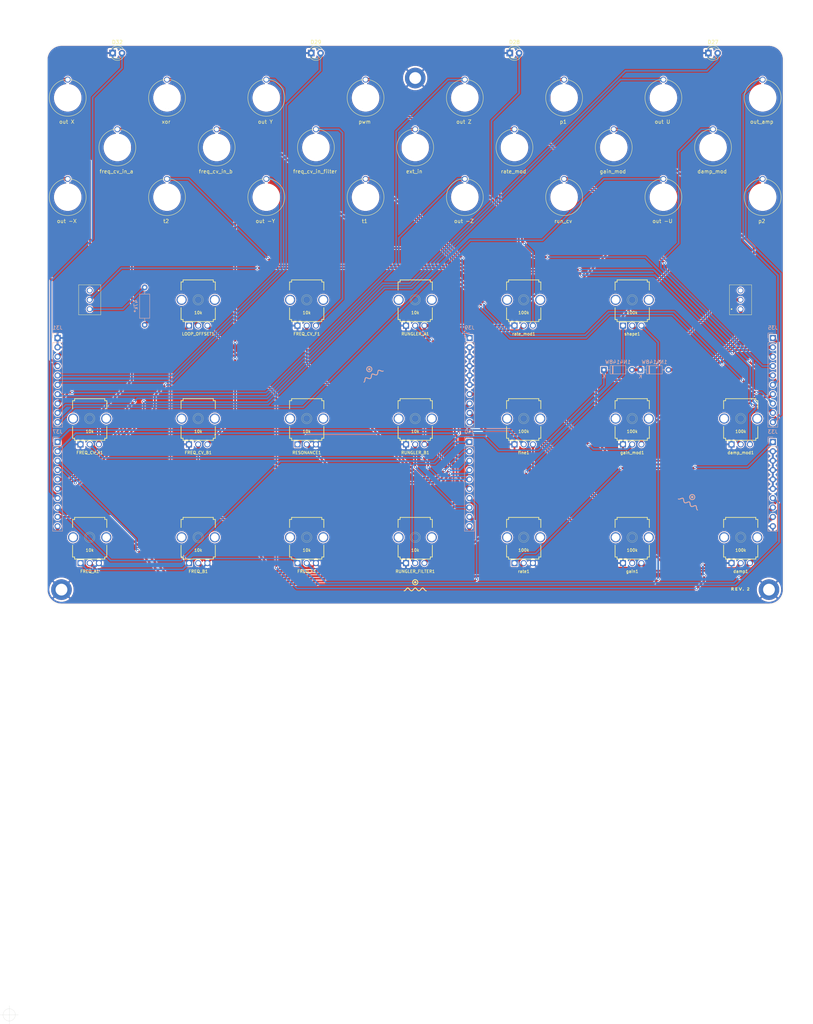
<source format=kicad_pcb>
(kicad_pcb (version 20211014) (generator pcbnew)
  (title_block (title "The Hypjolin Box") (company "Triglav Modular") (comment 1 "Circuit by Rob Hordijk & Ian Fritz"))
  (layers (0 "F.Cu" signal) (31 "B.Cu" signal) (34 "B.Paste" user) (35 "F.Paste" user) (36 "B.SilkS" user "B.Silkscreen") (37 "F.SilkS" user "F.Silkscreen") (38 "B.Mask" user) (39 "F.Mask" user) (44 "Edge.Cuts" user))
  (net 0 "")
  (net 1 "/P {slash} P1")
  (net 2 "Net-(FREQ_CV_B1-Pad3)")
  (net 3 "Net-(LOOP_OFFSET1-Pad2)")
  (net 4 "Net-(R18-Pad2)")
  (net 5 "Net-(FREQ_CV_F1-Pad3)")
  (net 6 "Net-(D30-Pad2)")
  (net 7 "Net-(FREQ_CV_A1-Pad3)")
  (net 8 "Net-(D31-Pad2)")
  (net 11 "/P {slash} OUT_AMP")
  (net 12 "/P {slash} PWM")
  (net 13 "/P {slash} RUN_CV")
  (net 14 "/P {slash} XOR")
  (net 15 "/P {slash} out -U")
  (net 16 "/P {slash} out U")
  (net 17 "/P {slash} out Z")
  (net 18 "/P {slash} out -Z")
  (net 19 "/P {slash} out Y")
  (net 20 "/P {slash} out -Y")
  (net 21 "/P {slash} out -X")
  (net 22 "/P {slash} out X")
  (net 23 "/P {slash} gain_mod")
  (net 24 "/P {slash} rate_mod")
  (net 25 "/P {slash} damp_mod")
  (net 26 "P {slash} GND")
  (net 27 "P {slash} V-")
  (net 28 "P {slash} V+")
  (net 29 "P {slash} VCC")
  (net 30 "/P {slash} LEDU")
  (net 31 "/P {slash} LEDZ")
  (net 32 "/P {slash} LEDY")
  (net 33 "/P {slash} shape_OUT")
  (net 34 "/P {slash} LEDX")
  (net 35 "/P {slash} ext_in")
  (net 36 "/P {slash} shape_IN2")
  (net 37 "/P {slash} shape_IN1")
  (net 38 "/P {slash} damp_pot")
  (net 39 "/P {slash} fine_pot")
  (net 40 "/P {slash} gain_pot")
  (net 41 "/P {slash} gain_mod_pot")
  (net 42 "/P {slash} rate_mod_pot")
  (net 43 "/P {slash} rate_pot")
  (net 44 "/P {slash} damp_mod_pot")
  (net 45 "/P {slash} freq_cv_b_pot")
  (net 46 "/P {slash} freq_a_pot")
  (net 47 "/P {slash} freq_b_pot")
  (net 48 "/P {slash} freq_cv_a_pot")
  (net 49 "/P {slash} run_a_pot")
  (net 50 "/P {slash} run_b_pot")
  (net 51 "/P {slash} offset_switch")
  (net 52 "/P {slash} cv_f_pot")
  (net 53 "/P {slash} freq_f_pot")
  (net 54 "/P {slash} run_f_pot")
  (net 55 "/P {slash} reso_pot_B")
  (net 56 "/P {slash} reso_pot_A")
  (net 57 "/P {slash} P2")
  (net 58 "/P {slash} T1")
  (net 59 "/P {slash} T2")
  (net 60 "P {slash} VEE")
  (footprint "Connector_B:Banana_Jack_1Pin" (layer "F.Cu") (at 137.153685 51.710129)
    (fp_text reference "J9" hide)
    (fp_text value "pwm")
  )
  (footprint "Triglav:MusicThingModular-9MM_SNAP-IN_POT" (layer "F.Cu") (at 180.068733 138.70306)
    (fp_text reference "fine1")
    (fp_text value "100k")
  )
  (footprint "Triglav:MusicThingModular-9MM_SNAP-IN_POT" (layer "F.Cu") (at 150.624179 106.498585)
    (fp_text reference "RUNGLER_A1")
    (fp_text value "10k")
  )
  (footprint "Connector_B:Banana_Jack_1Pin" (layer "F.Cu") (at 191.035889 51.710129)
    (fp_text reference "J7" hide)
    (fp_text value "p1")
  )
  (footprint "LOGO" (layer "F.Cu") (at 251.319597 184.895592)
    (fp_text reference "G***" hide)
    (fp_text value "LOGO" hide)
  )
  (footprint "Triglav:MusicThingModular-9MM_SNAP-IN_POT" (layer "F.Cu") (at 91.735031 106.498585)
    (fp_text reference "LOOP_OFFSET1")
    (fp_text value "10k")
  )
  (footprint "Triglav:MusicThingModular-9MM_SNAP-IN_POT" (layer "F.Cu") (at 238.957892 170.907544)
    (fp_text reference "damp1")
    (fp_text value "100k")
  )
  (footprint "Connector_B:Banana_Jack_1Pin" (layer "F.Cu") (at 69.801531 65.180504)
    (fp_text reference "J1" hide)
    (fp_text value "freq_cv_in_a")
  )
  (footprint "Triglav:MusicThingModular-9MM_SNAP-IN_POT" (layer "F.Cu") (at 62.290446 138.70306)
    (fp_text reference "FREQ_CV_A1")
    (fp_text value "10k")
  )
  (footprint "Connector_B:Banana_Jack_1Pin" (layer "F.Cu") (at 231.447478 65.180504)
    (fp_text reference "J25" hide)
    (fp_text value "damp_mod")
  )
  (footprint "Connector_B:Banana_Jack_1Pin" (layer "F.Cu") (at 56.330453 51.710129)
    (fp_text reference "J22" hide)
    (fp_text value "out X")
  )
  (footprint "Connector_B:Banana_Jack_1Pin" (layer "F.Cu") (at 110.212453 78.651565)
    (fp_text reference "J20" hide)
    (fp_text value "out -Y")
  )
  (footprint "Triglav:MusicThingModular-9MM_SNAP-IN_POT" (layer "F.Cu") (at 121.179594 138.70306)
    (fp_text reference "RESONANCE1")
    (fp_text value "10k")
  )
  (footprint "Connector_B:Banana_Jack_1Pin" (layer "F.Cu") (at 96.74278 65.180504)
    (fp_text reference "J2" hide)
    (fp_text value "freq_cv_in_b")
  )
  (footprint "Connector_B:Banana_Jack_1Pin" (layer "F.Cu") (at 83.270993 51.710129)
    (fp_text reference "J11" hide)
    (fp_text value "xor")
  )
  (footprint "Connector_Triglav:1082MS1T1B1M2QEEVX" (layer "F.Cu") (at 62.290456 103.96 180)
    (fp_text reference "SW1" hide)
    (fp_text value "SUBMINI_SPDT" hide)
  )
  (footprint "Connector_B:Banana_Jack_1Pin" (layer "F.Cu") (at 137.153685 78.651565)
    (fp_text reference "J5" hide)
    (fp_text value "t1")
  )
  (footprint "Triglav:MusicThingModular-9MM_SNAP-IN_POT" (layer "F.Cu") (at 150.624179 170.907544)
    (fp_text reference "RUNGLER_FILTER1")
    (fp_text value "10k")
  )
  (footprint "Triglav:MusicThingModular-9MM_SNAP-IN_POT" (layer "F.Cu") (at 150.624179 138.70306)
    (fp_text reference "RUNGLER_B1")
    (fp_text value "10k")
  )
  (footprint "Connector_B:Banana_Jack_1Pin" (layer "F.Cu") (at 177.565548 65.180504)
    (fp_text reference "J24" hide)
    (fp_text value "rate_mod")
  )
  (footprint "Connector_B:Banana_Jack_1Pin" (layer "F.Cu") (at 164.095172 51.710129)
    (fp_text reference "J17" hide)
    (fp_text value "out Z")
  )
  (footprint "Triglav:MusicThingModular-9MM_SNAP-IN_POT" (layer "F.Cu") (at 91.735031 170.907544)
    (fp_text reference "FREQ_B1")
    (fp_text value "10k")
  )
  (footprint "LED_THT:LED_D3.0mm_Clear" (layer "F.Cu") (at 176.290548 39.575)
    (fp_text reference "D28")
    (fp_text value "LED_Dual_Bidirectional_Z")
  )
  (footprint "Connector_B:Banana_Jack_1Pin" (layer "F.Cu") (at 83.270993 78.651565)
    (fp_text reference "J6" hide)
    (fp_text value "t2")
  )
  (footprint "Connector_B:Banana_Jack_1Pin" (layer "F.Cu") (at 204.50678 65.180504)
    (fp_text reference "J23" hide)
    (fp_text value "gain_mod")
  )
  (footprint "Connector_B:Banana_Jack_1Pin" (layer "F.Cu") (at 164.095172 78.651565)
    (fp_text reference "J18" hide)
    (fp_text value "out -Z")
  )
  (footprint "LED_THT:LED_D3.0mm_Clear" (layer "F.Cu") (at 68.519531 39.575)
    (fp_text reference "D32")
    (fp_text value "LED_Dual_Bidirectional_X")
  )
  (footprint "Triglav:MusicThingModular-9MM_SNAP-IN_POT" (layer "F.Cu") (at 209.513307 170.907544)
    (fp_text reference "gain1")
    (fp_text value "100k")
  )
  (footprint "Triglav:MusicThingModular-9MM_SNAP-IN_POT" (layer "F.Cu") (at 209.513307 106.498585)
    (fp_text reference "shape1")
    (fp_text value "100k")
  )
  (footprint "Connector_B:Banana_Jack_1Pin" (layer "F.Cu") (at 244.917889 78.651565)
    (fp_text reference "J4" hide)
    (fp_text value "p2")
  )
  (footprint "Triglav:MusicThingModular-9MM_SNAP-IN_POT" (layer "F.Cu") (at 62.290446 170.907544)
    (fp_text reference "FREQ_A1")
    (fp_text value "10k")
  )
  (footprint "Triglav:MusicThingModular-9MM_SNAP-IN_POT" (layer "F.Cu") (at 91.735031 138.70306)
    (fp_text reference "FREQ_CV_B1")
    (fp_text value "10k")
  )
  (footprint "Connector_B:Banana_Jack_1Pin" (layer "F.Cu") (at 123.683478 65.180504)
    (fp_text reference "J12" hide)
    (fp_text value "freq_cv_in_filter")
  )
  (footprint "Triglav:MusicThingModular-9MM_SNAP-IN_POT" (layer "F.Cu") (at 180.068733 170.907544)
    (fp_text reference "rate1")
    (fp_text value "100k")
  )
  (footprint "Connector_B:Banana_Jack_1Pin" (layer "F.Cu") (at 191.035889 78.651565)
    (fp_text reference "J10" hide)
    (fp_text value "run_cv")
  )
  (footprint "Connector_B:Banana_Jack_1Pin" (layer "F.Cu") (at 217.977102 78.651565)
    (fp_text reference "J15" hide)
    (fp_text value "out -U")
  )
  (footprint "LED_THT:LED_D3.0mm_Clear" (layer "F.Cu") (at 122.408478 39.575)
    (fp_text reference "D29")
    (fp_text value "LED_Dual_Bidirectional_Y")
  )
  (footprint "Connector_B:Banana_Jack_1Pin" (layer "F.Cu") (at 150.62471 65.180504)
    (fp_text reference "J3" hide)
    (fp_text value "ext_in")
  )
  (footprint "Triglav:MusicThingModular-9MM_SNAP-IN_POT" (layer "F.Cu") (at 121.179594 170.907544)
    (fp_text reference "FREQ_F1")
    (fp_text value "10k")
  )
  (footprint "Connector_B:Banana_Jack_1Pin" (layer "F.Cu") (at 244.917889 51.710129)
    (fp_text reference "J8" hide)
    (fp_text value "out_amp")
  )
  (footprint "Connector_B:Banana_Jack_1Pin" (layer "F.Cu") (at 217.977102 51.710129)
    (fp_text reference "J16" hide)
    (fp_text value "out U")
  )
  (footprint "MountingHole:MountingHole_3.2mm_M3_DIN965_Pad" (layer "F.Cu") (at 246.624171 185.1)
    (fp_text reference "REF**" hide)
    (fp_text value "MountingHole_3.2mm_M3_DIN965_Pad" hide)
  )
  (footprint "MountingHole:MountingHole_3.2mm_M3_DIN965_Pad" (layer "F.Cu") (at 54.628427 185.1)
    (fp_text reference "REF**" hide)
    (fp_text value "MountingHole_3.2mm_M3_DIN965_Pad" hide)
  )
  (footprint "MountingHole:MountingHole_3.2mm_M3_DIN965_Pad" (layer "F.Cu") (at 150.62471 46.35)
    (fp_text reference "REF**" hide)
    (fp_text value "MountingHole_3.2mm_M3_DIN965_Pad" hide)
  )
  (footprint "Triglav:MusicThingModular-9MM_SNAP-IN_POT" (layer "F.Cu") (at 121.179594 106.498585)
    (fp_text reference "FREQ_CV_F1")
    (fp_text value "10k")
  )
  (footprint "Triglav:MusicThingModular-9MM_SNAP-IN_POT" (layer "F.Cu") (at 238.957892 138.70306)
    (fp_text reference "damp_mod1")
    (fp_text value "100k")
  )
  (footprint "Connector_B:Banana_Jack_1Pin" (layer "F.Cu") (at 110.212453 51.710129)
    (fp_text reference "J19" hide)
    (fp_text value "out Y")
  )
  (footprint "Triglav:MusicThingModular-9MM_SNAP-IN_POT" (layer "F.Cu") (at 180.068733 106.498585)
    (fp_text reference "rate_mod1")
    (fp_text value "100k")
  )
  (footprint "Connector_B:Banana_Jack_1Pin" (layer "F.Cu") (at 56.330453 78.651565)
    (fp_text reference "J21" hide)
    (fp_text value "out -X")
  )
  (footprint "Triglav:MusicThingModular-9MM_SNAP-IN_POT" (layer "F.Cu") (at 209.513307 138.70306)
    (fp_text reference "gain_mod1")
    (fp_text value "100k")
  )
  (footprint "LED_THT:LED_D3.0mm_Clear" (layer "F.Cu") (at 230.172478 39.575)
    (fp_text reference "D27")
    (fp_text value "LED_Dual_Bidirectional_U")
  )
  (footprint "Connector_Triglav:1082MS1T1B1M2QEEVX" (layer "F.Cu") (at 238.907895 109.04)
    (fp_text reference "SW2" hide)
    (fp_text value "SUBMINI_SPDT" hide)
  )
  (footprint "Connector_PinSocket_2.54mm:PinSocket_1x10_P2.54mm_Vertical" (layer "B.Cu") (at 53.571171 145.045 180)
    (fp_text reference "J37")
    (fp_text value "CONN_6_P")
  )
  (footprint "Resistor_THT:R_Axial_DIN0207_L6.3mm_D2.5mm_P10.16mm_Horizontal" (layer "B.Cu") (at 77.2 113.3 90)
    (fp_text reference "R18" hide)
    (fp_text value "47k*")
  )
  (footprint "Diode_THT:D_DO-35_SOD27_P7.62mm_Horizontal" (layer "B.Cu") (at 201.828 125.482)
    (fp_text reference "D30" hide)
    (fp_text value "1N4148W")
  )
  (footprint "Connector_PinSocket_2.54mm:PinSocket_1x10_P2.54mm_Vertical" (layer "B.Cu") (at 165.381171 116.846 180)
    (fp_text reference "J39")
    (fp_text value "CONN_1_P")
  )
  (footprint "Connector_PinSocket_2.54mm:PinSocket_1x10_P2.54mm_Vertical" (layer "B.Cu") (at 53.571171 116.846 180)
    (fp_text reference "J31")
    (fp_text value "CONN_4_P")
  )
  (footprint "Diode_THT:D_DO-35_SOD27_P7.62mm_Horizontal" (layer "B.Cu") (at 211.734 125.482)
    (fp_text reference "D31" hide)
    (fp_text value "1N4148W")
  )
  (footprint "Connector_PinSocket_2.54mm:PinSocket_1x10_P2.54mm_Vertical" (layer "B.Cu") (at 247.677171 116.846 180)
    (fp_text reference "J35")
    (fp_text value "CONN_2_P")
  )
  (footprint "Connector_PinSocket_2.54mm:PinSocket_1x10_P2.54mm_Vertical" (layer "B.Cu") (at 165.331171 145.045 180)
    (fp_text reference "J40")
    (fp_text value "CONN_3_P")
  )
  (footprint "Connector_PinSocket_2.54mm:PinSocket_1x10_P2.54mm_Vertical" (layer "B.Cu") (at 247.677171 145.045 180)
    (fp_text reference "J33")
    (fp_text value "CONN_5_P")
  )
  (gr_circle (center 138.165412 125.30623) (end 137.55996 125.655788) (layer "B.SilkS") (width 0.25) (fill none))
  (gr_curve (pts (xy 141.939319 125.813336) (xy 141.726166 125.936399) (xy 141.492979 125.838935) (xy 141.247988 125.734564)) (layer "B.SilkS") (width 0.25))
  (gr_curve (pts (xy 226.764948 162.335634) (xy 226.62107 162.252566) (xy 226.393843 162.34955) (xy 226.19187 162.436022)) (layer "B.SilkS") (width 0.25))
  (gr_curve (pts (xy 222.711098 160.426397) (xy 222.466955 160.529298) (xy 222.233768 160.626762) (xy 222.020616 160.503698)) (layer "B.SilkS") (width 0.25))
  (gr_curve (pts (xy 139.507069 126.739684) (xy 139.306308 126.654081) (xy 139.078403 126.55592) (xy 138.934525 126.638988)) (layer "B.SilkS") (width 0.25))
  (gr_curve (pts (xy 226.964013 162.881819) (xy 226.937768 162.665153) (xy 226.908826 162.418702) (xy 226.764948 162.335634)) (layer "B.SilkS") (width 0.25))
  (gr_curve (pts (xy 137.766683 127.744497) (xy 137.566092 127.659186) (xy 137.338016 127.560732) (xy 137.194139 127.6438)) (layer "B.SilkS") (width 0.25))
  (gr_circle (center 225.793673 159.998063) (end 225.188221 159.648505) (layer "B.SilkS") (width 0.25) (fill none))
  (gr_curve (pts (xy 225.500541 162.514794) (xy 225.285789 162.390808) (xy 225.2552 162.141052) (xy 225.223094 161.876699)) (layer "B.SilkS") (width 0.25))
  (gr_curve (pts (xy 138.735459 127.185174) (xy 138.703351 127.449528) (xy 138.672763 127.699283) (xy 138.458013 127.823269)) (layer "B.SilkS") (width 0.25))
  (gr_curve (pts (xy 227.24146 163.519915) (xy 227.028308 163.396851) (xy 226.996121 163.146173) (xy 226.964013 162.881819)) (layer "B.SilkS") (width 0.25))
  (gr_curve (pts (xy 137.194139 127.6438) (xy 137.050261 127.726868) (xy 137.02064 127.972144) (xy 136.995073 128.189986)) (layer "B.SilkS") (width 0.25))
  (gr_curve (pts (xy 225.024027 161.330513) (xy 224.880151 161.247445) (xy 224.652923 161.34443) (xy 224.451483 161.43121)) (layer "B.SilkS") (width 0.25))
  (gr_curve (pts (xy 140.198399 126.818456) (xy 139.983648 126.942443) (xy 139.752059 126.844056) (xy 139.507069 126.739684)) (layer "B.SilkS") (width 0.25))
  (gr_curve (pts (xy 226.19187 162.436022) (xy 225.946879 162.540393) (xy 225.715291 162.638781) (xy 225.500541 162.514794)) (layer "B.SilkS") (width 0.25))
  (gr_curve (pts (xy 223.482707 160.871887) (xy 223.456293 160.655514) (xy 223.427519 160.408768) (xy 223.283642 160.325701)) (layer "B.SilkS") (width 0.25))
  (gr_circle (center 225.793673 159.998063) (end 225.620085 159.897842) (layer "B.SilkS") (width 0.25) (fill none))
  (gr_curve (pts (xy 223.283642 160.325701) (xy 223.139764 160.242633) (xy 222.912538 160.339618) (xy 222.711098 160.426397)) (layer "B.SilkS") (width 0.25))
  (gr_curve (pts (xy 140.675445 125.633867) (xy 140.531567 125.716935) (xy 140.501945 125.962211) (xy 140.475845 126.180361)) (layer "B.SilkS") (width 0.25))
  (gr_curve (pts (xy 141.247988 125.734564) (xy 141.047227 125.64896) (xy 140.819323 125.550799) (xy 140.675445 125.633867)) (layer "B.SilkS") (width 0.25))
  (gr_curve (pts (xy 138.934525 126.638988) (xy 138.790648 126.722055) (xy 138.761025 126.967332) (xy 138.735459 127.185174)) (layer "B.SilkS") (width 0.25))
  (gr_curve (pts (xy 136.995073 128.189986) (xy 136.962116 128.45287) (xy 136.929929 128.703548) (xy 136.716776 128.826611)) (layer "B.SilkS") (width 0.25))
  (gr_circle (center 138.165412 125.30623) (end 137.991824 125.406451) (layer "B.SilkS") (width 0.25) (fill none))
  (gr_curve (pts (xy 140.475845 126.180361) (xy 140.443738 126.444715) (xy 140.41315 126.69447) (xy 140.198399 126.818456)) (layer "B.SilkS") (width 0.25))
  (gr_curve (pts (xy 224.451483 161.43121) (xy 224.206492 161.535581) (xy 223.974904 161.633968) (xy 223.760154 161.509982)) (layer "B.SilkS") (width 0.25))
  (gr_curve (pts (xy 138.458013 127.823269) (xy 138.243262 127.947255) (xy 138.011673 127.848868) (xy 137.766683 127.744497)) (layer "B.SilkS") (width 0.25))
  (gr_curve (pts (xy 225.223094 161.876699) (xy 225.196848 161.660033) (xy 225.167905 161.413581) (xy 225.024027 161.330513)) (layer "B.SilkS") (width 0.25))
  (gr_curve (pts (xy 223.760154 161.509982) (xy 223.545403 161.385995) (xy 223.514815 161.13624) (xy 223.482707 160.871887)) (layer "B.SilkS") (width 0.25))
  (gr_curve (pts (xy 150.624487 184.634216) (xy 150.790622 184.634216) (xy 150.938914 184.83182) (xy 151.069976 185.007694)) (layer "F.SilkS") (width 0.25))
  (gr_circle (center 150.624179 183.095457) (end 150.824621 183.095457) (layer "F.SilkS") (width 0.25) (fill none))
  (gr_curve (pts (xy 150.178997 185.007694) (xy 150.31006 184.833178) (xy 150.458351 184.634216) (xy 150.624487 184.634216)) (layer "F.SilkS") (width 0.25))
  (gr_curve (pts (xy 147.609433 185.421577) (xy 147.85556 185.421577) (xy 148.008774 185.220577) (xy 148.168757 185.007694)) (layer "F.SilkS") (width 0.25))
  (gr_curve (pts (xy 152.188622 185.007694) (xy 152.319684 184.833517) (xy 152.467976 184.634216) (xy 152.634111 184.634216)) (layer "F.SilkS") (width 0.25))
  (gr_curve (pts (xy 151.069976 185.007694) (xy 151.229959 185.220577) (xy 151.381327 185.421577) (xy 151.629299 185.421577)) (layer "F.SilkS") (width 0.25))
  (gr_curve (pts (xy 151.629299 185.421577) (xy 151.877272 185.421577) (xy 152.02864 185.220577) (xy 152.188622 185.007694)) (layer "F.SilkS") (width 0.25))
  (gr_curve (pts (xy 153.079601 185.007694) (xy 153.239584 185.21888) (xy 153.392798 185.419879) (xy 153.638925 185.419879)) (layer "F.SilkS") (width 0.25))
  (gr_curve (pts (xy 148.168757 185.007694) (xy 148.299819 184.833178) (xy 148.44811 184.634216) (xy 148.614246 184.634216)) (layer "F.SilkS") (width 0.25))
  (gr_curve (pts (xy 148.614246 184.634216) (xy 148.780382 184.634216) (xy 148.928673 184.83182) (xy 149.060351 185.007694)) (layer "F.SilkS") (width 0.25))
  (gr_curve (pts (xy 152.634111 184.634216) (xy 152.800247 184.634216) (xy 152.948538 184.83182) (xy 153.079601 185.007694)) (layer "F.SilkS") (width 0.25))
  (gr_curve (pts (xy 149.619674 185.421577) (xy 149.867647 185.421577) (xy 150.019015 185.220577) (xy 150.178997 185.007694)) (layer "F.SilkS") (width 0.25))
  (gr_curve (pts (xy 149.060351 185.007694) (xy 149.220333 185.220577) (xy 149.371701 185.421577) (xy 149.619674 185.421577)) (layer "F.SilkS") (width 0.25))
  (gr_circle (center 150.624179 183.095457) (end 151.323295 183.095457) (layer "F.SilkS") (width 0.25) (fill none))
  (gr_arc (start 50.625 41.4) (mid 51.796573 38.571573) (end 54.625 37.4) (layer "Edge.Cuts") (width 0.05))
  (gr_line (start 250.624171 41.4) (end 250.624171 185.1) (layer "Edge.Cuts") (width 0.05))
  (gr_line (start 54.625 37.4) (end 246.624171 37.4) (layer "Edge.Cuts") (width 0.05))
  (gr_line (start 246.624171 189.1) (end 54.628427 189.1) (layer "Edge.Cuts") (width 0.05))
  (gr_arc (start 246.624171 37.4) (mid 249.452617 38.571563) (end 250.624171 41.4) (layer "Edge.Cuts") (width 0.05))
  (gr_arc (start 250.624171 185.1) (mid 249.452598 187.928427) (end 246.624171 189.1) (layer "Edge.Cuts") (width 0.05))
  (gr_arc (start 54.628427 189.1) (mid 51.8 187.928427) (end 50.628427 185.1) (layer "Edge.Cuts") (width 0.05))
  (gr_line (start 50.628427 185.1) (end 50.625 41.4) (layer "Edge.Cuts") (width 0.05))
  (target plus (at 40.45 300.425) (size 5) (width 0.05) (layer "Edge.Cuts"))
  (segment (start 189.863252 46.771129) (end 187.085888 49.548493) (width 0.5) (layer "F.Cu") (net 1))
  (segment (start 219.4669 96.555125) (end 219.4669 98.418344) (width 0.5) (layer "F.Cu") (net 1))
  (segment (start 246.827171 132.936) (end 247.677171 132.086) (width 0.5) (layer "F.Cu") (net 1))
  (segment (start 191.028889 46.771129) (end 189.863252 46.771129) (width 0.5) (layer "F.Cu") (net 1))
  (segment (start 204.876 150.12) (end 225.704 150.12) (width 0.5) (layer "F.Cu") (net 1))
  (segment (start 242.888 132.936) (end 246.827171 132.936) (width 0.5) (layer "F.Cu") (net 1))
  (segment (start 219.4669 98.418344) (end 199.733501 118.151743) (width 0.5) (layer "F.Cu") (net 1))
  (segment (start 199.733501 144.977501) (end 204.876 150.12) (width 0.5) (layer "F.Cu") (net 1))
  (segment (start 187.085888 64.174113) (end 219.4669 96.555125) (width 0.5) (layer "F.Cu") (net 1))
  (segment (start 225.704 150.12) (end 242.888 132.936) (width 0.5) (layer "F.Cu") (net 1))
  (segment (start 187.085888 49.548493) (end 187.085888 64.174113) (width 0.5) (layer "F.Cu") (net 1))
  (segment (start 199.733501 118.151743) (end 199.733501 144.977501) (width 0.5) (layer "F.Cu") (net 1))
  (segment (start 94.234391 145.70076) (end 101.752 138.183151) (width 0.5) (layer "F.Cu") (net 2))
  (segment (start 100.011504 60.241504) (end 101.7774 62.0074) (width 0.5) (layer "F.Cu") (net 2))
  (segment (start 101.752 138.183151) (end 101.752 122.434) (width 0.5) (layer "F.Cu") (net 2))
  (segment (start 101.7774 62.0074) (end 101.7774 118.0652) (width 0.5) (layer "F.Cu") (net 2))
  (segment (start 96.73578 60.241504) (end 100.011504 60.241504) (width 0.5) (layer "F.Cu") (net 2))
  (via (at 101.752 122.434) (size 0.8) (drill 0.4) (layers "F.Cu" "B.Cu") (net 2))
  (via (at 101.7774 118.0652) (size 0.8) (drill 0.4) (layers "F.Cu" "B.Cu") (net 2))
  (segment (start 101.752 118.0906) (end 101.7774 118.0652) (width 0.5) (layer "B.Cu") (net 2))
  (segment (start 101.752 122.434) (end 101.752 118.0906) (width 0.5) (layer "B.Cu") (net 2))
  (segment (start 90.460801 112.222055) (end 91.735031 113.496285) (width 0.5) (layer "F.Cu") (net 3))
  (segment (start 77.2 113.3) (end 78.277945 112.222055) (width 0.5) (layer "F.Cu") (net 3))
  (segment (start 78.277945 112.222055) (end 90.460801 112.222055) (width 0.5) (layer "F.Cu") (net 3))
  (segment (start 71.3 109.04) (end 62.290456 109.04) (width 0.5) (layer "B.Cu") (net 4))
  (segment (start 77.2 103.14) (end 71.3 109.04) (width 0.5) (layer "B.Cu") (net 4))
  (segment (start 130.905766 106.269473) (end 123.678954 113.496285) (width 0.5) (layer "B.Cu") (net 5))
  (segment (start 130.905766 61.230503) (end 130.905766 106.269473) (width 0.5) (layer "B.Cu") (net 5))
  (segment (start 123.676478 60.241504) (end 129.916767 60.241504) (width 0.5) (layer "B.Cu") (net 5))
  (segment (start 129.916767 60.241504) (end 130.905766 61.230503) (width 0.5) (layer "B.Cu") (net 5))
  (segment (start 211.734 125.482) (end 211.734 115.716978) (width 0.5) (layer "F.Cu") (net 6))
  (segment (start 211.734 115.716978) (end 209.513307 113.496285) (width 0.5) (layer "F.Cu") (net 6))
  (segment (start 209.448 125.482) (end 211.734 125.482) (width 0.5) (layer "F.Cu") (net 6))
  (segment (start 73.751532 128.336468) (end 64.789806 137.298194) (width 0.5) (layer "F.Cu") (net 7))
  (segment (start 69.794531 60.241504) (end 71.383142 60.241504) (width 0.5) (layer "F.Cu") (net 7))
  (segment (start 71.383142 60.241504) (end 73.751532 62.609894) (width 0.5) (layer "F.Cu") (net 7))
  (segment (start 73.751532 62.609894) (end 73.751532 128.336468) (width 0.5) (layer "F.Cu") (net 7))
  (segment (start 64.789806 137.298194) (end 64.789806 145.70076) (width 0.5) (layer "F.Cu") (net 7))
  (segment (start 228.752 125.482) (end 239 115.234) (width 0.5) (layer "F.Cu") (net 8))
  (segment (start 219.354 125.482) (end 228.752 125.482) (width 0.5) (layer "F.Cu") (net 8))
  (segment (start 239 115.234) (end 239 109.132105) (width 0.5) (layer "F.Cu") (net 8))
  (segment (start 249.072 128.151171) (end 247.677171 129.546) (width 0.5) (layer "B.Cu") (net 11))
  (segment (start 239.634899 50.881482) (end 239.634899 90.459524) (width 0.5) (layer "B.Cu") (net 11))
  (segment (start 249.072 99.896625) (end 249.072 128.151171) (width 0.5) (layer "B.Cu") (net 11))
  (segment (start 243.745252 46.771129) (end 239.634899 50.881482) (width 0.5) (layer "B.Cu") (net 11))
  (segment (start 239.634899 90.459524) (end 249.072 99.896625) (width 0.5) (layer "B.Cu") (net 11))
  (segment (start 244.910889 46.771129) (end 243.745252 46.771129) (width 0.5) (layer "B.Cu") (net 11))
  (segment (start 137.146685 46.771129) (end 138.94877 46.771129) (width 0.5) (layer "F.Cu") (net 12))
  (segment (start 247.677171 127.006) (end 245.0842 127.006) (width 0.5) (layer "F.Cu") (net 12))
  (segment (start 178.714 86.536359) (end 178.714 91.0142) (width 0.5) (layer "F.Cu") (net 12))
  (segment (start 182.6002 94.9004) (end 186.5118 94.9004) (width 0.5) (layer "F.Cu") (net 12))
  (segment (start 138.94877 46.771129) (end 178.714 86.536359) (width 0.5) (layer "F.Cu") (net 12))
  (segment (start 178.714 91.0142) (end 182.6002 94.9004) (width 0.5) (layer "F.Cu") (net 12))
  (segment (start 241.253393 123.175193) (end 241.253393 123.066018) (width 0.5) (layer "F.Cu") (net 12))
  (segment (start 245.0842 127.006) (end 241.253393 123.175193) (width 0.5) (layer "F.Cu") (net 12))
  (via (at 186.5118 94.9004) (size 0.8) (drill 0.4) (layers "F.Cu" "B.Cu") (net 12))
  (via (at 241.253393 123.066018) (size 0.8) (drill 0.4) (layers "F.Cu" "B.Cu") (net 12))
  (segment (start 213.087775 94.9004) (end 241.253393 123.066018) (width 0.5) (layer "B.Cu") (net 12))
  (segment (start 186.5118 94.9004) (end 213.087775 94.9004) (width 0.5) (layer "B.Cu") (net 12))
  (segment (start 154.289176 145.70076) (end 153.123539 145.70076) (width 0.5) (layer "F.Cu") (net 13))
  (segment (start 218.211 96.440356) (end 218.211 96.5006) (width 0.5) (layer "F.Cu") (net 13))
  (segment (start 161.025466 170.003317) (end 161.025466 152.43705) (width 0.5) (layer "F.Cu") (net 13))
  (segment (start 191.028889 73.712565) (end 195.483209 73.712565) (width 0.5) (layer "F.Cu") (net 13))
  (segment (start 201.299322 79.528678) (end 218.211 96.440356) (width 0.5) (layer "F.Cu") (net 13))
  (segment (start 161.025466 152.43705) (end 154.289176 145.70076) (width 0.5) (layer "F.Cu") (net 13))
  (segment (start 174.924959 113.496285) (end 185.353743 103.067501) (width 0.5) (layer "F.Cu") (net 13))
  (segment (start 153.123539 145.70076) (end 153.123539 113.496285) (width 0.5) (layer "F.Cu") (net 13))
  (segment (start 153.123539 177.905244) (end 161.025466 170.003317) (width 0.5) (layer "F.Cu") (net 13))
  (segment (start 202.59 80.819356) (end 201.299322 79.528678) (width 0.5) (layer "F.Cu") (net 13))
  (segment (start 193.693874 103.067501) (end 202.59 94.171375) (width 0.5) (layer "F.Cu") (net 13))
  (segment (start 202.59 94.171375) (end 202.59 80.819356) (width 0.5) (layer "F.Cu") (net 13))
  (segment (start 185.353743 103.067501) (end 193.693874 103.067501) (width 0.5) (layer "F.Cu") (net 13))
  (segment (start 153.123539 113.496285) (end 174.924959 113.496285) (width 0.5) (layer "F.Cu") (net 13))
  (segment (start 195.483209 73.712565) (end 201.299322 79.528678) (width 0.5) (layer "F.Cu") (net 13))
  (via (at 218.211 96.5006) (size 0.8) (drill 0.4) (layers "F.Cu" "B.Cu") (net 13))
  (segment (start 244.8556 124.466) (end 218.211 97.8214) (width 0.5) (layer "B.Cu") (net 13))
  (segment (start 218.211 97.8214) (end 218.211 96.5006) (width 0.5) (layer "B.Cu") (net 13))
  (segment (start 247.677171 124.466) (end 244.8556 124.466) (width 0.5) (layer "B.Cu") (net 13))
  (segment (start 83.263993 46.771129) (end 94.10096 46.771129) (width 0.5) (layer "F.Cu") (net 14))
  (segment (start 139.791831 92.462) (end 157.4796 92.462) (width 0.5) (layer "F.Cu") (net 14))
  (segment (start 194.9954 99.0914) (end 195.732 99.828) (width 0.5) (layer "F.Cu") (net 14))
  (segment (start 157.4796 92.462) (end 164.109 99.0914) (width 0.5) (layer "F.Cu") (net 14))
  (segment (start 94.10096 46.771129) (end 139.791831 92.462) (width 0.5) (layer "F.Cu") (net 14))
  (segment (start 237.4134 120.1226) (end 236.660312 120.875688) (width 0.5) (layer "F.Cu") (net 14))
  (segment (start 245.873771 120.1226) (end 237.4134 120.1226) (width 0.5) (layer "F.Cu") (net 14))
  (segment (start 247.677171 121.926) (end 245.873771 120.1226) (width 0.5) (layer "F.Cu") (net 14))
  (segment (start 164.109 99.0914) (end 194.9954 99.0914) (width 0.5) (layer "F.Cu") (net 14))
  (via (at 195.732 99.828) (size 0.8) (drill 0.4) (layers "F.Cu" "B.Cu") (net 14))
  (via (at 236.660312 120.875688) (size 0.8) (drill 0.4) (layers "F.Cu" "B.Cu") (net 14))
  (segment (start 195.732 99.828) (end 215.612624 99.828) (width 0.5) (layer "B.Cu") (net 14))
  (segment (start 215.612624 99.828) (end 236.660312 120.875688) (width 0.5) (layer "B.Cu") (net 14))
  (segment (start 58.064 135.642) (end 53.746 139.96) (width 0.5) (layer "B.Cu") (net 15))
  (segment (start 217.970102 73.712565) (end 201.79181 73.712565) (width 0.5) (layer "B.Cu") (net 15))
  (segment (start 165.539988 90.3425) (end 120.240488 135.642) (width 0.5) (layer "B.Cu") (net 15))
  (segment (start 185.161875 90.3425) (end 165.539988 90.3425) (width 0.5) (layer "B.Cu") (net 15))
  (segment (start 120.240488 135.642) (end 58.064 135.642) (width 0.5) (layer "B.Cu") (net 15))
  (segment (start 201.79181 73.712565) (end 185.161875 90.3425) (width 0.5) (layer "B.Cu") (net 15))
  (segment (start 217.970102 46.771129) (end 206.317359 46.771129) (width 0.5) (layer "B.Cu") (net 16))
  (segment (start 142.329501 103.395699) (end 110.782701 134.942499) (width 0.5) (layer "B.Cu") (net 16))
  (segment (start 55.794672 134.942499) (end 53.571171 137.166) (width 0.5) (layer "B.Cu") (net 16))
  (segment (start 149.692789 103.395699) (end 142.329501 103.395699) (width 0.5) (layer "B.Cu") (net 16))
  (segment (start 110.782701 134.942499) (end 55.794672 134.942499) (width 0.5) (layer "B.Cu") (net 16))
  (segment (start 206.317359 46.771129) (end 149.692789 103.395699) (width 0.5) (layer "B.Cu") (net 16))
  (segment (start 53.571171 134.626) (end 56.542971 131.6542) (width 0.5) (layer "F.Cu") (net 17))
  (segment (start 56.542971 131.6542) (end 57.5052 131.6542) (width 0.5) (layer "F.Cu") (net 17))
  (via (at 57.5052 131.6542) (size 0.8) (drill 0.4) (layers "F.Cu" "B.Cu") (net 17))
  (segment (start 145.44 96.328224) (end 110.114024 131.6542) (width 0.5) (layer "B.Cu") (net 17))
  (segment (start 110.114024 131.6542) (end 57.5052 131.6542) (width 0.5) (layer "B.Cu") (net 17))
  (segment (start 145.44 60.852725) (end 145.44 96.328224) (width 0.5) (layer "B.Cu") (net 17))
  (segment (start 159.521596 46.771129) (end 145.44 60.852725) (width 0.5) (layer "B.Cu") (net 17))
  (segment (start 164.088172 46.771129) (end 159.521596 46.771129) (width 0.5) (layer "B.Cu") (net 17))
  (segment (start 110.253768 132.5037) (end 53.988871 132.5037) (width 0.5) (layer "B.Cu") (net 18))
  (segment (start 162.157435 73.712565) (end 146.1766 89.6934) (width 0.5) (layer "B.Cu") (net 18))
  (segment (start 164.088172 73.712565) (end 162.157435 73.712565) (width 0.5) (layer "B.Cu") (net 18))
  (segment (start 146.1766 96.580868) (end 110.253768 132.5037) (width 0.5) (layer "B.Cu") (net 18))
  (segment (start 146.1766 89.6934) (end 146.1766 96.580868) (width 0.5) (layer "B.Cu") (net 18))
  (segment (start 112.449129 46.771129) (end 114.897501 49.219501) (width 0.5) (layer "B.Cu") (net 19))
  (segment (start 114.897501 97.801998) (end 84.003499 128.696) (width 0.5) (layer "B.Cu") (net 19))
  (segment (start 84.003499 128.696) (end 54.421171 128.696) (width 0.5) (layer "B.Cu") (net 19))
  (segment (start 114.897501 49.219501) (end 114.897501 97.801998) (width 0.5) (layer "B.Cu") (net 19))
  (segment (start 110.205453 46.771129) (end 112.449129 46.771129) (width 0.5) (layer "B.Cu") (net 19))
  (segment (start 54.421171 128.696) (end 53.571171 129.546) (width 0.5) (layer "B.Cu") (net 19))
  (segment (start 114.198 97.512255) (end 114.198 76.206) (width 0.5) (layer "B.Cu") (net 20))
  (segment (start 84.704255 127.006) (end 114.198 97.512255) (width 0.5) (layer "B.Cu") (net 20))
  (segment (start 53.571171 127.006) (end 84.704255 127.006) (width 0.5) (layer "B.Cu") (net 20))
  (segment (start 114.198 76.206) (end 111.704565 73.712565) (width 0.5) (layer "B.Cu") (net 20))
  (segment (start 111.704565 73.712565) (end 110.205453 73.712565) (width 0.5) (layer "B.Cu") (net 20))
  (segment (start 51.714 75.348452) (end 51.714 122.608829) (width 0.5) (layer "F.Cu") (net 21))
  (segment (start 53.396452 73.666) (end 51.714 75.348452) (width 0.5) (layer "F.Cu") (net 21))
  (segment (start 51.714 122.608829) (end 53.571171 124.466) (width 0.5) (layer "F.Cu") (net 21))
  (segment (start 56.276888 73.666) (end 53.396452 73.666) (width 0.5) (layer "F.Cu") (net 21))
  (segment (start 55.27 120.227171) (end 53.571171 121.926) (width 0.5) (layer "F.Cu") (net 22))
  (segment (start 51.714 48.52) (end 51.714 58.265262) (width 0.5) (layer "F.Cu") (net 22))
  (segment (start 62.382 68.933262) (end 62.382 96.78) (width 0.5) (layer "F.Cu") (net 22))
  (segment (start 62.382 96.78) (end 55.27 103.892) (width 0.5) (layer "F.Cu") (net 22))
  (segment (start 55.27 103.892) (end 55.27 120.227171) (width 0.5) (layer "F.Cu") (net 22))
  (segment (start 56.323453 46.771129) (end 53.462871 46.771129) (width 0.5) (layer "F.Cu") (net 22))
  (segment (start 51.714 58.265262) (end 62.382 68.933262) (width 0.5) (layer "F.Cu") (net 22))
  (segment (start 53.462871 46.771129) (end 51.714 48.52) (width 0.5) (layer "F.Cu") (net 22))
  (segment (start 210.406123 60.241504) (end 242.493001 92.328382) (width 0.5) (layer "F.Cu") (net 23))
  (segment (start 212.012667 143.332714) (end 242.493001 112.85238) (width 0.5) (layer "F.Cu") (net 23))
  (segment (start 212.012667 143.332714) (end 212.012667 145.70076) (width 0.5) (layer "F.Cu") (net 23))
  (segment (start 242.493001 92.328382) (end 242.493001 112.85238) (width 0.5) (layer "F.Cu") (net 23))
  (segment (start 204.49978 60.241504) (end 210.406123 60.241504) (width 0.5) (layer "F.Cu") (net 23))
  (segment (start 175.651016 60.241504) (end 173.571501 62.321019) (width 0.5) (layer "F.Cu") (net 24))
  (segment (start 179.603 86.436115) (end 179.603 90.557) (width 0.5) (layer "F.Cu") (net 24))
  (segment (start 177.558548 60.241504) (end 175.651016 60.241504) (width 0.5) (layer "F.Cu") (net 24))
  (segment (start 179.603 90.557) (end 180.238 91.192) (width 0.5) (layer "F.Cu") (net 24))
  (segment (start 173.571501 62.321019) (end 173.571501 80.404616) (width 0.5) (layer "F.Cu") (net 24))
  (segment (start 173.571501 80.404616) (end 179.603 86.436115) (width 0.5) (layer "F.Cu") (net 24))
  (via (at 180.238 91.192) (size 0.8) (drill 0.4) (layers "F.Cu" "B.Cu") (net 24))
  (segment (start 182.568093 113.496285) (end 182.568093 93.522093) (width 0.5) (layer "B.Cu") (net 24))
  (segment (start 182.568093 93.522093) (end 180.238 91.192) (width 0.5) (layer "B.Cu") (net 24))
  (segment (start 231.440478 60.241504) (end 228.206496 60.241504) (width 0.5) (layer "B.Cu") (net 25))
  (segment (start 242.3015 122.901144) (end 242.3015 134.020125) (width 0.5) (layer "B.Cu") (net 25))
  (segment (start 243.0635 134.782125) (end 243.0635 135.993875) (width 0.5) (layer "B.Cu") (net 25))
  (segment (start 228.206496 60.241504) (end 222.118749 66.329251) (width 0.5) (layer "B.Cu") (net 25))
  (segment (start 242.3015 134.020125) (end 243.0635 134.782125) (width 0.5) (layer "B.Cu") (net 25))
  (segment (start 243.0635 135.993875) (end 241.457252 137.600123) (width 0.5) (layer "B.Cu") (net 25))
  (segment (start 217.286744 96.013725) (end 217.286744 97.886388) (width 0.5) (layer "B.Cu") (net 25))
  (segment (start 241.457252 137.600123) (end 241.457252 145.70076) (width 0.5) (layer "B.Cu") (net 25))
  (segment (start 217.286744 97.886388) (end 242.3015 122.901144) (width 0.5) (layer "B.Cu") (net 25))
  (segment (start 222.118749 66.329251) (end 222.118749 91.18172) (width 0.5) (layer "B.Cu") (net 25))
  (segment (start 222.118749 91.18172) (end 217.286744 96.013725) (width 0.5) (layer "B.Cu") (net 25))
  (segment (start 236.458532 153.254532) (end 238.15 154.946) (width 0.5) (layer "F.Cu") (net 26))
  (segment (start 238.409 155.205) (end 247.677171 155.205) (width 0.5) (layer "F.Cu") (net 26))
  (segment (start 236.458532 145.70076) (end 236.458532 153.254532) (width 0.5) (layer "F.Cu") (net 26))
  (segment (start 238.15 154.946) (end 238.409 155.205) (width 0.5) (layer "F.Cu") (net 26))
  (segment (start 84.226 118.505956) (end 89.235671 113.496285) (width 0.5) (layer "F.Cu") (net 27))
  (segment (start 89.235671 177.905244) (end 84.226 172.895573) (width 0.5) (layer "F.Cu") (net 27))
  (segment (start 84.226 172.895573) (end 84.226 118.505956) (width 0.5) (layer "F.Cu") (net 27))
  (segment (start 237.624175 183.9274) (end 249.326 172.225575) (width 0.5) (layer "B.Cu") (net 27))
  (segment (start 90.509901 176.631014) (end 89.235671 177.905244) (width 0.5) (layer "B.Cu") (net 27))
  (segment (start 249.326 161.933829) (end 247.677171 160.285) (width 0.5) (layer "B.Cu") (net 27))
  (segment (start 89.235671 177.905244) (end 87.556915 179.584) (width 0.5) (layer "B.Cu") (net 27))
  (segment (start 61.469842 179.584) (end 59.791086 177.905244) (width 0.5) (layer "B.Cu") (net 27))
  (segment (start 87.556915 179.584) (end 61.469842 179.584) (width 0.5) (layer "B.Cu") (net 27))
  (segment (start 118.680234 177.905244) (end 117.406004 176.631014) (width 0.5) (layer "B.Cu") (net 27))
  (segment (start 249.326 172.225575) (end 249.326 161.933829) (width 0.5) (layer "B.Cu") (net 27))
  (segment (start 118.680234 177.905244) (end 124.70239 183.9274) (width 0.5) (layer "B.Cu") (net 27))
  (segment (start 117.406004 176.631014) (end 90.509901 176.631014) (width 0.5) (layer "B.Cu") (net 27))
  (segment (start 124.70239 183.9274) (end 237.624175 183.9274) (width 0.5) (layer "B.Cu") (net 27))
  (segment (start 94.234391 113.496285) (end 112.949536 132.21143) (width 0.5) (layer "F.Cu") (net 28))
  (segment (start 112.949536 132.21143) (end 112.949536 179.16616) (width 0.5) (layer "F.Cu") (net 28))
  (segment (start 247.677171 162.825) (end 232.065534 178.436637) (width 0.5) (layer "F.Cu") (net 28))
  (segment (start 229.0314 182.7223) (end 226.974 184.7797) (width 0.5) (layer "F.Cu") (net 28))
  (segment (start 232.065534 178.436637) (end 228.689261 178.436637) (width 0.5) (layer "F.Cu") (net 28))
  (segment (start 229.0314 181.2858) (end 229.0314 182.7223) (width 0.5) (layer "F.Cu") (net 28))
  (via (at 228.689261 178.436637) (size 0.8) (drill 0.4) (layers "F.Cu" "B.Cu") (net 28))
  (via (at 112.949536 179.16616) (size 0.8) (drill 0.4) (layers "F.Cu" "B.Cu") (net 28))
  (via (at 229.0314 181.2858) (size 0.8) (drill 0.4) (layers "F.Cu" "B.Cu") (net 28))
  (via (at 226.974 184.7797) (size 0.8) (drill 0.4) (layers "F.Cu" "B.Cu") (net 28))
  (segment (start 118.520004 184.7797) (end 112.949536 179.209232) (width 0.5) (layer "B.Cu") (net 28))
  (segment (start 228.689261 180.943661) (end 229.0314 181.2858) (width 0.5) (layer "B.Cu") (net 28))
  (segment (start 112.949536 179.209232) (end 112.949536 179.16616) (width 0.5) (layer "B.Cu") (net 28))
  (segment (start 226.974 184.7797) (end 118.520004 184.7797) (width 0.5) (layer "B.Cu") (net 28))
  (segment (start 228.689261 178.436637) (end 228.689261 180.943661) (width 0.5) (layer "B.Cu") (net 28))
  (segment (start 239.376858 179.985638) (end 214.093061 179.985638) (width 0.5) (layer "F.Cu") (net 29))
  (segment (start 241.457252 177.905244) (end 239.376858 179.985638) (width 0.5) (layer "F.Cu") (net 29))
  (segment (start 205.716074 179.179474) (end 182.568093 156.031493) (width 0.5) (layer "F.Cu") (net 29))
  (segment (start 210.738437 179.179474) (end 205.716074 179.179474) (width 0.5) (layer "F.Cu") (net 29))
  (segment (start 245.903596 173.4589) (end 245.903596 167.138575) (width 0.5) (layer "F.Cu") (net 29))
  (segment (start 182.568093 156.031493) (end 182.568093 145.70076) (width 0.5) (layer "F.Cu") (net 29))
  (segment (start 214.093061 179.985638) (end 212.012667 177.905244) (width 0.5) (layer "F.Cu") (net 29))
  (segment (start 241.457252 177.905244) (end 245.903596 173.4589) (width 0.5) (layer "F.Cu") (net 29))
  (segment (start 212.012667 177.905244) (end 210.738437 179.179474) (width 0.5) (layer "F.Cu") (net 29))
  (segment (start 245.903596 167.138575) (end 247.677171 165.365) (width 0.5) (layer "F.Cu") (net 29))
  (segment (start 58.389398 156.144602) (end 58.389398 154.900002) (width 0.5) (layer "F.Cu") (net 30))
  (segment (start 76.9616 136.3278) (end 76.9616 134.092999) (width 0.5) (layer "F.Cu") (net 30))
  (segment (start 58.389398 154.900002) (end 76.9616 136.3278) (width 0.5) (layer "F.Cu") (net 30))
  (via (at 76.9616 134.092999) (size 0.8) (drill 0.4) (layers "F.Cu" "B.Cu") (net 30))
  (via (at 58.389398 156.144602) (size 0.8) (drill 0.4) (layers "F.Cu" "B.Cu") (net 30))
  (segment (start 207.699244 44.4) (end 149.403046 102.696198) (width 0.5) (layer "B.Cu") (net 30))
  (segment (start 232.712478 41.487522) (end 229.8 44.4) (width 0.5) (layer "B.Cu") (net 30))
  (segment (start 110.492958 134.242998) (end 77.111599 134.242998) (width 0.5) (layer "B.Cu") (net 30))
  (segment (start 149.403046 102.696198) (end 142.039758 102.696198) (width 0.5) (layer "B.Cu") (net 30))
  (segment (start 77.111599 134.242998) (end 76.9616 134.092999) (width 0.5) (layer "B.Cu") (net 30))
  (segment (start 229.8 44.4) (end 207.699244 44.4) (width 0.5) (layer "B.Cu") (net 30))
  (segment (start 58.389398 155.982598) (end 58.389398 156.144602) (width 0.5) (layer "B.Cu") (net 30))
  (segment (start 53.571171 152.665) (end 55.0718 152.665) (width 0.5) (layer "B.Cu") (net 30))
  (segment (start 142.039758 102.696198) (end 110.492958 134.242998) (width 0.5) (layer "B.Cu") (net 30))
  (segment (start 55.0718 152.665) (end 58.389398 155.982598) (width 0.5) (layer "B.Cu") (net 30))
  (segment (start 232.712478 39.575) (end 232.712478 41.487522) (width 0.5) (layer "B.Cu") (net 30))
  (segment (start 57.0876 155.205) (end 72.288 140.0046) (width 0.5) (layer "F.Cu") (net 31))
  (segment (start 72.288 136.1754) (end 74.3708 134.0926) (width 0.5) (layer "F.Cu") (net 31))
  (segment (start 72.288 140.0046) (end 72.288 136.1754) (width 0.5) (layer "F.Cu") (net 31))
  (segment (start 53.571171 155.205) (end 57.0876 155.205) (width 0.5) (layer "F.Cu") (net 31))
  (via (at 74.3708 134.0926) (size 0.8) (drill 0.4) (layers "F.Cu" "B.Cu") (net 31))
  (segment (start 149.113303 101.996697) (end 141.750015 101.996697) (width 0.5) (layer "B.Cu") (net 31))
  (segment (start 171.31746 79.79254) (end 149.113303 101.996697) (width 0.5) (layer "B.Cu") (net 31))
  (segment (start 178.830548 39.575) (end 178.830548 50.469452) (width 0.5) (layer "B.Cu") (net 31))
  (segment (start 141.750015 101.996697) (end 110.503213 133.243499) (width 0.5) (layer "B.Cu") (net 31))
  (segment (start 178.830548 50.469452) (end 171.31746 57.98254) (width 0.5) (layer "B.Cu") (net 31))
  (segment (start 75.219901 133.243499) (end 74.3708 134.0926) (width 0.5) (layer "B.Cu") (net 31))
  (segment (start 110.503213 133.243499) (end 75.219901 133.243499) (width 0.5) (layer "B.Cu") (net 31))
  (segment (start 171.31746 57.98254) (end 171.31746 79.79254) (width 0.5) (layer "B.Cu") (net 31))
  (segment (start 79.970499 132.462877) (end 82.877938 129.555438) (width 0.5) (layer "F.Cu") (net 32))
  (segment (start 53.571171 157.745) (end 58.085756 157.745) (width 0.5) (layer "F.Cu") (net 32))
  (segment (start 58.085756 157.745) (end 79.970499 135.860257) (width 0.5) (layer "F.Cu") (net 32))
  (segment (start 79.970499 135.860257) (end 79.970499 132.462877) (width 0.5) (layer "F.Cu") (net 32))
  (via (at 82.877938 129.555438) (size 0.8) (drill 0.4) (layers "F.Cu" "B.Cu") (net 32))
  (segment (start 124.948478 44.301522) (end 115.597002 53.652998) (width 0.5) (layer "B.Cu") (net 32))
  (segment (start 124.948478 39.575) (end 124.948478 44.301522) (width 0.5) (layer "B.Cu") (net 32))
  (segment (start 115.597002 98.091741) (end 84.133305 129.555438) (width 0.5) (layer "B.Cu") (net 32))
  (segment (start 115.597002 53.652998) (end 115.597002 98.091741) (width 0.5) (layer "B.Cu") (net 32))
  (segment (start 84.133305 129.555438) (end 82.877938 129.555438) (width 0.5) (layer "B.Cu") (net 32))
  (segment (start 201.828 125.482) (end 204.622 128.276) (width 0.5) (layer "F.Cu") (net 33))
  (segment (start 234.018 106.5) (end 238.907895 106.5) (width 0.5) (layer "F.Cu") (net 33))
  (segment (start 204.622 128.276) (end 212.242 128.276) (width 0.5) (layer "F.Cu") (net 33))
  (segment (start 212.242 128.276) (end 234.018 106.5) (width 0.5) (layer "F.Cu") (net 33))
  (segment (start 155.581216 150.247399) (end 114.043845 150.247399) (width 0.5) (layer "B.Cu") (net 33))
  (segment (start 162.276872 143.551743) (end 155.581216 150.247399) (width 0.5) (layer "B.Cu") (net 33))
  (segment (start 67.981672 177.235501) (end 53.571171 162.825) (width 0.5) (layer "B.Cu") (net 33))
  (segment (start 169.476741 143.551743) (end 162.276872 143.551743) (width 0.5) (layer "B.Cu") (net 33))
  (segment (start 114.043845 150.247399) (end 87.055743 177.235501) (width 0.5) (layer "B.Cu") (net 33))
  (segment (start 184.048 147.326) (end 173.250998 147.326) (width 0.5) (layer "B.Cu") (net 33))
  (segment (start 87.055743 177.235501) (end 67.981672 177.235501) (width 0.5) (layer "B.Cu") (net 33))
  (segment (start 201.828 125.482) (end 201.828 129.546) (width 0.5) (layer "B.Cu") (net 33))
  (segment (start 201.828 129.546) (end 184.048 147.326) (width 0.5) (layer "B.Cu") (net 33))
  (segment (start 173.250998 147.326) (end 169.476741 143.551743) (width 0.5) (layer "B.Cu") (net 33))
  (segment (start 71.059531 43.665469) (end 71.059531 39.575) (width 0.5) (layer "B.Cu") (net 34))
  (segment (start 51.714 158.427829) (end 51.714 101.4028) (width 0.5) (layer "B.Cu") (net 34))
  (segment (start 63.0932 51.6318) (end 71.059531 43.665469) (width 0.5) (layer "B.Cu") (net 34))
  (segment (start 53.571171 160.285) (end 51.714 158.427829) (width 0.5) (layer "B.Cu") (net 34))
  (segment (start 51.714 101.4028) (end 63.0932 90.0236) (width 0.5) (layer "B.Cu") (net 34))
  (segment (start 63.0932 90.0236) (end 63.0932 51.6318) (width 0.5) (layer "B.Cu") (net 34))
  (segment (start 146.674709 63.018868) (end 146.674709 78.482109) (width 0.5) (layer "F.Cu") (net 35))
  (segment (start 149.452073 60.241504) (end 146.674709 63.018868) (width 0.5) (layer "F.Cu") (net 35))
  (segment (start 146.674709 78.482109) (end 163.3724 95.1798) (width 0.5) (layer "F.Cu") (net 35))
  (segment (start 150.61771 60.241504) (end 149.452073 60.241504) (width 0.5) (layer "F.Cu") (net 35))
  (via (at 163.3724 95.1798) (size 0.8) (drill 0.4) (layers "F.Cu" "B.Cu") (net 35))
  (segment (start 165.381171 116.846) (end 163.3724 114.837229) (width 0.5) (layer "B.Cu") (net 35))
  (segment (start 163.3724 114.837229) (end 163.3724 95.1798) (width 0.5) (layer "B.Cu") (net 35))
  (segment (start 157.557802 181.436198) (end 180.746 158.248) (width 0.5) (layer "F.Cu") (net 36))
  (segment (start 180.746 158.248) (end 180.746 153.168) (width 0.5) (layer "F.Cu") (net 36))
  (segment (start 53.571171 165.365) (end 67.721 165.365) (width 0.5) (layer "F.Cu") (net 36))
  (segment (start 67.721 165.365) (end 83.792198 181.436198) (width 0.5) (layer "F.Cu") (net 36))
  (segment (start 83.792198 181.436198) (end 157.557802 181.436198) (width 0.5) (layer "F.Cu") (net 36))
  (via (at 180.746 153.168) (size 0.8) (drill 0.4) (layers "F.Cu" "B.Cu") (net 36))
  (segment (start 207.013947 126.900053) (end 207.013947 113.496285) (width 0.5) (layer "B.Cu") (net 36))
  (segment (start 180.746 153.168) (end 207.013947 126.900053) (width 0.5) (layer "B.Cu") (net 36))
  (segment (start 53.571171 167.905) (end 53.571171 174.329171) (width 0.5) (layer "F.Cu") (net 37))
  (segment (start 215.239599 183.5972) (end 216.56 182.276799) (width 0.5) (layer "F.Cu") (net 37))
  (segment (start 53.571171 174.329171) (end 62.8392 183.5972) (width 0.5) (layer "F.Cu") (net 37))
  (segment (start 62.8392 183.5972) (end 215.239599 183.5972) (width 0.5) (layer "F.Cu") (net 37))
  (via (at 216.56 182.276799) (size 0.8) (drill 0.4) (layers "F.Cu" "B.Cu") (net 37))
  (segment (start 212.012667 113.496285) (end 216.56 118.043618) (width 0.5) (layer "B.Cu") (net 37))
  (segment (start 216.56 118.043618) (end 216.56 182.276799) (width 0.5) (layer "B.Cu") (net 37))
  (segment (start 182.356543 142.384699) (end 169.581699 142.384699) (width 0.5) (layer "F.Cu") (net 38))
  (segment (start 238.957892 177.905244) (end 237.576999 179.286137) (width 0.5) (layer "F.Cu") (net 38))
  (segment (start 166.903 139.706) (end 165.381171 139.706) (width 0.5) (layer "F.Cu") (net 38))
  (segment (start 219.257981 179.286137) (end 182.356543 142.384699) (width 0.5) (layer "F.Cu") (net 38))
  (segment (start 169.581699 142.384699) (end 166.903 139.706) (width 0.5) (layer "F.Cu") (net 38))
  (segment (start 237.576999 179.286137) (end 219.257981 179.286137) (width 0.5) (layer "F.Cu") (net 38))
  (segment (start 176.182173 141.8142) (end 180.068733 145.70076) (width 0.5) (layer "B.Cu") (net 39))
  (segment (start 56.801971 141.8142) (end 176.182173 141.8142) (width 0.5) (layer "B.Cu") (net 39))
  (segment (start 53.571171 145.045) (end 56.801971 141.8142) (width 0.5) (layer "B.Cu") (net 39))
  (segment (start 166.8776 143.0842) (end 163.982 140.1886) (width 0.5) (layer "F.Cu") (net 40))
  (segment (start 163.982 136.025171) (end 165.381171 134.626) (width 0.5) (layer "F.Cu") (net 40))
  (segment (start 163.982 140.1886) (end 163.982 136.025171) (width 0.5) (layer "F.Cu") (net 40))
  (segment (start 182.0668 143.0842) (end 166.8776 143.0842) (width 0.5) (layer "F.Cu") (net 40))
  (segment (start 209.513307 170.530707) (end 182.0668 143.0842) (width 0.5) (layer "F.Cu") (net 40))
  (segment (start 209.513307 177.905244) (end 209.513307 170.530707) (width 0.5) (layer "F.Cu") (net 40))
  (segment (start 184.048 132.086) (end 197.764 145.802) (width 0.5) (layer "F.Cu") (net 41))
  (segment (start 165.381171 132.086) (end 184.048 132.086) (width 0.5) (layer "F.Cu") (net 41))
  (via (at 197.764 145.802) (size 0.8) (drill 0.4) (layers "F.Cu" "B.Cu") (net 41))
  (segment (start 197.764 145.802) (end 198.93699 146.97499) (width 0.5) (layer "B.Cu") (net 41))
  (segment (start 208.239077 146.97499) (end 209.513307 145.70076) (width 0.5) (layer "B.Cu") (net 41))
  (segment (start 198.93699 146.97499) (end 208.239077 146.97499) (width 0.5) (layer "B.Cu") (net 41))
  (segment (start 162.404625 117.222546) (end 162.404625 142.6637) (width 0.5) (layer "F.Cu") (net 42))
  (segment (start 178.794503 114.770515) (end 164.856656 114.770515) (width 0.5) (layer "F.Cu") (net 42))
  (segment (start 164.856656 114.770515) (end 162.404625 117.222546) (width 0.5) (layer "F.Cu") (net 42))
  (segment (start 180.068733 113.496285) (end 178.794503 114.770515) (width 0.5) (layer "F.Cu") (net 42))
  (via (at 162.404625 142.6637) (size 0.8) (drill 0.4) (layers "F.Cu" "B.Cu") (net 42))
  (segment (start 58.492471 142.6637) (end 162.404625 142.6637) (width 0.5) (layer "B.Cu") (net 42))
  (segment (start 53.571171 147.585) (end 58.492471 142.6637) (width 0.5) (layer "B.Cu") (net 42))
  (segment (start 166.223725 182.135699) (end 166.932125 181.427299) (width 0.5) (layer "F.Cu") (net 43))
  (segment (start 75.336 174.504) (end 82.967699 182.135699) (width 0.5) (layer "F.Cu") (net 43))
  (segment (start 82.967699 182.135699) (end 166.223725 182.135699) (width 0.5) (layer "F.Cu") (net 43))
  (segment (start 166.932125 181.427299) (end 176.546678 181.427299) (width 0.5) (layer "F.Cu") (net 43))
  (segment (start 176.546678 181.427299) (end 180.068733 177.905244) (width 0.5) (layer "F.Cu") (net 43))
  (via (at 75.336 174.504) (size 0.8) (drill 0.4) (layers "F.Cu" "B.Cu") (net 43))
  (segment (start 74.828 171.381829) (end 74.828 173.996) (width 0.5) (layer "B.Cu") (net 43))
  (segment (start 74.828 173.996) (end 75.336 174.504) (width 0.5) (layer "B.Cu") (net 43))
  (segment (start 53.571171 150.125) (end 74.828 171.381829) (width 0.5) (layer "B.Cu") (net 43))
  (segment (start 192.097088 151.136) (end 182.646286 141.685198) (width 0.5) (layer "F.Cu") (net 44))
  (segment (start 182.646286 141.685198) (end 169.900369 141.685198) (width 0.5) (layer "F.Cu") (net 44))
  (segment (start 225.958 151.136) (end 192.097088 151.136) (width 0.5) (layer "F.Cu") (net 44))
  (segment (start 169.900369 141.685198) (end 165.381171 137.166) (width 0.5) (layer "F.Cu") (net 44))
  (segment (start 238.957892 145.70076) (end 236.773132 143.516) (width 0.5) (layer "F.Cu") (net 44))
  (segment (start 236.773132 143.516) (end 233.578 143.516) (width 0.5) (layer "F.Cu") (net 44))
  (segment (start 233.578 143.516) (end 225.958 151.136) (width 0.5) (layer "F.Cu") (net 44))
  (segment (start 91.735031 159.153031) (end 112.619196 180.037196) (width 0.5) (layer "F.Cu") (net 45))
  (segment (start 91.735031 145.70076) (end 91.735031 159.153031) (width 0.5) (layer "F.Cu") (net 45))
  (segment (start 165.331171 171.618829) (end 165.331171 167.905) (width 0.5) (layer "F.Cu") (net 45))
  (segment (start 112.619196 180.037196) (end 156.912804 180.037196) (width 0.5) (layer "F.Cu") (net 45))
  (segment (start 156.912804 180.037196) (end 165.331171 171.618829) (width 0.5) (layer "F.Cu") (net 45))
  (segment (start 166.6631 182.897699) (end 167.284 182.276799) (width 0.5) (layer "F.Cu") (net 46))
  (segment (start 67.282901 182.897699) (end 166.6631 182.897699) (width 0.5) (layer "F.Cu") (net 46))
  (segment (start 62.290446 177.905244) (end 67.282901 182.897699) (width 0.5) (layer "F.Cu") (net 46))
  (via (at 167.284 182.276799) (size 0.8) (drill 0.4) (layers "F.Cu" "B.Cu") (net 46))
  (segment (start 165.331171 160.285) (end 167.284 162.237829) (width 0.5) (layer "B.Cu") (net 46))
  (segment (start 167.284 162.237829) (end 167.284 182.276799) (width 0.5) (layer "B.Cu") (net 46))
  (segment (start 91.735031 177.905244) (end 94.566484 180.736697) (width 0.5) (layer "F.Cu") (net 47))
  (segment (start 94.566484 180.736697) (end 157.265347 180.736697) (width 0.5) (layer "F.Cu") (net 47))
  (segment (start 157.265347 180.736697) (end 166.631171 171.370873) (width 0.5) (layer "F.Cu") (net 47))
  (segment (start 166.631171 171.370873) (end 166.631171 166.665) (width 0.5) (layer "F.Cu") (net 47))
  (segment (start 166.631171 166.665) (end 165.331171 165.365) (width 0.5) (layer "F.Cu") (net 47))
  (segment (start 152.552 149.358) (end 152.806 149.358) (width 0.5) (layer "F.Cu") (net 48))
  (segment (start 154.1522 150.7042) (end 154.1522 151.8726) (width 0.5) (layer "F.Cu") (net 48))
  (segment (start 152.806 149.358) (end 154.1522 150.7042) (width 0.5) (layer "F.Cu") (net 48))
  (via (at 154.1522 151.8726) (size 0.8) (drill 0.4) (layers "F.Cu" "B.Cu") (net 48))
  (via (at 152.552 149.358) (size 0.8) (drill 0.4) (layers "F.Cu" "B.Cu") (net 48))
  (segment (start 157.4846 155.205) (end 154.1522 151.8726) (width 0.5) (layer "B.Cu") (net 48))
  (segment (start 65.947686 149.358) (end 152.552 149.358) (width 0.5) (layer "B.Cu") (net 48))
  (segment (start 62.290446 145.70076) (end 65.947686 149.358) (width 0.5) (layer "B.Cu") (net 48))
  (segment (start 165.331171 155.205) (end 157.4846 155.205) (width 0.5) (layer "B.Cu") (net 48))
  (segment (start 161.3545 142.81495) (end 161.3545 123.6165) (width 0.5) (layer "F.Cu") (net 49))
  (segment (start 161.852125 154.265954) (end 161.852125 143.312575) (width 0.5) (layer "F.Cu") (net 49))
  (segment (start 165.331171 157.745) (end 161.852125 154.265954) (width 0.5) (layer "F.Cu") (net 49))
  (segment (start 161.3545 123.6165) (end 155.092 117.354) (width 0.5) (layer "F.Cu") (net 49))
  (segment (start 161.852125 143.312575) (end 161.3545 142.81495) (width 0.5) (layer "F.Cu") (net 49))
  (via (at 155.092 117.354) (size 0.8) (drill 0.4) (layers "F.Cu" "B.Cu") (net 49))
  (segment (start 154.481894 117.354) (end 150.624179 113.496285) (width 0.5) (layer "B.Cu") (net 49))
  (segment (start 155.092 117.354) (end 154.481894 117.354) (width 0.5) (layer "B.Cu") (net 49))
  (segment (start 150.624179 151.773579) (end 150.6978 151.8472) (width 0.5) (layer "F.Cu") (net 50))
  (segment (start 150.624179 145.70076) (end 150.624179 151.773579) (width 0.5) (layer "F.Cu") (net 50))
  (via (at 150.6978 151.8472) (size 0.8) (drill 0.4) (layers "F.Cu" "B.Cu") (net 50))
  (segment (start 165.331171 162.825) (end 161.6756 162.825) (width 0.5) (layer "B.Cu") (net 50))
  (segment (start 161.6756 162.825) (end 150.6978 151.8472) (width 0.5) (layer "B.Cu") (net 50))
  (segment (start 168.4524 108.2862) (end 168.4524 107.802244) (width 0.5) (layer "F.Cu") (net 51))
  (segment (start 233.866312 122.468313) (end 233.866312 123.923688) (width 0.5) (layer "F.Cu") (net 51))
  (segment (start 247.677171 119.386) (end 236.948625 119.386) (width 0.5) (layer "F.Cu") (net 51))
  (segment (start 236.948625 119.386) (end 233.866312 122.468313) (width 0.5) (layer "F.Cu") (net 51))
  (segment (start 158.547756 97.8976) (end 107.7718 97.8976) (width 0.5) (layer "F.Cu") (net 51))
  (segment (start 168.4524 107.802244) (end 158.547756 97.8976) (width 0.5) (layer "F.Cu") (net 51))
  (via (at 233.866312 123.923688) (size 0.8) (drill 0.4) (layers "F.Cu" "B.Cu") (net 51))
  (via (at 168.4524 108.2862) (size 0.8) (drill 0.4) (layers "F.Cu" "B.Cu") (net 51))
  (via (at 107.7718 97.8976) (size 0.8) (drill 0.4) (layers "F.Cu" "B.Cu") (net 51))
  (segment (start 176.3264 116.846) (end 168.4524 108.972) (width 0.5) (layer "B.Cu") (net 51))
  (segment (start 168.4524 108.972) (end 168.4524 108.2862) (width 0.5) (layer "B.Cu") (net 51))
  (segment (start 233.866312 123.923688) (end 220.438624 110.496) (width 0.5) (layer "B.Cu") (net 51))
  (segment (start 62.290456 106.5) (end 70.892856 97.8976) (width 0.5) (layer "B.Cu") (net 51))
  (segment (start 70.892856 97.8976) (end 107.7718 97.8976) (width 0.5) (layer "B.Cu") (net 51))
  (segment (start 203.352 110.496) (end 197.002 116.846) (width 0.5) (layer "B.Cu") (net 51))
  (segment (start 197.002 116.846) (end 176.3264 116.846) (width 0.5) (layer "B.Cu") (net 51))
  (segment (start 220.438624 110.496) (end 203.352 110.496) (width 0.5) (layer "B.Cu") (net 51))
  (segment (start 121.179594 123.606569) (end 152.291457 154.718432) (width 0.5) (layer "F.Cu") (net 52))
  (segment (start 156.589568 154.718432) (end 158.521 152.787) (width 0.5) (layer "F.Cu") (net 52))
  (segment (start 152.291457 154.718432) (end 156.589568 154.718432) (width 0.5) (layer "F.Cu") (net 52))
  (segment (start 121.179594 113.496285) (end 121.179594 123.606569) (width 0.5) (layer "F.Cu") (net 52))
  (via (at 158.521 152.787) (size 0.8) (drill 0.4) (layers "F.Cu" "B.Cu") (net 52))
  (segment (start 163.723 147.585) (end 158.521 152.787) (width 0.5) (layer "B.Cu") (net 52))
  (segment (start 165.331171 147.585) (end 163.723 147.585) (width 0.5) (layer "B.Cu") (net 52))
  (segment (start 249.072 172.09253) (end 239.29453 181.87) (width 0.5) (layer "F.Cu") (net 53))
  (segment (start 249.072 118.240829) (end 249.072 172.09253) (width 0.5) (layer "F.Cu") (net 53))
  (segment (start 239.29453 181.87) (end 238.4802 181.87) (width 0.5) (layer "F.Cu") (net 53))
  (segment (start 247.677171 116.846) (end 249.072 118.240829) (width 0.5) (layer "F.Cu") (net 53))
  (via (at 238.4802 181.87) (size 0.8) (drill 0.4) (layers "F.Cu" "B.Cu") (net 53))
  (segment (start 121.179594 177.905244) (end 126.502249 183.227899) (width 0.5) (layer "B.Cu") (net 53))
  (segment (start 126.502249 183.227899) (end 237.122301 183.227899) (width 0.5) (layer "B.Cu") (net 53))
  (segment (start 237.122301 183.227899) (end 238.4802 181.87) (width 0.5) (layer "B.Cu") (net 53))
  (segment (start 155.989588 150.9469) (end 161.891488 145.045) (width 0.5) (layer "B.Cu") (net 54))
  (segment (start 149.799949 151.543676) (end 150.396725 150.9469) (width 0.5) (layer "B.Cu") (net 54))
  (segment (start 161.891488 145.045) (end 165.331171 145.045) (width 0.5) (layer "B.Cu") (net 54))
  (segment (start 150.396725 150.9469) (end 155.989588 150.9469) (width 0.5) (layer "B.Cu") (net 54))
  (segment (start 149.799949 177.081014) (end 149.799949 151.543676) (width 0.5) (layer "B.Cu") (net 54))
  (segment (start 150.624179 177.905244) (end 149.799949 177.081014) (width 0.5) (layer "B.Cu") (net 54))
  (segment (start 157.164208 155.417933) (end 159.834641 152.7475) (width 0.5) (layer "F.Cu") (net 55))
  (segment (start 118.680234 145.70076) (end 121.118994 143.262) (width 0.5) (layer "F.Cu") (net 55))
  (segment (start 152.001714 155.417933) (end 157.164208 155.417933) (width 0.5) (layer "F.Cu") (net 55))
  (segment (start 121.118994 143.262) (end 139.845781 143.262) (width 0.5) (layer "F.Cu") (net 55))
  (segment (start 139.845781 143.262) (end 152.001714 155.417933) (width 0.5) (layer "F.Cu") (net 55))
  (via (at 159.834641 152.7475) (size 0.8) (drill 0.4) (layers "F.Cu" "B.Cu") (net 55))
  (segment (start 162.708671 152.7475) (end 159.834641 152.7475) (width 0.5) (layer "B.Cu") (net 55))
  (segment (start 165.331171 150.125) (end 162.708671 152.7475) (width 0.5) (layer "B.Cu") (net 55))
  (segment (start 131.596268 156.117434) (end 157.745448 156.117434) (width 0.5) (layer "F.Cu") (net 56))
  (segment (start 157.745448 156.117434) (end 160.175966 153.686916) (width 0.5) (layer "F.Cu") (net 56))
  (segment (start 121.179594 145.70076) (end 131.596268 156.117434) (width 0.5) (layer "F.Cu") (net 56))
  (via (at 160.175966 153.686916) (size 0.8) (drill 0.4) (layers "F.Cu" "B.Cu") (net 56))
  (segment (start 164.309255 153.686916) (end 160.175966 153.686916) (width 0.5) (layer "B.Cu") (net 56))
  (segment (start 165.331171 152.665) (end 164.309255 153.686916) (width 0.5) (layer "B.Cu") (net 56))
  (segment (start 249.834 137.549171) (end 247.677171 139.706) (width 0.5) (layer "B.Cu") (net 57))
  (segment (start 240.3344 89.8966) (end 249.834 99.3962) (width 0.5) (layer "B.Cu") (net 57))
  (segment (start 240.3344 77.2728) (end 240.3344 89.8966) (width 0.5) (layer "B.Cu") (net 57))
  (segment (start 244.910889 73.712565) (end 243.894635 73.712565) (width 0.5) (layer "B.Cu") (net 57))
  (segment (start 249.834 99.3962) (end 249.834 137.549171) (width 0.5) (layer "B.Cu") (net 57))
  (segment (start 243.894635 73.712565) (end 240.3344 77.2728) (width 0.5) (layer "B.Cu") (net 57))
  (segment (start 245.645171 135.134) (end 242.214 135.134) (width 0.5) (layer "F.Cu") (net 58))
  (segment (start 247.677171 137.166) (end 245.645171 135.134) (width 0.5) (layer "F.Cu") (net 58))
  (segment (start 164.361644 98.3548) (end 195.196654 98.3548) (width 0.5) (layer "F.Cu") (net 58))
  (segment (start 139.719409 73.712565) (end 164.361644 98.3548) (width 0.5) (layer "F.Cu") (net 58))
  (segment (start 137.146685 73.712565) (end 139.719409 73.712565) (width 0.5) (layer "F.Cu") (net 58))
  (segment (start 195.196654 98.3548) (end 195.265479 98.285975) (width 0.5) (layer "F.Cu") (net 58))
  (via (at 195.265479 98.285975) (size 0.8) (drill 0.4) (layers "F.Cu" "B.Cu") (net 58))
  (via (at 242.214 135.134) (size 0.8) (drill 0.4) (layers "F.Cu" "B.Cu") (net 58))
  (segment (start 242.214 135.134) (end 241.5536 134.4736) (width 0.5) (layer "B.Cu") (net 58))
  (segment (start 241.5536 124.5676) (end 215.271975 98.285975) (width 0.5) (layer "B.Cu") (net 58))
  (segment (start 241.5536 134.4736) (end 241.5536 124.5676) (width 0.5) (layer "B.Cu") (net 58))
  (segment (start 215.271975 98.285975) (end 195.265479 98.285975) (width 0.5) (layer "B.Cu") (net 58))
  (segment (start 169.316 107.448) (end 159.0544 97.1864) (width 0.5) (layer "F.Cu") (net 59))
  (segment (start 159.0544 97.1864) (end 112.5724 97.1864) (width 0.5) (layer "F.Cu") (net 59))
  (segment (start 242.722 131.578) (end 243.23 131.578) (width 0.5) (layer "F.Cu") (net 59))
  (segment (start 239.42 128.276) (end 242.722 131.578) (width 0.5) (layer "F.Cu") (net 59))
  (segment (start 112.5724 97.1864) (end 110.642 95.256) (width 0.5) (layer "F.Cu") (net 59))
  (via (at 169.316 107.448) (size 0.8) (drill 0.4) (layers "F.Cu" "B.Cu") (net 59))
  (via (at 239.42 128.276) (size 0.8) (drill 0.4) (layers "F.Cu" "B.Cu") (net 59))
  (via (at 110.642 95.256) (size 0.8) (drill 0.4) (layers "F.Cu" "B.Cu") (net 59))
  (via (at 243.23 131.578) (size 0.8) (drill 0.4) (layers "F.Cu" "B.Cu") (net 59))
  (segment (start 89.098565 73.712565) (end 110.642 95.256) (width 0.5) (layer "B.Cu") (net 59))
  (segment (start 239.42 128.276) (end 220.878 109.734) (width 0.5) (layer "B.Cu") (net 59))
  (segment (start 176.553644 116.084) (end 169.316 108.846356) (width 0.5) (layer "B.Cu") (net 59))
  (segment (start 247.677171 134.626) (end 244.629171 131.578) (width 0.5) (layer "B.Cu") (net 59))
  (segment (start 220.878 109.734) (end 203.098 109.734) (width 0.5) (layer "B.Cu") (net 59))
  (segment (start 83.263993 73.712565) (end 89.098565 73.712565) (width 0.5) (layer "B.Cu") (net 59))
  (segment (start 203.098 109.734) (end 196.748 116.084) (width 0.5) (layer "B.Cu") (net 59))
  (segment (start 169.316 108.846356) (end 169.316 107.448) (width 0.5) (layer "B.Cu") (net 59))
  (segment (start 196.748 116.084) (end 176.553644 116.084) (width 0.5) (layer "B.Cu") (net 59))
  (segment (start 244.629171 131.578) (end 243.23 131.578) (width 0.5) (layer "B.Cu") (net 59))
  (segment (start 206.4254 152.152) (end 226.2882 152.152) (width 0.5) (layer "F.Cu") (net 60))
  (segment (start 226.2882 152.152) (end 226.5422 151.898) (width 0.5) (layer "F.Cu") (net 60))
  (via (at 226.5422 151.898) (size 0.8) (drill 0.4) (layers "F.Cu" "B.Cu") (net 60))
  (via (at 206.4254 152.152) (size 0.8) (drill 0.4) (layers "F.Cu" "B.Cu") (net 60))
  (segment (start 183.284209 175.293191) (end 206.4254 152.152) (width 0.5) (layer "B.Cu") (net 60))
  (segment (start 180.181426 175.293191) (end 183.284209 175.293191) (width 0.5) (layer "B.Cu") (net 60))
  (segment (start 240.824171 151.898) (end 226.5422 151.898) (width 0.5) (layer "B.Cu") (net 60))
  (segment (start 247.677171 145.045) (end 240.824171 151.898) (width 0.5) (layer "B.Cu") (net 60))
  (segment (start 177.569373 177.905244) (end 180.181426 175.293191) (width 0.5) (layer "B.Cu") (net 60))
  (zone (net 29) (net_name "P {slash} VCC") (layer "F.Cu") (priority 16962) (connect_pads yes (clearance 0)) (min_thickness 0.0254) (fill yes (thermal_gap 0.508) (thermal_bridge_width 0.508))
    (polygon (pts (xy 182.818093 147.34499) (xy 182.824929 147.156161) (xy 182.844586 146.998095) (xy 182.875784 146.864282) (xy 182.917244 146.748216) (xy 182.967688 146.643388) (xy 183.025837 146.543289) (xy 183.090412 146.441413) (xy 183.160133 146.33125) (xy 183.233722 146.206292) (xy 183.3099 146.060033) (xy 182.568093 145.288645) (xy 181.826286 146.060033) (xy 181.902463 146.206292) (xy 181.976052 146.33125) (xy 182.045773 146.441413) (xy 182.110348 146.543289) (xy 182.168497 146.643388) (xy 182.218941 146.748216) (xy 182.260401 146.864282) (xy 182.291599 146.998095) (xy 182.311256 147.156161) (xy 182.318093 147.34499)))
  )
  (zone (net 29) (net_name "P {slash} VCC") (layer "F.Cu") (priority 16962) (connect_pads yes (clearance 0)) (min_thickness 0.0254) (fill yes (thermal_gap 0.508) (thermal_bridge_width 0.508))
    (polygon (pts (xy 240.471384 179.244666) (xy 240.609739 179.115978) (xy 240.735408 179.018108) (xy 240.852088 178.945549) (xy 240.963476 178.892794) (xy 241.07327 178.854339) (xy 241.185168 178.824676) (xy 241.302866 178.798299) (xy 241.430063 178.769703) (xy 241.570457 178.73338) (xy 241.727744 178.683825) (xy 241.748661 177.613835) (xy 240.678671 177.634752) (xy 240.629115 177.792038) (xy 240.592792 177.932432) (xy 240.564196 178.059629) (xy 240.537819 178.177327) (xy 240.508156 178.289225) (xy 240.469701 178.399019) (xy 240.416946 178.510407) (xy 240.344387 178.627087) (xy 240.246517 178.752756) (xy 240.11783 178.891112)))
  )
  (zone (net 13) (net_name "/P {slash} RUN_CV") (layer "F.Cu") (priority 16962) (connect_pads yes (clearance 0)) (min_thickness 0.0254) (fill yes (thermal_gap 0.508) (thermal_bridge_width 0.508))
    (polygon (pts (xy 192.673119 73.462565) (xy 192.48429 73.455728) (xy 192.326224 73.436071) (xy 192.192411 73.404873) (xy 192.076345 73.363413) (xy 191.971517 73.312969) (xy 191.871418 73.25482) (xy 191.769542 73.190245) (xy 191.659379 73.120524) (xy 191.534421 73.046935) (xy 191.388162 72.970758) (xy 190.616774 73.712565) (xy 191.388162 74.454372) (xy 191.534421 74.378194) (xy 191.659379 74.304605) (xy 191.769542 74.234884) (xy 191.871418 74.170309) (xy 191.971517 74.11216) (xy 192.076345 74.061716) (xy 192.192411 74.020256) (xy 192.326224 73.989058) (xy 192.48429 73.969401) (xy 192.673119 73.962565)))
  )
  (zone (net 50) (net_name "/P {slash} run_b_pot") (layer "F.Cu") (priority 16962) (connect_pads yes (clearance 0)) (min_thickness 0.0254) (fill yes (thermal_gap 0.508) (thermal_bridge_width 0.508))
    (polygon (pts (xy 150.874179 147.34499) (xy 150.881015 147.156161) (xy 150.900672 146.998095) (xy 150.93187 146.864282) (xy 150.97333 146.748216) (xy 151.023774 146.643388) (xy 151.081923 146.543289) (xy 151.146498 146.441413) (xy 151.216219 146.33125) (xy 151.289808 146.206292) (xy 151.365986 146.060033) (xy 150.624179 145.288645) (xy 149.882372 146.060033) (xy 149.958549 146.206292) (xy 150.032138 146.33125) (xy 150.101859 146.441413) (xy 150.166434 146.543289) (xy 150.224583 146.643388) (xy 150.275027 146.748216) (xy 150.316487 146.864282) (xy 150.347685 146.998095) (xy 150.367342 147.156161) (xy 150.374179 147.34499)))
  )
  (zone (net 12) (net_name "/P {slash} PWM") (layer "F.Cu") (priority 16962) (connect_pads yes (clearance 0)) (min_thickness 0.0254) (fill yes (thermal_gap 0.508) (thermal_bridge_width 0.508))
    (polygon (pts (xy 245.987171 127.256) (xy 246.181442 127.263265) (xy 246.343832 127.284122) (xy 246.481104 127.31716) (xy 246.600018 127.360968) (xy 246.707337 127.414135) (xy 246.809823 127.475252) (xy 246.914237 127.542907) (xy 247.02734 127.61569) (xy 247.155896 127.692191) (xy 247.306665 127.771) (xy 248.102171 127.006) (xy 247.306665 126.241) (xy 247.155896 126.319808) (xy 247.02734 126.396309) (xy 246.914237 126.469092) (xy 246.809823 126.536747) (xy 246.707337 126.597864) (xy 246.600018 126.651031) (xy 246.481104 126.694839) (xy 246.343832 126.727877) (xy 246.181442 126.748734) (xy 245.987171 126.756)))
  )
  (zone (net 36) (net_name "/P {slash} shape_IN2") (layer "F.Cu") (priority 16962) (connect_pads yes (clearance 0)) (min_thickness 0.0254) (fill yes (thermal_gap 0.508) (thermal_bridge_width 0.508))
    (polygon (pts (xy 55.261171 165.115) (xy 55.066899 165.107734) (xy 54.904509 165.086877) (xy 54.767237 165.053839) (xy 54.648323 165.010031) (xy 54.541004 164.956864) (xy 54.438518 164.895747) (xy 54.334104 164.828092) (xy 54.221001 164.755309) (xy 54.092445 164.678808) (xy 53.941677 164.6) (xy 53.146171 165.365) (xy 53.941677 166.13) (xy 54.092445 166.051191) (xy 54.221001 165.97469) (xy 54.334104 165.901907) (xy 54.438518 165.834252) (xy 54.541004 165.773135) (xy 54.648323 165.719968) (xy 54.767237 165.67616) (xy 54.904509 165.643122) (xy 55.066899 165.622265) (xy 55.261171 165.615)))
  )
  (zone (net 52) (net_name "/P {slash} cv_f_pot") (layer "F.Cu") (priority 16962) (connect_pads yes (clearance 0)) (min_thickness 0.0254) (fill yes (thermal_gap 0.508) (thermal_bridge_width 0.508))
    (polygon (pts (xy 158.139163 153.52239) (xy 158.201411 153.46068) (xy 158.256637 153.407523) (xy 158.306564 153.361874) (xy 158.352912 153.322688) (xy 158.397403 153.288922) (xy 158.44176 153.259531) (xy 158.487703 153.233472) (xy 158.536955 153.209701) (xy 158.591236 153.187174) (xy 158.65227 153.164846) (xy 158.662421 152.645579) (xy 158.143154 152.65573) (xy 158.120825 152.716763) (xy 158.098298 152.771044) (xy 158.074527 152.820296) (xy 158.048468 152.866239) (xy 158.019077 152.910596) (xy 157.985311 152.955087) (xy 157.946125 153.001435) (xy 157.900476 153.051362) (xy 157.847319 153.106588) (xy 157.78561 153.168837)))
  )
  (zone (net 24) (net_name "/P {slash} rate_mod") (layer "F.Cu") (priority 16962) (connect_pads yes (clearance 0)) (min_thickness 0.0254) (fill yes (thermal_gap 0.508) (thermal_bridge_width 0.508))
    (polygon (pts (xy 179.50261 90.810163) (xy 179.564319 90.872411) (xy 179.617476 90.927637) (xy 179.663125 90.977564) (xy 179.702311 91.023912) (xy 179.736077 91.068403) (xy 179.765468 91.11276) (xy 179.791527 91.158703) (xy 179.815298 91.207955) (xy 179.837825 91.262236) (xy 179.860154 91.32327) (xy 180.379421 91.333421) (xy 180.36927 90.814154) (xy 180.308236 90.791825) (xy 180.253955 90.769298) (xy 180.204703 90.745527) (xy 180.15876 90.719468) (xy 180.114403 90.690077) (xy 180.069912 90.656311) (xy 180.023564 90.617125) (xy 179.973637 90.571476) (xy 179.918411 90.518319) (xy 179.856163 90.45661)))
  )
  (zone (net 58) (net_name "/P {slash} T1") (layer "F.Cu") (priority 16962) (connect_pads yes (clearance 0)) (min_thickness 0.0254) (fill yes (thermal_gap 0.508) (thermal_bridge_width 0.508))
    (polygon (pts (xy 243.004 134.884) (xy 242.916348 134.883618) (xy 242.839709 134.882155) (xy 242.772126 134.879131) (xy 242.711645 134.874066) (xy 242.656308 134.866482) (xy 242.604161 134.8559) (xy 242.553248 134.841839) (xy 242.501613 134.823822) (xy 242.4473 134.801368) (xy 242.388355 134.774) (xy 242.014 135.134) (xy 242.388355 135.494) (xy 242.4473 135.466631) (xy 242.501613 135.444177) (xy 242.553248 135.42616) (xy 242.604161 135.412099) (xy 242.656308 135.401517) (xy 242.711645 135.393933) (xy 242.772126 135.388868) (xy 242.839709 135.385844) (xy 242.916348 135.384381) (xy 243.004 135.384)))
  )
  (zone (net 31) (net_name "/P {slash} LEDZ") (layer "F.Cu") (priority 16962) (connect_pads yes (clearance 0)) (min_thickness 0.0254) (fill yes (thermal_gap 0.508) (thermal_bridge_width 0.508))
    (polygon (pts (xy 55.261171 154.955) (xy 55.066899 154.947734) (xy 54.904509 154.926877) (xy 54.767237 154.893839) (xy 54.648323 154.850031) (xy 54.541004 154.796864) (xy 54.438518 154.735747) (xy 54.334104 154.668092) (xy 54.221001 154.595309) (xy 54.092445 154.518808) (xy 53.941677 154.44) (xy 53.146171 155.205) (xy 53.941677 155.97) (xy 54.092445 155.891191) (xy 54.221001 155.81469) (xy 54.334104 155.741907) (xy 54.438518 155.674252) (xy 54.541004 155.613135) (xy 54.648323 155.559968) (xy 54.767237 155.51616) (xy 54.904509 155.483122) (xy 55.066899 155.462265) (xy 55.261171 155.455)))
  )
  (zone (net 27) (net_name "P {slash} V-") (layer "F.Cu") (priority 16962) (connect_pads yes (clearance 0)) (min_thickness 0.0254) (fill yes (thermal_gap 0.508) (thermal_bridge_width 0.508))
    (polygon (pts (xy 87.896249 176.919376) (xy 88.024936 177.057731) (xy 88.122806 177.1834) (xy 88.195365 177.30008) (xy 88.24812 177.411468) (xy 88.286575 177.521262) (xy 88.316238 177.63316) (xy 88.342615 177.750858) (xy 88.371211 177.878055) (xy 88.407534 178.018449) (xy 88.45709 178.175736) (xy 89.52708 178.196653) (xy 89.506163 177.126663) (xy 89.348876 177.077107) (xy 89.208482 177.040784) (xy 89.081285 177.012188) (xy 88.963587 176.985811) (xy 88.851689 176.956148) (xy 88.741895 176.917693) (xy 88.630507 176.864938) (xy 88.513827 176.792379) (xy 88.388158 176.694509) (xy 88.249803 176.565822)))
  )
  (zone (net 7) (net_name "Net-(FREQ_CV_A1-Pad3)") (layer "F.Cu") (priority 16962) (connect_pads yes (clearance 0)) (min_thickness 0.0254) (fill yes (thermal_gap 0.508) (thermal_bridge_width 0.508))
    (polygon (pts (xy 64.539806 144.05653) (xy 64.532969 144.245358) (xy 64.513312 144.403424) (xy 64.482114 144.537237) (xy 64.440654 144.653303) (xy 64.39021 144.758131) (xy 64.332061 144.85823) (xy 64.267486 144.960106) (xy 64.197765 145.070269) (xy 64.124176 145.195227) (xy 64.047999 145.341487) (xy 64.789806 146.112875) (xy 65.531613 145.341487) (xy 65.455435 145.195227) (xy 65.381846 145.070269) (xy 65.312125 144.960106) (xy 65.24755 144.85823) (xy 65.189401 144.758131) (xy 65.138957 144.653303) (xy 65.097497 144.537237) (xy 65.066299 144.403424) (xy 65.046642 144.245358) (xy 65.039806 144.05653)))
  )
  (zone (net 49) (net_name "/P {slash} run_a_pot") (layer "F.Cu") (priority 16962) (connect_pads yes (clearance 0)) (min_thickness 0.0254) (fill yes (thermal_gap 0.508) (thermal_bridge_width 0.508))
    (polygon (pts (xy 163.959385 156.726767) (xy 164.091617 156.869274) (xy 164.191696 156.99885) (xy 164.265401 157.119277) (xy 164.318509 157.234339) (xy 164.3568 157.34782) (xy 164.386052 157.463504) (xy 164.412044 157.585175) (xy 164.440555 157.716617) (xy 164.477363 157.861613) (xy 164.528247 158.023949) (xy 165.631691 158.04552) (xy 165.61012 156.942076) (xy 165.447784 156.891192) (xy 165.302788 156.854384) (xy 165.171346 156.825873) (xy 165.049675 156.799881) (xy 164.933991 156.770629) (xy 164.82051 156.732338) (xy 164.705448 156.67923) (xy 164.585021 156.605525) (xy 164.455445 156.505446) (xy 164.312938 156.373214)))
  )
  (zone (net 44) (net_name "/P {slash} damp_mod_pot") (layer "F.Cu") (priority 16962) (connect_pads yes (clearance 0)) (min_thickness 0.0254) (fill yes (thermal_gap 0.508) (thermal_bridge_width 0.508))
    (polygon (pts (xy 166.752957 138.184233) (xy 166.620724 138.041725) (xy 166.520645 137.912149) (xy 166.44694 137.791722) (xy 166.393832 137.67666) (xy 166.355541 137.563179) (xy 166.326289 137.447495) (xy 166.300297 137.325824) (xy 166.271786 137.194382) (xy 166.234978 137.049386) (xy 166.184095 136.887051) (xy 165.080651 136.86548) (xy 165.102222 137.968924) (xy 165.264557 138.019807) (xy 165.409553 138.056615) (xy 165.540995 138.085126) (xy 165.662666 138.111118) (xy 165.77835 138.14037) (xy 165.891831 138.178661) (xy 166.006893 138.231769) (xy 166.12732 138.305474) (xy 166.256896 138.405553) (xy 166.399404 138.537786)))
  )
  (zone (net 1) (net_name "/P {slash} P1") (layer "F.Cu") (priority 16962) (connect_pads yes (clearance 0)) (min_thickness 0.0254) (fill yes (thermal_gap 0.508) (thermal_bridge_width 0.508))
    (polygon (pts (xy 246.329253 133.186) (xy 246.517674 133.179) (xy 246.676169 133.16) (xy 246.81149 133.131999) (xy 246.930391 133.098) (xy 247.039626 133.061) (xy 247.145948 133.024) (xy 247.25611 132.99) (xy 247.376865 132.962) (xy 247.514968 132.943) (xy 247.677171 132.936) (xy 247.977691 131.78548) (xy 246.874247 131.807051) (xy 246.837553 131.933542) (xy 246.811276 132.059458) (xy 246.790024 132.181798) (xy 246.768409 132.297562) (xy 246.74104 132.403748) (xy 246.702528 132.497357) (xy 246.647483 132.575387) (xy 246.570515 132.634838) (xy 246.466235 132.672709) (xy 246.329253 132.686)))
  )
  (zone (net 7) (net_name "Net-(FREQ_CV_A1-Pad3)") (layer "F.Cu") (priority 16962) (connect_pads yes (clearance 0)) (min_thickness 0.0254) (fill yes (thermal_gap 0.508) (thermal_bridge_width 0.508))
    (polygon (pts (xy 71.606318 60.111127) (xy 71.470101 59.996652) (xy 71.338776 59.924344) (xy 71.211619 59.884158) (xy 71.087906 59.866053) (xy 70.96691 59.859983) (xy 70.847909 59.855908) (xy 70.730177 59.843784) (xy 70.612989 59.813567) (xy 70.495621 59.755215) (xy 70.377349 59.658686) (xy 69.382416 60.241504) (xy 70.153804 60.983311) (xy 70.286782 60.902069) (xy 70.406695 60.801025) (xy 70.516518 60.690053) (xy 70.619228 60.579027) (xy 70.7178 60.47782) (xy 70.815211 60.396308) (xy 70.914437 60.344364) (xy 71.018454 60.331861) (xy 71.130237 60.368675) (xy 71.252765 60.46468)))
  )
  (zone (net 12) (net_name "/P {slash} PWM") (layer "F.Cu") (priority 16962) (connect_pads yes (clearance 0)) (min_thickness 0.0254) (fill yes (thermal_gap 0.508) (thermal_bridge_width 0.508))
    (polygon (pts (xy 185.7218 95.1504) (xy 185.809451 95.150781) (xy 185.88609 95.152244) (xy 185.953673 95.155268) (xy 186.014154 95.160333) (xy 186.069491 95.167917) (xy 186.121638 95.178499) (xy 186.172551 95.19256) (xy 186.224186 95.210577) (xy 186.278499 95.233031) (xy 186.337445 95.2604) (xy 186.7118 94.9004) (xy 186.337445 94.5404) (xy 186.278499 94.567768) (xy 186.224186 94.590222) (xy 186.172551 94.608239) (xy 186.121638 94.6223) (xy 186.069491 94.632882) (xy 186.014154 94.640466) (xy 185.953673 94.645531) (xy 185.88609 94.648555) (xy 185.809451 94.650018) (xy 185.7218 94.6504)))
  )
  (zone (net 33) (net_name "/P {slash} shape_OUT") (layer "F.Cu") (priority 16962) (connect_pads yes (clearance 0)) (min_thickness 0.0254) (fill yes (thermal_gap 0.508) (thermal_bridge_width 0.508))
    (polygon (pts (xy 203.129076 126.429522) (xy 203.004798 126.296072) (xy 202.910024 126.174904) (xy 202.839501 126.06245) (xy 202.787978 125.955139) (xy 202.750201 125.849405) (xy 202.720919 125.741677) (xy 202.694879 125.628387) (xy 202.66683 125.505967) (xy 202.631518 125.370847) (xy 202.583693 125.21946) (xy 201.545158 125.199158) (xy 201.56546 126.237693) (xy 201.716847 126.285518) (xy 201.851967 126.32083) (xy 201.974387 126.348879) (xy 202.087677 126.374919) (xy 202.195405 126.404201) (xy 202.301139 126.441978) (xy 202.40845 126.493501) (xy 202.520904 126.564024) (xy 202.642072 126.658798) (xy 202.775522 126.783076)))
  )
  (zone (net 45) (net_name "/P {slash} freq_cv_b_pot") (layer "F.Cu") (priority 16962) (connect_pads yes (clearance 0)) (min_thickness 0.0254) (fill yes (thermal_gap 0.508) (thermal_bridge_width 0.508))
    (polygon (pts (xy 165.581171 169.595) (xy 165.588436 169.400728) (xy 165.609293 169.238338) (xy 165.642331 169.101066) (xy 165.686139 168.982152) (xy 165.739306 168.874833) (xy 165.800423 168.772347) (xy 165.868078 168.667933) (xy 165.940861 168.55483) (xy 166.017362 168.426274) (xy 166.096171 168.275506) (xy 165.331171 167.48) (xy 164.566171 168.275506) (xy 164.644979 168.426274) (xy 164.72148 168.55483) (xy 164.794263 168.667933) (xy 164.861918 168.772347) (xy 164.923035 168.874833) (xy 164.976202 168.982152) (xy 165.02001 169.101066) (xy 165.053048 169.238338) (xy 165.073905 169.400728) (xy 165.081171 169.595)))
  )
  (zone (net 23) (net_name "/P {slash} gain_mod") (layer "F.Cu") (priority 16962) (connect_pads yes (clearance 0)) (min_thickness 0.0254) (fill yes (thermal_gap 0.508) (thermal_bridge_width 0.508))
    (polygon (pts (xy 206.14401 59.991504) (xy 205.955181 59.984667) (xy 205.797115 59.96501) (xy 205.663302 59.933812) (xy 205.547236 59.892352) (xy 205.442408 59.841908) (xy 205.342309 59.783759) (xy 205.240433 59.719184) (xy 205.13027 59.649463) (xy 205.005312 59.575874) (xy 204.859053 59.499697) (xy 204.087665 60.241504) (xy 204.859053 60.983311) (xy 205.005312 60.907133) (xy 205.13027 60.833544) (xy 205.240433 60.763823) (xy 205.342309 60.699248) (xy 205.442408 60.641099) (xy 205.547236 60.590655) (xy 205.663302 60.549195) (xy 205.797115 60.517997) (xy 205.955181 60.49834) (xy 206.14401 60.491504)))
  )
  (zone (net 38) (net_name "/P {slash} damp_pot") (layer "F.Cu") (priority 16962) (connect_pads yes (clearance 0)) (min_thickness 0.0254) (fill yes (thermal_gap 0.508) (thermal_bridge_width 0.508))
    (polygon (pts (xy 237.972024 179.244666) (xy 238.110379 179.115978) (xy 238.236048 179.018108) (xy 238.352728 178.945549) (xy 238.464116 178.892794) (xy 238.57391 178.854339) (xy 238.685808 178.824676) (xy 238.803506 178.798299) (xy 238.930703 178.769703) (xy 239.071097 178.73338) (xy 239.228384 178.683825) (xy 239.249301 177.613835) (xy 238.179311 177.634752) (xy 238.129755 177.792038) (xy 238.093432 177.932432) (xy 238.064836 178.059629) (xy 238.038459 178.177327) (xy 238.008796 178.289225) (xy 237.970341 178.399019) (xy 237.917586 178.510407) (xy 237.845027 178.627087) (xy 237.747157 178.752756) (xy 237.61847 178.891112)))
  )
  (zone (net 59) (net_name "/P {slash} T2") (layer "F.Cu") (priority 16962) (connect_pads yes (clearance 0)) (min_thickness 0.0254) (fill yes (thermal_gap 0.508) (thermal_bridge_width 0.508))
    (polygon (pts (xy 240.15539 128.657837) (xy 240.09368 128.595588) (xy 240.040523 128.540362) (xy 239.994874 128.490435) (xy 239.955688 128.444087) (xy 239.921922 128.399596) (xy 239.892531 128.355239) (xy 239.866472 128.309296) (xy 239.842701 128.260044) (xy 239.820174 128.205763) (xy 239.797846 128.14473) (xy 239.278579 128.134579) (xy 239.28873 128.653846) (xy 239.349763 128.676174) (xy 239.404044 128.698701) (xy 239.453296 128.722472) (xy 239.499239 128.748531) (xy 239.543596 128.777922) (xy 239.588087 128.811688) (xy 239.634435 128.850874) (xy 239.684362 128.896523) (xy 239.739588 128.94968) (xy 239.801837 129.01139)))
  )
  (zone (net 32) (net_name "/P {slash} LEDY") (layer "F.Cu") (priority 16962) (connect_pads yes (clearance 0)) (min_thickness 0.0254) (fill yes (thermal_gap 0.508) (thermal_bridge_width 0.508))
    (polygon (pts (xy 82.496101 130.290828) (xy 82.558349 130.229118) (xy 82.613575 130.175961) (xy 82.663502 130.130312) (xy 82.70985 130.091126) (xy 82.754341 130.05736) (xy 82.798698 130.027969) (xy 82.844641 130.00191) (xy 82.893893 129.978139) (xy 82.948174 129.955612) (xy 83.009208 129.933284) (xy 83.019359 129.414017) (xy 82.500092 129.424168) (xy 82.477763 129.485201) (xy 82.455236 129.539482) (xy 82.431465 129.588734) (xy 82.405406 129.634677) (xy 82.376015 129.679034) (xy 82.342249 129.723525) (xy 82.303063 129.769873) (xy 82.257414 129.8198) (xy 82.204257 129.875026) (xy 82.142548 129.937275)))
  )
  (zone (net 35) (net_name "/P {slash} ext_in") (layer "F.Cu") (priority 16962) (connect_pads yes (clearance 0)) (min_thickness 0.0254) (fill yes (thermal_gap 0.508) (thermal_bridge_width 0.508))
    (polygon (pts (xy 162.63701 94.797963) (xy 162.698719 94.860211) (xy 162.751876 94.915437) (xy 162.797525 94.965364) (xy 162.836711 95.011712) (xy 162.870477 95.056203) (xy 162.899868 95.10056) (xy 162.925927 95.146503) (xy 162.949698 95.195755) (xy 162.972225 95.250036) (xy 162.994554 95.31107) (xy 163.513821 95.321221) (xy 163.50367 94.801954) (xy 163.442636 94.779625) (xy 163.388355 94.757098) (xy 163.339103 94.733327) (xy 163.29316 94.707268) (xy 163.248803 94.677877) (xy 163.204312 94.644111) (xy 163.157964 94.604925) (xy 163.108037 94.559276) (xy 163.052811 94.506119) (xy 162.990563 94.44441)))
  )
  (zone (net 55) (net_name "/P {slash} reso_pot_B") (layer "F.Cu") (priority 16962) (connect_pads yes (clearance 0)) (min_thickness 0.0254) (fill yes (thermal_gap 0.508) (thermal_bridge_width 0.508))
    (polygon (pts (xy 159.452804 153.48289) (xy 159.515052 153.42118) (xy 159.570278 153.368023) (xy 159.620205 153.322374) (xy 159.666553 153.283188) (xy 159.711044 153.249422) (xy 159.755401 153.220031) (xy 159.801344 153.193972) (xy 159.850596 153.170201) (xy 159.904877 153.147674) (xy 159.965911 153.125346) (xy 159.976062 152.606079) (xy 159.456795 152.61623) (xy 159.434466 152.677263) (xy 159.411939 152.731544) (xy 159.388168 152.780796) (xy 159.362109 152.826739) (xy 159.332718 152.871096) (xy 159.298952 152.915587) (xy 159.259766 152.961935) (xy 159.214117 153.011862) (xy 159.16096 153.067088) (xy 159.099251 153.129337)))
  )
  (zone (net 23) (net_name "/P {slash} gain_mod") (layer "F.Cu") (priority 16962) (connect_pads yes (clearance 0)) (min_thickness 0.0254) (fill yes (thermal_gap 0.508) (thermal_bridge_width 0.508))
    (polygon (pts (xy 211.762667 144.05653) (xy 211.75583 144.245358) (xy 211.736173 144.403424) (xy 211.704975 144.537237) (xy 211.663515 144.653303) (xy 211.613071 144.758131) (xy 211.554922 144.85823) (xy 211.490347 144.960106) (xy 211.420626 145.070269) (xy 211.347037 145.195227) (xy 211.27086 145.341487) (xy 212.012667 146.112875) (xy 212.754474 145.341487) (xy 212.678296 145.195227) (xy 212.604707 145.070269) (xy 212.534986 144.960106) (xy 212.470411 144.85823) (xy 212.412262 144.758131) (xy 212.361818 144.653303) (xy 212.320358 144.537237) (xy 212.28916 144.403424) (xy 212.269503 144.245358) (xy 212.262667 144.05653)))
  )
  (zone (net 43) (net_name "/P {slash} rate_pot") (layer "F.Cu") (priority 16962) (connect_pads yes (clearance 0)) (min_thickness 0.0254) (fill yes (thermal_gap 0.508) (thermal_bridge_width 0.508))
    (polygon (pts (xy 179.082865 179.244666) (xy 179.22122 179.115978) (xy 179.346889 179.018108) (xy 179.463569 178.945549) (xy 179.574957 178.892794) (xy 179.684751 178.854339) (xy 179.796649 178.824676) (xy 179.914347 178.798299) (xy 180.041544 178.769703) (xy 180.181938 178.73338) (xy 180.339225 178.683825) (xy 180.360142 177.613835) (xy 179.290152 177.634752) (xy 179.240596 177.792038) (xy 179.204273 177.932432) (xy 179.175677 178.059629) (xy 179.1493 178.177327) (xy 179.119637 178.289225) (xy 179.081182 178.399019) (xy 179.028427 178.510407) (xy 178.955868 178.627087) (xy 178.857998 178.752756) (xy 178.729311 178.891112)))
  )
  (zone (net 2) (net_name "Net-(FREQ_CV_B1-Pad3)") (layer "F.Cu") (priority 16962) (connect_pads yes (clearance 0)) (min_thickness 0.0254) (fill yes (thermal_gap 0.508) (thermal_bridge_width 0.508))
    (polygon (pts (xy 95.220259 144.361338) (xy 95.081903 144.490025) (xy 94.956234 144.587895) (xy 94.839554 144.660454) (xy 94.728166 144.713209) (xy 94.618372 144.751664) (xy 94.506474 144.781327) (xy 94.388776 144.807704) (xy 94.261579 144.8363) (xy 94.121185 144.872623) (xy 93.963899 144.922179) (xy 93.942982 145.992169) (xy 95.012972 145.971252) (xy 95.062527 145.813965) (xy 95.09885 145.673571) (xy 95.127446 145.546374) (xy 95.153823 145.428676) (xy 95.183486 145.316778) (xy 95.221941 145.206984) (xy 95.274696 145.095596) (xy 95.347255 144.978916) (xy 95.445125 144.853247) (xy 95.573813 144.714892)))
  )
  (zone (net 41) (net_name "/P {slash} gain_mod_pot") (layer "F.Cu") (priority 16962) (connect_pads yes (clearance 0)) (min_thickness 0.0254) (fill yes (thermal_gap 0.508) (thermal_bridge_width 0.508))
    (polygon (pts (xy 197.02861 145.420163) (xy 197.090319 145.482411) (xy 197.143476 145.537637) (xy 197.189125 145.587564) (xy 197.228311 145.633912) (xy 197.262077 145.678403) (xy 197.291468 145.72276) (xy 197.317527 145.768703) (xy 197.341298 145.817955) (xy 197.363825 145.872236) (xy 197.386154 145.93327) (xy 197.905421 145.943421) (xy 197.89527 145.424154) (xy 197.834236 145.401825) (xy 197.779955 145.379298) (xy 197.730703 145.355527) (xy 197.68476 145.329468) (xy 197.640403 145.300077) (xy 197.595912 145.266311) (xy 197.549564 145.227125) (xy 197.499637 145.181476) (xy 197.444411 145.128319) (xy 197.382163 145.06661)))
  )
  (zone (net 30) (net_name "/P {slash} LEDU") (layer "F.Cu") (priority 16962) (connect_pads yes (clearance 0)) (min_thickness 0.0254) (fill yes (thermal_gap 0.508) (thermal_bridge_width 0.508))
    (polygon (pts (xy 77.2116 134.882999) (xy 77.211981 134.795347) (xy 77.213444 134.718708) (xy 77.216468 134.651125) (xy 77.221533 134.590644) (xy 77.229117 134.535307) (xy 77.239699 134.48316) (xy 77.25376 134.432247) (xy 77.271777 134.380612) (xy 77.294231 134.326299) (xy 77.3216 134.267354) (xy 76.9616 133.892999) (xy 76.6016 134.267354) (xy 76.628968 134.326299) (xy 76.651422 134.380612) (xy 76.669439 134.432247) (xy 76.6835 134.48316) (xy 76.694082 134.535307) (xy 76.701666 134.590644) (xy 76.706731 134.651125) (xy 76.709755 134.718708) (xy 76.711218 134.795347) (xy 76.7116 134.882999)))
  )
  (zone (net 55) (net_name "/P {slash} reso_pot_B") (layer "F.Cu") (priority 16962) (connect_pads yes (clearance 0)) (min_thickness 0.0254) (fill yes (thermal_gap 0.508) (thermal_bridge_width 0.508))
    (polygon (pts (xy 119.666102 144.361338) (xy 119.527746 144.490025) (xy 119.402077 144.587895) (xy 119.285397 144.660454) (xy 119.174009 144.713209) (xy 119.064215 144.751664) (xy 118.952317 144.781327) (xy 118.834619 144.807704) (xy 118.707422 144.8363) (xy 118.567028 144.872623) (xy 118.409742 144.922179) (xy 118.388825 145.992169) (xy 119.458815 145.971252) (xy 119.50837 145.813965) (xy 119.544693 145.673571) (xy 119.573289 145.546374) (xy 119.599666 145.428676) (xy 119.629329 145.316778) (xy 119.667784 145.206984) (xy 119.720539 145.095596) (xy 119.793098 144.978916) (xy 119.890968 144.853247) (xy 120.019656 144.714892)))
  )
  (zone (net 58) (net_name "/P {slash} T1") (layer "F.Cu") (priority 16962) (connect_pads yes (clearance 0)) (min_thickness 0.0254) (fill yes (thermal_gap 0.508) (thermal_bridge_width 0.508))
    (polygon (pts (xy 246.305385 136.147767) (xy 246.437617 136.290274) (xy 246.537696 136.41985) (xy 246.611401 136.540277) (xy 246.664509 136.655339) (xy 246.7028 136.76882) (xy 246.732052 136.884504) (xy 246.758044 137.006175) (xy 246.786555 137.137617) (xy 246.823363 137.282613) (xy 246.874247 137.444949) (xy 247.977691 137.46652) (xy 247.95612 136.363076) (xy 247.793784 136.312192) (xy 247.648788 136.275384) (xy 247.517346 136.246873) (xy 247.395675 136.220881) (xy 247.279991 136.191629) (xy 247.16651 136.153338) (xy 247.051448 136.10023) (xy 246.931021 136.026525) (xy 246.801445 135.926446) (xy 246.658938 135.794214)))
  )
  (zone (net 46) (net_name "/P {slash} freq_a_pot") (layer "F.Cu") (priority 16962) (connect_pads yes (clearance 0)) (min_thickness 0.0254) (fill yes (thermal_gap 0.508) (thermal_bridge_width 0.508))
    (polygon (pts (xy 63.629868 178.891112) (xy 63.50118 178.752756) (xy 63.40331 178.627087) (xy 63.330751 178.510407) (xy 63.277996 178.399019) (xy 63.239541 178.289225) (xy 63.209878 178.177327) (xy 63.183501 178.059629) (xy 63.154905 177.932432) (xy 63.118582 177.792038) (xy 63.069027 177.634752) (xy 61.999037 177.613835) (xy 62.019954 178.683825) (xy 62.17724 178.73338) (xy 62.317634 178.769703) (xy 62.444831 178.798299) (xy 62.562529 178.824676) (xy 62.674427 178.854339) (xy 62.784221 178.892794) (xy 62.895609 178.945549) (xy 63.012289 179.018108) (xy 63.137958 179.115978) (xy 63.276314 179.244666)))
  )
  (zone (net 32) (net_name "/P {slash} LEDY") (layer "F.Cu") (priority 16962) (connect_pads yes (clearance 0)) (min_thickness 0.0254) (fill yes (thermal_gap 0.508) (thermal_bridge_width 0.508))
    (polygon (pts (xy 55.261171 157.495) (xy 55.066899 157.487734) (xy 54.904509 157.466877) (xy 54.767237 157.433839) (xy 54.648323 157.390031) (xy 54.541004 157.336864) (xy 54.438518 157.275747) (xy 54.334104 157.208092) (xy 54.221001 157.135309) (xy 54.092445 157.058808) (xy 53.941677 156.98) (xy 53.146171 157.745) (xy 53.941677 158.51) (xy 54.092445 158.431191) (xy 54.221001 158.35469) (xy 54.334104 158.281907) (xy 54.438518 158.214252) (xy 54.541004 158.153135) (xy 54.648323 158.099968) (xy 54.767237 158.05616) (xy 54.904509 158.023122) (xy 55.066899 158.002265) (xy 55.261171 157.995)))
  )
  (zone (net 50) (net_name "/P {slash} run_b_pot") (layer "F.Cu") (priority 16962) (connect_pads yes (clearance 0)) (min_thickness 0.0254) (fill yes (thermal_gap 0.508) (thermal_bridge_width 0.508))
    (polygon (pts (xy 150.374179 151.053579) (xy 150.374234 151.150237) (xy 150.374099 151.234417) (xy 150.373321 151.308479) (xy 150.371447 151.374785) (xy 150.368027 151.435697) (xy 150.362606 151.493577) (xy 150.354734 151.550785) (xy 150.343957 151.609684) (xy 150.329824 151.672636) (xy 150.311882 151.742001) (xy 150.734569 152.04379) (xy 151.019608 151.609631) (xy 150.98512 151.56062) (xy 150.956419 151.514283) (xy 150.932997 151.469067) (xy 150.914345 151.42342) (xy 150.899956 151.375791) (xy 150.889322 151.324626) (xy 150.881935 151.268375) (xy 150.877287 151.205484) (xy 150.874871 151.134403) (xy 150.874179 151.053579)))
  )
  (zone (net 13) (net_name "/P {slash} RUN_CV") (layer "F.Cu") (priority 16962) (connect_pads yes (clearance 0)) (min_thickness 0.0254) (fill yes (thermal_gap 0.508) (thermal_bridge_width 0.508))
    (polygon (pts (xy 154.767769 113.246285) (xy 154.57894 113.239448) (xy 154.420874 113.219791) (xy 154.287061 113.188593) (xy 154.170995 113.147133) (xy 154.066167 113.096689) (xy 153.966068 113.03854) (xy 153.864192 112.973965) (xy 153.754029 112.904244) (xy 153.629071 112.830655) (xy 153.482812 112.754478) (xy 152.711424 113.496285) (xy 153.482812 114.238092) (xy 153.629071 114.161914) (xy 153.754029 114.088325) (xy 153.864192 114.018604) (xy 153.966068 113.954029) (xy 154.066167 113.89588) (xy 154.170995 113.845436) (xy 154.287061 113.803976) (xy 154.420874 113.772778) (xy 154.57894 113.753121) (xy 154.767769 113.746285)))
  )
  (zone (net 38) (net_name "/P {slash} damp_pot") (layer "F.Cu") (priority 16962) (connect_pads yes (clearance 0)) (min_thickness 0.0254) (fill yes (thermal_gap 0.508) (thermal_bridge_width 0.508))
    (polygon (pts (xy 167.205762 139.65521) (xy 167.067234 139.535535) (xy 166.935457 139.454928) (xy 166.809245 139.404126) (xy 166.687417 139.373867) (xy 166.568787 139.354886) (xy 166.452174 139.337921) (xy 166.336393 139.313709) (xy 166.220261 139.272987) (xy 166.102595 139.206491) (xy 165.982211 139.10496) (xy 164.956171 139.706) (xy 165.751677 140.471) (xy 165.883133 140.392401) (xy 166.002662 140.296666) (xy 166.112953 140.192919) (xy 166.216696 140.090284) (xy 166.316579 139.997885) (xy 166.415291 139.924845) (xy 166.515521 139.880289) (xy 166.619958 139.87334) (xy 166.731291 139.913123) (xy 166.85221 140.008762)))
  )
  (zone (net 53) (net_name "/P {slash} freq_f_pot") (layer "F.Cu") (priority 16962) (connect_pads yes (clearance 0)) (min_thickness 0.0254) (fill yes (thermal_gap 0.508) (thermal_bridge_width 0.508))
    (polygon (pts (xy 249.048957 117.864233) (xy 248.916724 117.721725) (xy 248.816645 117.592149) (xy 248.74294 117.471722) (xy 248.689832 117.35666) (xy 248.651541 117.243179) (xy 248.622289 117.127495) (xy 248.596297 117.005824) (xy 248.567786 116.874382) (xy 248.530978 116.729386) (xy 248.480095 116.567051) (xy 247.376651 116.54548) (xy 247.398222 117.648924) (xy 247.560557 117.699807) (xy 247.705553 117.736615) (xy 247.836995 117.765126) (xy 247.958666 117.791118) (xy 248.07435 117.82037) (xy 248.187831 117.858661) (xy 248.302893 117.911769) (xy 248.42332 117.985474) (xy 248.552896 118.085553) (xy 248.695404 118.217786)))
  )
  (zone (net 6) (net_name "Net-(D30-Pad2)") (layer "F.Cu") (priority 16962) (connect_pads yes (clearance 0)) (min_thickness 0.0254) (fill yes (thermal_gap 0.508) (thermal_bridge_width 0.508))
    (polygon (pts (xy 210.144 125.732) (xy 210.32624 125.738485) (xy 210.478934 125.757148) (xy 210.608319 125.786799) (xy 210.720632 125.826246) (xy 210.82211 125.8743) (xy 210.91899 125.92977) (xy 211.017511 125.991465) (xy 211.123909 126.058195) (xy 211.244423 126.12877) (xy 211.385289 126.202) (xy 212.134 125.482) (xy 211.385289 124.762) (xy 211.244423 124.835229) (xy 211.123909 124.905804) (xy 211.017511 124.972534) (xy 210.91899 125.034229) (xy 210.82211 125.089699) (xy 210.720632 125.137753) (xy 210.608319 125.1772) (xy 210.478934 125.206851) (xy 210.32624 125.225514) (xy 210.144 125.232)))
  )
  (zone (net 59) (net_name "/P {slash} T2") (layer "F.Cu") (priority 16962) (connect_pads yes (clearance 0)) (min_thickness 0.0254) (fill yes (thermal_gap 0.508) (thermal_bridge_width 0.508))
    (polygon (pts (xy 242.338749 131.548302) (xy 242.40976 131.611028) (xy 242.47786 131.656643) (xy 242.543293 131.688939) (xy 242.606304 131.711711) (xy 242.667136 131.728754) (xy 242.726033 131.743863) (xy 242.78324 131.760831) (xy 242.839 131.783454) (xy 242.893558 131.815526) (xy 242.947158 131.860842) (xy 243.43 131.578) (xy 243.055645 131.218) (xy 243.01975 131.234964) (xy 242.984077 131.250284) (xy 242.948506 131.262968) (xy 242.912916 131.272026) (xy 242.877189 131.276467) (xy 242.841204 131.2753) (xy 242.804843 131.267536) (xy 242.767985 131.252183) (xy 242.730511 131.228251) (xy 242.692302 131.194749)))
  )
  (zone (net 51) (net_name "/P {slash} offset_switch") (layer "F.Cu") (priority 16962) (connect_pads yes (clearance 0)) (min_thickness 0.0254) (fill yes (thermal_gap 0.508) (thermal_bridge_width 0.508))
    (polygon (pts (xy 245.987171 119.636) (xy 246.181442 119.643265) (xy 246.343832 119.664122) (xy 246.481104 119.69716) (xy 246.600018 119.740968) (xy 246.707337 119.794135) (xy 246.809823 119.855252) (xy 246.914237 119.922907) (xy 247.02734 119.99569) (xy 247.155896 120.072191) (xy 247.306665 120.151) (xy 248.102171 119.386) (xy 247.306665 118.621) (xy 247.155896 118.699808) (xy 247.02734 118.776309) (xy 246.914237 118.849092) (xy 246.809823 118.916747) (xy 246.707337 118.977864) (xy 246.600018 119.031031) (xy 246.481104 119.074839) (xy 246.343832 119.107877) (xy 246.181442 119.128734) (xy 245.987171 119.136)))
  )
  (zone (net 29) (net_name "P {slash} VCC") (layer "F.Cu") (priority 16962) (connect_pads yes (clearance 0)) (min_thickness 0.0254) (fill yes (thermal_gap 0.508) (thermal_bridge_width 0.508))
    (polygon (pts (xy 211.026799 179.244666) (xy 211.165154 179.115978) (xy 211.290823 179.018108) (xy 211.407503 178.945549) (xy 211.518891 178.892794) (xy 211.628685 178.854339) (xy 211.740583 178.824676) (xy 211.858281 178.798299) (xy 211.985478 178.769703) (xy 212.125872 178.73338) (xy 212.283159 178.683825) (xy 212.304076 177.613835) (xy 211.234086 177.634752) (xy 211.18453 177.792038) (xy 211.148207 177.932432) (xy 211.119611 178.059629) (xy 211.093234 178.177327) (xy 211.063571 178.289225) (xy 211.025116 178.399019) (xy 210.972361 178.510407) (xy 210.899802 178.627087) (xy 210.801932 178.752756) (xy 210.673245 178.891112)))
  )
  (zone (net 26) (net_name "P {slash} GND") (layers F&B.Cu) (name "GND") (connect_pads (clearance 0.25)) (min_thickness 0.254) (fill yes (thermal_gap 0.508) (thermal_bridge_width 0.508) (smoothing fillet))
    (polygon (pts (xy 255.168 201.428) (xy 42.443 201.428) (xy 43.078 35.566) (xy 256.438 35.566)))
  )
  (zone (net 60) (net_name "P {slash} VEE") (layer "F.Cu") (priority 16962) (connect_pads yes (clearance 0)) (min_thickness 0.0254) (fill yes (thermal_gap 0.508) (thermal_bridge_width 0.508))
    (polygon (pts (xy 207.2154 151.902) (xy 207.127748 151.901618) (xy 207.051109 151.900155) (xy 206.983526 151.897131) (xy 206.923045 151.892066) (xy 206.867708 151.884482) (xy 206.815561 151.8739) (xy 206.764648 151.859839) (xy 206.713013 151.841822) (xy 206.6587 151.819368) (xy 206.599755 151.792) (xy 206.2254 152.152) (xy 206.599755 152.512) (xy 206.6587 152.484631) (xy 206.713013 152.462177) (xy 206.764648 152.44416) (xy 206.815561 152.430099) (xy 206.867708 152.419517) (xy 206.923045 152.411933) (xy 206.983526 152.406868) (xy 207.051109 152.403844) (xy 207.127748 152.402381) (xy 207.2154 152.402)))
  )
  (zone (net 37) (net_name "/P {slash} shape_IN1") (layer "F.Cu") (priority 16962) (connect_pads yes (clearance 0)) (min_thickness 0.0254) (fill yes (thermal_gap 0.508) (thermal_bridge_width 0.508))
    (polygon (pts (xy 216.178163 183.012189) (xy 216.240411 182.950479) (xy 216.295637 182.897322) (xy 216.345564 182.851673) (xy 216.391912 182.812487) (xy 216.436403 182.778721) (xy 216.48076 182.74933) (xy 216.526703 182.723271) (xy 216.575955 182.6995) (xy 216.630236 182.676973) (xy 216.69127 182.654645) (xy 216.701421 182.135378) (xy 216.182154 182.145529) (xy 216.159825 182.206562) (xy 216.137298 182.260843) (xy 216.113527 182.310095) (xy 216.087468 182.356038) (xy 216.058077 182.400395) (xy 216.024311 182.444886) (xy 215.985125 182.491234) (xy 215.939476 182.541161) (xy 215.886319 182.596387) (xy 215.82461 182.658636)))
  )
  (zone (net 51) (net_name "/P {slash} offset_switch") (layer "F.Cu") (priority 16962) (connect_pads yes (clearance 0)) (min_thickness 0.0254) (fill yes (thermal_gap 0.508) (thermal_bridge_width 0.508))
    (polygon (pts (xy 233.616312 123.133688) (xy 233.61593 123.221339) (xy 233.614467 123.297978) (xy 233.611443 123.365561) (xy 233.606378 123.426042) (xy 233.598794 123.481379) (xy 233.588212 123.533526) (xy 233.574151 123.584439) (xy 233.556134 123.636074) (xy 233.53368 123.690387) (xy 233.506312 123.749333) (xy 233.866312 124.123688) (xy 234.226312 123.749333) (xy 234.198943 123.690387) (xy 234.176489 123.636074) (xy 234.158472 123.584439) (xy 234.144411 123.533526) (xy 234.133829 123.481379) (xy 234.126245 123.426042) (xy 234.12118 123.365561) (xy 234.118156 123.297978) (xy 234.116693 123.221339) (xy 234.116312 123.133688)))
  )
  (zone (net 49) (net_name "/P {slash} run_a_pot") (layer "F.Cu") (priority 16962) (connect_pads yes (clearance 0)) (min_thickness 0.0254) (fill yes (thermal_gap 0.508) (thermal_bridge_width 0.508))
    (polygon (pts (xy 155.82739 117.735837) (xy 155.76568 117.673588) (xy 155.712523 117.618362) (xy 155.666874 117.568435) (xy 155.627688 117.522087) (xy 155.593922 117.477596) (xy 155.564531 117.433239) (xy 155.538472 117.387296) (xy 155.514701 117.338044) (xy 155.492174 117.283763) (xy 155.469846 117.22273) (xy 154.950579 117.212579) (xy 154.96073 117.731846) (xy 155.021763 117.754174) (xy 155.076044 117.776701) (xy 155.125296 117.800472) (xy 155.171239 117.826531) (xy 155.215596 117.855922) (xy 155.260087 117.889688) (xy 155.306435 117.928874) (xy 155.356362 117.974523) (xy 155.411588 118.02768) (xy 155.473837 118.08939)))
  )
  (zone (net 56) (net_name "/P {slash} reso_pot_A") (layer "F.Cu") (priority 16962) (connect_pads yes (clearance 0)) (min_thickness 0.0254) (fill yes (thermal_gap 0.508) (thermal_bridge_width 0.508))
    (polygon (pts (xy 122.519016 146.686628) (xy 122.390328 146.548272) (xy 122.292458 146.422603) (xy 122.219899 146.305923) (xy 122.167144 146.194535) (xy 122.128689 146.084741) (xy 122.099026 145.972843) (xy 122.072649 145.855145) (xy 122.044053 145.727948) (xy 122.00773 145.587554) (xy 121.958175 145.430268) (xy 120.888185 145.409351) (xy 120.909102 146.479341) (xy 121.066388 146.528896) (xy 121.206782 146.565219) (xy 121.333979 146.593815) (xy 121.451677 146.620192) (xy 121.563575 146.649855) (xy 121.673369 146.68831) (xy 121.784757 146.741065) (xy 121.901437 146.813624) (xy 122.027106 146.911494) (xy 122.165462 147.040182)))
  )
  (zone (net 17) (net_name "/P {slash} out Z") (layer "F.Cu") (priority 16962) (connect_pads yes (clearance 0)) (min_thickness 0.0254) (fill yes (thermal_gap 0.508) (thermal_bridge_width 0.508))
    (polygon (pts (xy 56.7152 131.9042) (xy 56.802851 131.904581) (xy 56.87949 131.906044) (xy 56.947073 131.909068) (xy 57.007554 131.914133) (xy 57.062891 131.921717) (xy 57.115038 131.932299) (xy 57.165951 131.94636) (xy 57.217586 131.964377) (xy 57.271899 131.986831) (xy 57.330845 132.0142) (xy 57.7052 131.6542) (xy 57.330845 131.2942) (xy 57.271899 131.321568) (xy 57.217586 131.344022) (xy 57.165951 131.362039) (xy 57.115038 131.3761) (xy 57.062891 131.386682) (xy 57.007554 131.394266) (xy 56.947073 131.399331) (xy 56.87949 131.402355) (xy 56.802851 131.403818) (xy 56.7152 131.4042)))
  )
  (zone (net 2) (net_name "Net-(FREQ_CV_B1-Pad3)") (layer "F.Cu") (priority 16962) (connect_pads yes (clearance 0)) (min_thickness 0.0254) (fill yes (thermal_gap 0.508) (thermal_bridge_width 0.508))
    (polygon (pts (xy 101.5274 117.2752) (xy 101.527018 117.362851) (xy 101.525555 117.43949) (xy 101.522531 117.507073) (xy 101.517466 117.567554) (xy 101.509882 117.622891) (xy 101.4993 117.675038) (xy 101.485239 117.725951) (xy 101.467222 117.777586) (xy 101.444768 117.831899) (xy 101.4174 117.890845) (xy 101.7774 118.2652) (xy 102.1374 117.890845) (xy 102.110031 117.831899) (xy 102.087577 117.777586) (xy 102.06956 117.725951) (xy 102.055499 117.675038) (xy 102.044917 117.622891) (xy 102.037333 117.567554) (xy 102.032268 117.507073) (xy 102.029244 117.43949) (xy 102.027781 117.362851) (xy 102.0274 117.2752)))
  )
  (zone (net 31) (net_name "/P {slash} LEDZ") (layer "F.Cu") (priority 16962) (connect_pads yes (clearance 0)) (min_thickness 0.0254) (fill yes (thermal_gap 0.508) (thermal_bridge_width 0.508))
    (polygon (pts (xy 73.988963 134.82799) (xy 74.051211 134.76628) (xy 74.106437 134.713123) (xy 74.156364 134.667474) (xy 74.202712 134.628288) (xy 74.247203 134.594522) (xy 74.29156 134.565131) (xy 74.337503 134.539072) (xy 74.386755 134.515301) (xy 74.441036 134.492774) (xy 74.50207 134.470446) (xy 74.512221 133.951179) (xy 73.992954 133.96133) (xy 73.970625 134.022363) (xy 73.948098 134.076644) (xy 73.924327 134.125896) (xy 73.898268 134.171839) (xy 73.868877 134.216196) (xy 73.835111 134.260687) (xy 73.795925 134.307035) (xy 73.750276 134.356962) (xy 73.697119 134.412188) (xy 73.63541 134.474437)))
  )
  (zone (net 14) (net_name "/P {slash} XOR") (layer "F.Cu") (priority 16962) (connect_pads yes (clearance 0)) (min_thickness 0.0254) (fill yes (thermal_gap 0.508) (thermal_bridge_width 0.508))
    (polygon (pts (xy 194.99661 99.446163) (xy 195.058319 99.508411) (xy 195.111476 99.563637) (xy 195.157125 99.613564) (xy 195.196311 99.659912) (xy 195.230077 99.704403) (xy 195.259468 99.74876) (xy 195.285527 99.794703) (xy 195.309298 99.843955) (xy 195.331825 99.898236) (xy 195.354154 99.95927) (xy 195.873421 99.969421) (xy 195.86327 99.450154) (xy 195.802236 99.427825) (xy 195.747955 99.405298) (xy 195.698703 99.381527) (xy 195.65276 99.355468) (xy 195.608403 99.326077) (xy 195.563912 99.292311) (xy 195.517564 99.253125) (xy 195.467637 99.207476) (xy 195.412411 99.154319) (xy 195.350163 99.09261)))
  )
  (zone (net 14) (net_name "/P {slash} XOR") (layer "F.Cu") (priority 16962) (connect_pads yes (clearance 0)) (min_thickness 0.0254) (fill yes (thermal_gap 0.508) (thermal_bridge_width 0.508))
    (polygon (pts (xy 84.908223 46.521129) (xy 84.719394 46.514292) (xy 84.561328 46.494635) (xy 84.427515 46.463437) (xy 84.311449 46.421977) (xy 84.206621 46.371533) (xy 84.106522 46.313384) (xy 84.004646 46.248809) (xy 83.894483 46.179088) (xy 83.769525 46.105499) (xy 83.623266 46.029322) (xy 82.851878 46.771129) (xy 83.623266 47.512936) (xy 83.769525 47.436758) (xy 83.894483 47.363169) (xy 84.004646 47.293448) (xy 84.106522 47.228873) (xy 84.206621 47.170724) (xy 84.311449 47.12028) (xy 84.427515 47.07882) (xy 84.561328 47.047622) (xy 84.719394 47.027965) (xy 84.908223 47.021129)))
  )
  (zone (net 28) (net_name "P {slash} V+") (layer "F.Cu") (priority 16962) (connect_pads yes (clearance 0)) (min_thickness 0.0254) (fill yes (thermal_gap 0.508) (thermal_bridge_width 0.508))
    (polygon (pts (xy 246.658938 164.196786) (xy 246.801445 164.064553) (xy 246.931021 163.964474) (xy 247.051448 163.890769) (xy 247.16651 163.837661) (xy 247.279991 163.79937) (xy 247.395675 163.770118) (xy 247.517346 163.744126) (xy 247.648788 163.715615) (xy 247.793784 163.678807) (xy 247.95612 163.627924) (xy 247.977691 162.52448) (xy 246.874247 162.546051) (xy 246.823363 162.708386) (xy 246.786555 162.853382) (xy 246.758044 162.984824) (xy 246.732052 163.106495) (xy 246.7028 163.222179) (xy 246.664509 163.33566) (xy 246.611401 163.450722) (xy 246.537696 163.571149) (xy 246.437617 163.700725) (xy 246.305385 163.843233)))
  )
  (zone (net 17) (net_name "/P {slash} out Z") (layer "F.Cu") (priority 16962) (connect_pads yes (clearance 0)) (min_thickness 0.0254) (fill yes (thermal_gap 0.508) (thermal_bridge_width 0.508))
    (polygon (pts (xy 54.589404 133.254214) (xy 54.446896 133.386446) (xy 54.31732 133.486525) (xy 54.196893 133.56023) (xy 54.081831 133.613338) (xy 53.96835 133.651629) (xy 53.852666 133.680881) (xy 53.730995 133.706873) (xy 53.599553 133.735384) (xy 53.454557 133.772192) (xy 53.292222 133.823076) (xy 53.270651 134.92652) (xy 54.374095 134.904949) (xy 54.424978 134.742613) (xy 54.461786 134.597617) (xy 54.490297 134.466175) (xy 54.516289 134.344504) (xy 54.545541 134.22882) (xy 54.583832 134.115339) (xy 54.63694 134.000277) (xy 54.710645 133.87985) (xy 54.810724 133.750274) (xy 54.942957 133.607767)))
  )
  (zone (net 29) (net_name "P {slash} VCC") (layer "F.Cu") (priority 16962) (connect_pads yes (clearance 0)) (min_thickness 0.0254) (fill yes (thermal_gap 0.508) (thermal_bridge_width 0.508))
    (polygon (pts (xy 246.658938 166.736786) (xy 246.801445 166.604553) (xy 246.931021 166.504474) (xy 247.051448 166.430769) (xy 247.16651 166.377661) (xy 247.279991 166.33937) (xy 247.395675 166.310118) (xy 247.517346 166.284126) (xy 247.648788 166.255615) (xy 247.793784 166.218807) (xy 247.95612 166.167924) (xy 247.977691 165.06448) (xy 246.874247 165.086051) (xy 246.823363 165.248386) (xy 246.786555 165.393382) (xy 246.758044 165.524824) (xy 246.732052 165.646495) (xy 246.7028 165.762179) (xy 246.664509 165.87566) (xy 246.611401 165.990722) (xy 246.537696 166.111149) (xy 246.437617 166.240725) (xy 246.305385 166.383233)))
  )
  (zone (net 42) (net_name "/P {slash} rate_mod_pot") (layer "F.Cu") (priority 16962) (connect_pads yes (clearance 0)) (min_thickness 0.0254) (fill yes (thermal_gap 0.508) (thermal_bridge_width 0.508))
    (polygon (pts (xy 162.154625 141.8737) (xy 162.154243 141.961351) (xy 162.15278 142.03799) (xy 162.149756 142.105573) (xy 162.144691 142.166054) (xy 162.137107 142.221391) (xy 162.126525 142.273538) (xy 162.112464 142.324451) (xy 162.094447 142.376086) (xy 162.071993 142.430399) (xy 162.044625 142.489345) (xy 162.404625 142.8637) (xy 162.764625 142.489345) (xy 162.737256 142.430399) (xy 162.714802 142.376086) (xy 162.696785 142.324451) (xy 162.682724 142.273538) (xy 162.672142 142.221391) (xy 162.664558 142.166054) (xy 162.659493 142.105573) (xy 162.656469 142.03799) (xy 162.655006 141.961351) (xy 162.654625 141.8737)))
  )
  (zone (net 22) (net_name "/P {slash} out X") (layer "F.Cu") (priority 16962) (connect_pads yes (clearance 0)) (min_thickness 0.0254) (fill yes (thermal_gap 0.508) (thermal_bridge_width 0.508))
    (polygon (pts (xy 54.679223 47.021129) (xy 54.868051 47.027965) (xy 55.026117 47.047622) (xy 55.15993 47.07882) (xy 55.275996 47.12028) (xy 55.380824 47.170724) (xy 55.480923 47.228873) (xy 55.582799 47.293448) (xy 55.692962 47.363169) (xy 55.81792 47.436758) (xy 55.96418 47.512936) (xy 56.735568 46.771129) (xy 55.96418 46.029322) (xy 55.81792 46.105499) (xy 55.692962 46.179088) (xy 55.582799 46.248809) (xy 55.480923 46.313384) (xy 55.380824 46.371533) (xy 55.275996 46.421977) (xy 55.15993 46.463437) (xy 55.026117 46.494635) (xy 54.868051 46.514292) (xy 54.679223 46.521129)))
  )
  (zone (net 59) (net_name "/P {slash} T2") (layer "F.Cu") (priority 16962) (connect_pads yes (clearance 0)) (min_thickness 0.0254) (fill yes (thermal_gap 0.508) (thermal_bridge_width 0.508))
    (polygon (pts (xy 168.58061 107.066163) (xy 168.642319 107.128411) (xy 168.695476 107.183637) (xy 168.741125 107.233564) (xy 168.780311 107.279912) (xy 168.814077 107.324403) (xy 168.843468 107.36876) (xy 168.869527 107.414703) (xy 168.893298 107.463955) (xy 168.915825 107.518236) (xy 168.938154 107.57927) (xy 169.457421 107.589421) (xy 169.44727 107.070154) (xy 169.386236 107.047825) (xy 169.331955 107.025298) (xy 169.282703 107.001527) (xy 169.23676 106.975468) (xy 169.192403 106.946077) (xy 169.147912 106.912311) (xy 169.101564 106.873125) (xy 169.051637 106.827476) (xy 168.996411 106.774319) (xy 168.934163 106.71261)))
  )
  (zone (net 13) (net_name "/P {slash} RUN_CV") (layer "F.Cu") (priority 16962) (connect_pads yes (clearance 0)) (min_thickness 0.0254) (fill yes (thermal_gap 0.508) (thermal_bridge_width 0.508))
    (polygon (pts (xy 217.496823 96.079732) (xy 217.556609 96.140274) (xy 217.608007 96.194436) (xy 217.651885 96.243829) (xy 217.689113 96.290064) (xy 217.720558 96.334752) (xy 217.747089 96.379504) (xy 217.769574 96.425932) (xy 217.788882 96.475647) (xy 217.80588 96.53026) (xy 217.821439 96.591383) (xy 218.336755 96.656117) (xy 218.381299 96.138664) (xy 218.318647 96.108028) (xy 218.263247 96.078282) (xy 218.213175 96.048207) (xy 218.16651 96.016587) (xy 218.121328 95.982202) (xy 218.075707 95.943834) (xy 218.027724 95.900266) (xy 217.975456 95.850279) (xy 217.916981 95.792656) (xy 217.850376 95.726179)))
  )
  (zone (net 35) (net_name "/P {slash} ext_in") (layer "F.Cu") (priority 16962) (connect_pads yes (clearance 0)) (min_thickness 0.0254) (fill yes (thermal_gap 0.508) (thermal_bridge_width 0.508))
    (polygon (pts (xy 149.283363 60.763768) (xy 149.386133 60.679008) (xy 149.483485 60.632995) (xy 149.57701 60.620091) (xy 149.668304 60.63466) (xy 149.75896 60.671063) (xy 149.850571 60.723664) (xy 149.94473 60.786827) (xy 150.043032 60.854913) (xy 150.147069 60.922287) (xy 150.258437 60.983311) (xy 151.029825 60.241504) (xy 150.034892 59.658686) (xy 149.918371 59.765307) (xy 149.809928 59.84688) (xy 149.707034 59.910175) (xy 149.607162 59.961964) (xy 149.507783 60.009017) (xy 149.406369 60.058104) (xy 149.300393 60.115997) (xy 149.187326 60.189466) (xy 149.064641 60.285281) (xy 148.929809 60.410214)))
  )
  (zone (net 27) (net_name "P {slash} V-") (layer "F.Cu") (priority 16962) (connect_pads yes (clearance 0)) (min_thickness 0.0254) (fill yes (thermal_gap 0.508) (thermal_bridge_width 0.508))
    (polygon (pts (xy 88.249803 114.835707) (xy 88.388158 114.707019) (xy 88.513827 114.609149) (xy 88.630507 114.53659) (xy 88.741895 114.483835) (xy 88.851689 114.44538) (xy 88.963587 114.415717) (xy 89.081285 114.38934) (xy 89.208482 114.360744) (xy 89.348876 114.324421) (xy 89.506163 114.274866) (xy 89.52708 113.204876) (xy 88.45709 113.225793) (xy 88.407534 113.383079) (xy 88.371211 113.523473) (xy 88.342615 113.65067) (xy 88.316238 113.768368) (xy 88.286575 113.880266) (xy 88.24812 113.99006) (xy 88.195365 114.101448) (xy 88.122806 114.218128) (xy 88.024936 114.343797) (xy 87.896249 114.482153)))
  )
  (zone (net 21) (net_name "/P {slash} out -X") (layer "F.Cu") (priority 16962) (connect_pads yes (clearance 0)) (min_thickness 0.0254) (fill yes (thermal_gap 0.508) (thermal_bridge_width 0.508))
    (polygon (pts (xy 52.199385 123.447767) (xy 52.331617 123.590274) (xy 52.431696 123.71985) (xy 52.505401 123.840277) (xy 52.558509 123.955339) (xy 52.5968 124.06882) (xy 52.626052 124.184504) (xy 52.652044 124.306175) (xy 52.680555 124.437617) (xy 52.717363 124.582613) (xy 52.768247 124.744949) (xy 53.871691 124.76652) (xy 53.85012 123.663076) (xy 53.687784 123.612192) (xy 53.542788 123.575384) (xy 53.411346 123.546873) (xy 53.289675 123.520881) (xy 53.173991 123.491629) (xy 53.06051 123.453338) (xy 52.945448 123.40023) (xy 52.825021 123.326525) (xy 52.695445 123.226446) (xy 52.552938 123.094214)))
  )
  (zone (net 40) (net_name "/P {slash} gain_pot") (layer "F.Cu") (priority 16962) (connect_pads yes (clearance 0)) (min_thickness 0.0254) (fill yes (thermal_gap 0.508) (thermal_bridge_width 0.508))
    (polygon (pts (xy 164.362938 135.997786) (xy 164.505445 135.865553) (xy 164.635021 135.765474) (xy 164.755448 135.691769) (xy 164.87051 135.638661) (xy 164.983991 135.60037) (xy 165.099675 135.571118) (xy 165.221346 135.545126) (xy 165.352788 135.516615) (xy 165.497784 135.479807) (xy 165.66012 135.428924) (xy 165.681691 134.32548) (xy 164.578247 134.347051) (xy 164.527363 134.509386) (xy 164.490555 134.654382) (xy 164.462044 134.785824) (xy 164.436052 134.907495) (xy 164.4068 135.023179) (xy 164.368509 135.13666) (xy 164.315401 135.251722) (xy 164.241696 135.372149) (xy 164.141617 135.501725) (xy 164.009385 135.644233)))
  )
  (zone (net 59) (net_name "/P {slash} T2") (layer "F.Cu") (priority 16962) (connect_pads yes (clearance 0)) (min_thickness 0.0254) (fill yes (thermal_gap 0.508) (thermal_bridge_width 0.508))
    (polygon (pts (xy 111.37739 95.637837) (xy 111.31568 95.575588) (xy 111.262523 95.520362) (xy 111.216874 95.470435) (xy 111.177688 95.424087) (xy 111.143922 95.379596) (xy 111.114531 95.335239) (xy 111.088472 95.289296) (xy 111.064701 95.240044) (xy 111.042174 95.185763) (xy 111.019846 95.12473) (xy 110.500579 95.114579) (xy 110.51073 95.633846) (xy 110.571763 95.656174) (xy 110.626044 95.678701) (xy 110.675296 95.702472) (xy 110.721239 95.728531) (xy 110.765596 95.757922) (xy 110.810087 95.791688) (xy 110.856435 95.830874) (xy 110.906362 95.876523) (xy 110.961588 95.92968) (xy 111.023837 95.99139)))
  )
  (zone (net 28) (net_name "P {slash} V+") (layer "F.Cu") (priority 16962) (connect_pads yes (clearance 0)) (min_thickness 0.0254) (fill yes (thermal_gap 0.508) (thermal_bridge_width 0.508))
    (polygon (pts (xy 229.2814 182.0758) (xy 229.281781 181.988148) (xy 229.283244 181.911509) (xy 229.286268 181.843926) (xy 229.291333 181.783445) (xy 229.298917 181.728108) (xy 229.309499 181.675961) (xy 229.32356 181.625048) (xy 229.341577 181.573413) (xy 229.364031 181.5191) (xy 229.3914 181.460155) (xy 229.0314 181.0858) (xy 228.6714 181.460155) (xy 228.698768 181.5191) (xy 228.721222 181.573413) (xy 228.739239 181.625048) (xy 228.7533 181.675961) (xy 228.763882 181.728108) (xy 228.771466 181.783445) (xy 228.776531 181.843926) (xy 228.779555 181.911509) (xy 228.781018 181.988148) (xy 228.7814 182.0758)))
  )
  (zone (net 13) (net_name "/P {slash} RUN_CV") (layer "F.Cu") (priority 16962) (connect_pads yes (clearance 0)) (min_thickness 0.0254) (fill yes (thermal_gap 0.508) (thermal_bridge_width 0.508))
    (polygon (pts (xy 154.81144 145.86947) (xy 154.676607 145.744537) (xy 154.553922 145.648722) (xy 154.440855 145.575253) (xy 154.334879 145.51736) (xy 154.233465 145.468273) (xy 154.134086 145.42122) (xy 154.034214 145.369431) (xy 153.93132 145.306136) (xy 153.822877 145.224563) (xy 153.706357 145.117942) (xy 152.711424 145.70076) (xy 153.482812 146.442567) (xy 153.594179 146.381543) (xy 153.698216 146.314169) (xy 153.796518 146.246083) (xy 153.890677 146.18292) (xy 153.982288 146.130319) (xy 154.072944 146.093916) (xy 154.164238 146.079347) (xy 154.257763 146.092251) (xy 154.355115 146.138264) (xy 154.457886 146.223024)))
  )
  (zone (net 14) (net_name "/P {slash} XOR") (layer "F.Cu") (priority 16962) (connect_pads yes (clearance 0)) (min_thickness 0.0254) (fill yes (thermal_gap 0.508) (thermal_bridge_width 0.508))
    (polygon (pts (xy 246.305385 120.907767) (xy 246.437617 121.050274) (xy 246.537696 121.17985) (xy 246.611401 121.300277) (xy 246.664509 121.415339) (xy 246.7028 121.52882) (xy 246.732052 121.644504) (xy 246.758044 121.766175) (xy 246.786555 121.897617) (xy 246.823363 122.042613) (xy 246.874247 122.204949) (xy 247.977691 122.22652) (xy 247.95612 121.123076) (xy 247.793784 121.072192) (xy 247.648788 121.035384) (xy 247.517346 121.006873) (xy 247.395675 120.980881) (xy 247.279991 120.951629) (xy 247.16651 120.913338) (xy 247.051448 120.86023) (xy 246.931021 120.786525) (xy 246.801445 120.686446) (xy 246.658938 120.554214)))
  )
  (zone (net 8) (net_name "Net-(D31-Pad2)") (layer "F.Cu") (priority 16962) (connect_pads yes (clearance 0)) (min_thickness 0.0254) (fill yes (thermal_gap 0.508) (thermal_bridge_width 0.508))
    (polygon (pts (xy 220.944 125.232) (xy 220.761759 125.225514) (xy 220.609065 125.206851) (xy 220.47968 125.1772) (xy 220.367367 125.137753) (xy 220.265889 125.089699) (xy 220.169009 125.034229) (xy 220.070488 124.972534) (xy 219.96409 124.905804) (xy 219.843576 124.835229) (xy 219.702711 124.762) (xy 218.954 125.482) (xy 219.702711 126.202) (xy 219.843576 126.12877) (xy 219.96409 126.058195) (xy 220.070488 125.991465) (xy 220.169009 125.92977) (xy 220.265889 125.8743) (xy 220.367367 125.826246) (xy 220.47968 125.786799) (xy 220.609065 125.757148) (xy 220.761759 125.738485) (xy 220.944 125.732)))
  )
  (zone (net 6) (net_name "Net-(D30-Pad2)") (layer "F.Cu") (priority 16962) (connect_pads yes (clearance 0)) (min_thickness 0.0254) (fill yes (thermal_gap 0.508) (thermal_bridge_width 0.508))
    (polygon (pts (xy 210.852729 114.482153) (xy 210.724041 114.343797) (xy 210.626171 114.218128) (xy 210.553612 114.101448) (xy 210.500857 113.99006) (xy 210.462402 113.880266) (xy 210.432739 113.768368) (xy 210.406362 113.65067) (xy 210.377766 113.523473) (xy 210.341443 113.383079) (xy 210.291888 113.225793) (xy 209.221898 113.204876) (xy 209.242815 114.274866) (xy 209.400101 114.324421) (xy 209.540495 114.360744) (xy 209.667692 114.38934) (xy 209.78539 114.415717) (xy 209.897288 114.44538) (xy 210.007082 114.483835) (xy 210.11847 114.53659) (xy 210.23515 114.609149) (xy 210.360819 114.707019) (xy 210.499175 114.835707)))
  )
  (zone (net 33) (net_name "/P {slash} shape_OUT") (layer "F.Cu") (priority 16962) (connect_pads yes (clearance 0)) (min_thickness 0.0254) (fill yes (thermal_gap 0.508) (thermal_bridge_width 0.508))
    (polygon (pts (xy 237.280395 106.75) (xy 237.467173 106.756746) (xy 237.623552 106.776147) (xy 237.755959 106.806942) (xy 237.870822 106.847873) (xy 237.97457 106.897678) (xy 238.07363 106.955099) (xy 238.17443 107.018876) (xy 238.283399 107.08775) (xy 238.406965 107.160461) (xy 238.551556 107.23575) (xy 239.316645 106.5) (xy 238.551556 105.76425) (xy 238.406965 105.839538) (xy 238.283399 105.912249) (xy 238.17443 105.981123) (xy 238.07363 106.0449) (xy 237.97457 106.102321) (xy 237.870822 106.152126) (xy 237.755959 106.193057) (xy 237.623552 106.223852) (xy 237.467173 106.243253) (xy 237.280395 106.25)))
  )
  (zone (net 45) (net_name "/P {slash} freq_cv_b_pot") (layer "F.Cu") (priority 16962) (connect_pads yes (clearance 0)) (min_thickness 0.0254) (fill yes (thermal_gap 0.508) (thermal_bridge_width 0.508))
    (polygon (pts (xy 91.985031 147.34499) (xy 91.991867 147.156161) (xy 92.011524 146.998095) (xy 92.042722 146.864282) (xy 92.084182 146.748216) (xy 92.134626 146.643388) (xy 92.192775 146.543289) (xy 92.25735 146.441413) (xy 92.327071 146.33125) (xy 92.40066 146.206292) (xy 92.476838 146.060033) (xy 91.735031 145.288645) (xy 90.993224 146.060033) (xy 91.069401 146.206292) (xy 91.14299 146.33125) (xy 91.212711 146.441413) (xy 91.277286 146.543289) (xy 91.335435 146.643388) (xy 91.385879 146.748216) (xy 91.427339 146.864282) (xy 91.458537 146.998095) (xy 91.478194 147.156161) (xy 91.485031 147.34499)))
  )
  (zone (net 51) (net_name "/P {slash} offset_switch") (layer "F.Cu") (priority 16962) (connect_pads yes (clearance 0)) (min_thickness 0.0254) (fill yes (thermal_gap 0.508) (thermal_bridge_width 0.508))
    (polygon (pts (xy 168.052147 107.755544) (xy 168.085627 107.793131) (xy 168.110515 107.82992) (xy 168.127579 107.866047) (xy 168.137586 107.901649) (xy 168.141303 107.936861) (xy 168.139498 107.97182) (xy 168.132938 108.006661) (xy 168.12239 108.041522) (xy 168.108621 108.076537) (xy 168.0924 108.111845) (xy 168.4524 108.4862) (xy 168.735242 108.003358) (xy 168.689357 107.949862) (xy 168.655971 107.895818) (xy 168.631476 107.840878) (xy 168.61226 107.784694) (xy 168.594715 107.726919) (xy 168.57523 107.667204) (xy 168.550196 107.605202) (xy 168.516003 107.540564) (xy 168.469041 107.472943) (xy 168.4057 107.401991)))
  )
  (zone (net 43) (net_name "/P {slash} rate_pot") (layer "F.Cu") (priority 16962) (connect_pads yes (clearance 0)) (min_thickness 0.0254) (fill yes (thermal_gap 0.508) (thermal_bridge_width 0.508))
    (polygon (pts (xy 76.07139 174.885837) (xy 76.00968 174.823588) (xy 75.956523 174.768362) (xy 75.910874 174.718435) (xy 75.871688 174.672087) (xy 75.837922 174.627596) (xy 75.808531 174.583239) (xy 75.782472 174.537296) (xy 75.758701 174.488044) (xy 75.736174 174.433763) (xy 75.713846 174.37273) (xy 75.194579 174.362579) (xy 75.20473 174.881846) (xy 75.265763 174.904174) (xy 75.320044 174.926701) (xy 75.369296 174.950472) (xy 75.415239 174.976531) (xy 75.459596 175.005922) (xy 75.504087 175.039688) (xy 75.550435 175.078874) (xy 75.600362 175.124523) (xy 75.655588 175.17768) (xy 75.717837 175.23939)))
  )
  (zone (net 28) (net_name "P {slash} V+") (layer "F.Cu") (priority 16962) (connect_pads yes (clearance 0)) (min_thickness 0.0254) (fill yes (thermal_gap 0.508) (thermal_bridge_width 0.508))
    (polygon (pts (xy 227.355837 184.04431) (xy 227.293588 184.106019) (xy 227.238362 184.159176) (xy 227.188435 184.204825) (xy 227.142087 184.244011) (xy 227.097596 184.277777) (xy 227.053239 184.307168) (xy 227.007296 184.333227) (xy 226.958044 184.356998) (xy 226.903763 184.379525) (xy 226.84273 184.401854) (xy 226.832579 184.921121) (xy 227.351846 184.91097) (xy 227.374174 184.849936) (xy 227.396701 184.795655) (xy 227.420472 184.746403) (xy 227.446531 184.70046) (xy 227.475922 184.656103) (xy 227.509688 184.611612) (xy 227.548874 184.565264) (xy 227.594523 184.515337) (xy 227.64768 184.460111) (xy 227.70939 184.397863)))
  )
  (zone (net 30) (net_name "/P {slash} LEDU") (layer "F.Cu") (priority 16962) (connect_pads yes (clearance 0)) (min_thickness 0.0254) (fill yes (thermal_gap 0.508) (thermal_bridge_width 0.508))
    (polygon (pts (xy 58.139398 155.354602) (xy 58.139016 155.442253) (xy 58.137553 155.518892) (xy 58.134529 155.586475) (xy 58.129464 155.646956) (xy 58.12188 155.702293) (xy 58.111298 155.75444) (xy 58.097237 155.805353) (xy 58.07922 155.856988) (xy 58.056766 155.911301) (xy 58.029398 155.970247) (xy 58.389398 156.344602) (xy 58.749398 155.970247) (xy 58.722029 155.911301) (xy 58.699575 155.856988) (xy 58.681558 155.805353) (xy 58.667497 155.75444) (xy 58.656915 155.702293) (xy 58.649331 155.646956) (xy 58.644266 155.586475) (xy 58.641242 155.518892) (xy 58.639779 155.442253) (xy 58.639398 155.354602)))
  )
  (zone (net 21) (net_name "/P {slash} out -X") (layer "F.Cu") (priority 16962) (connect_pads yes (clearance 0)) (min_thickness 0.0254) (fill yes (thermal_gap 0.508) (thermal_bridge_width 0.508))
    (polygon (pts (xy 54.672658 73.916) (xy 54.858387 73.922875) (xy 55.01386 73.942743) (xy 55.145363 73.974468) (xy 55.259187 74.016911) (xy 55.36162 74.068935) (xy 55.458951 74.129405) (xy 55.557467 74.197182) (xy 55.66346 74.27113) (xy 55.783216 74.350111) (xy 55.923025 74.432989) (xy 56.734915 73.735744) (xy 56.006473 72.951725) (xy 55.852529 73.021244) (xy 55.721166 73.089324) (xy 55.605629 73.15458) (xy 55.499164 73.215628) (xy 55.395017 73.271083) (xy 55.286434 73.319561) (xy 55.16666 73.359676) (xy 55.028942 73.390044) (xy 54.866526 73.40928) (xy 54.672658 73.416)))
  )
  (zone (net 1) (net_name "/P {slash} P1") (layer "F.Cu") (priority 16962) (connect_pads yes (clearance 0)) (min_thickness 0.0254) (fill yes (thermal_gap 0.508) (thermal_bridge_width 0.508))
    (polygon (pts (xy 189.694542 47.293393) (xy 189.797312 47.208633) (xy 189.894664 47.16262) (xy 189.988189 47.149716) (xy 190.079483 47.164285) (xy 190.170139 47.200688) (xy 190.26175 47.253289) (xy 190.355909 47.316452) (xy 190.454211 47.384538) (xy 190.558248 47.451912) (xy 190.669616 47.512936) (xy 191.441004 46.771129) (xy 190.446071 46.188311) (xy 190.32955 46.294932) (xy 190.221107 46.376505) (xy 190.118213 46.4398) (xy 190.018341 46.491589) (xy 189.918962 46.538642) (xy 189.817548 46.587729) (xy 189.711572 46.645622) (xy 189.598505 46.719091) (xy 189.47582 46.814906) (xy 189.340988 46.939839)))
  )
  (zone (net 13) (net_name "/P {slash} RUN_CV") (layer "F.Cu") (priority 16962) (connect_pads yes (clearance 0)) (min_thickness 0.0254) (fill yes (thermal_gap 0.508) (thermal_bridge_width 0.508))
    (polygon (pts (xy 154.109407 176.565822) (xy 153.971051 176.694509) (xy 153.845382 176.792379) (xy 153.728702 176.864938) (xy 153.617314 176.917693) (xy 153.50752 176.956148) (xy 153.395622 176.985811) (xy 153.277924 177.012188) (xy 153.150727 177.040784) (xy 153.010333 177.077107) (xy 152.853047 177.126663) (xy 152.83213 178.196653) (xy 153.90212 178.175736) (xy 153.951675 178.018449) (xy 153.987998 177.878055) (xy 154.016594 177.750858) (xy 154.042971 177.63316) (xy 154.072634 177.521262) (xy 154.111089 177.411468) (xy 154.163844 177.30008) (xy 154.236403 177.1834) (xy 154.334273 177.057731) (xy 154.462961 176.919376)))
  )
  (zone (net 42) (net_name "/P {slash} rate_mod_pot") (layer "F.Cu") (priority 16962) (connect_pads yes (clearance 0)) (min_thickness 0.0254) (fill yes (thermal_gap 0.508) (thermal_bridge_width 0.508))
    (polygon (pts (xy 179.082865 114.835707) (xy 179.22122 114.707019) (xy 179.346889 114.609149) (xy 179.463569 114.53659) (xy 179.574957 114.483835) (xy 179.684751 114.44538) (xy 179.796649 114.415717) (xy 179.914347 114.38934) (xy 180.041544 114.360744) (xy 180.181938 114.324421) (xy 180.339225 114.274866) (xy 180.360142 113.204876) (xy 179.290152 113.225793) (xy 179.240596 113.383079) (xy 179.204273 113.523473) (xy 179.175677 113.65067) (xy 179.1493 113.768368) (xy 179.119637 113.880266) (xy 179.081182 113.99006) (xy 179.028427 114.101448) (xy 178.955868 114.218128) (xy 178.857998 114.343797) (xy 178.729311 114.482153)))
  )
  (zone (net 41) (net_name "/P {slash} gain_mod_pot") (layer "F.Cu") (priority 16962) (connect_pads yes (clearance 0)) (min_thickness 0.0254) (fill yes (thermal_gap 0.508) (thermal_bridge_width 0.508))
    (polygon (pts (xy 167.071171 131.836) (xy 166.876899 131.828734) (xy 166.714509 131.807877) (xy 166.577237 131.774839) (xy 166.458323 131.731031) (xy 166.351004 131.677864) (xy 166.248518 131.616747) (xy 166.144104 131.549092) (xy 166.031001 131.476309) (xy 165.902445 131.399808) (xy 165.751677 131.321) (xy 164.956171 132.086) (xy 165.751677 132.851) (xy 165.902445 132.772191) (xy 166.031001 132.69569) (xy 166.144104 132.622907) (xy 166.248518 132.555252) (xy 166.351004 132.494135) (xy 166.458323 132.440968) (xy 166.577237 132.39716) (xy 166.714509 132.364122) (xy 166.876899 132.343265) (xy 167.071171 132.336)))
  )
  (zone (net 48) (net_name "/P {slash} freq_cv_a_pot") (layer "F.Cu") (priority 16962) (connect_pads yes (clearance 0)) (min_thickness 0.0254) (fill yes (thermal_gap 0.508) (thermal_bridge_width 0.508))
    (polygon (pts (xy 153.392898 149.591345) (xy 153.317284 149.516903) (xy 153.250575 149.453376) (xy 153.191083 149.398574) (xy 153.137118 149.350303) (xy 153.086993 149.306374) (xy 153.039017 149.264596) (xy 152.991503 149.222776) (xy 152.942762 149.178723) (xy 152.891104 149.130248) (xy 152.834842 149.075158) (xy 152.362292 149.294672) (xy 152.603392 149.754684) (xy 152.653086 149.750024) (xy 152.699002 149.749718) (xy 152.742048 149.754105) (xy 152.783133 149.763527) (xy 152.823165 149.778326) (xy 152.863053 149.798842) (xy 152.903707 149.825415) (xy 152.946034 149.858389) (xy 152.990943 149.898102) (xy 153.039345 149.944898)))
  )
  (zone (net 24) (net_name "/P {slash} rate_mod") (layer "F.Cu") (priority 16962) (connect_pads yes (clearance 0)) (min_thickness 0.0254) (fill yes (thermal_gap 0.508) (thermal_bridge_width 0.508))
    (polygon (pts (xy 175.914318 60.491504) (xy 176.103146 60.49834) (xy 176.261212 60.517997) (xy 176.395025 60.549195) (xy 176.511091 60.590655) (xy 176.615919 60.641099) (xy 176.716018 60.699248) (xy 176.817894 60.763823) (xy 176.928057 60.833544) (xy 177.053015 60.907133) (xy 177.199275 60.983311) (xy 177.970663 60.241504) (xy 177.199275 59.499697) (xy 177.053015 59.575874) (xy 176.928057 59.649463) (xy 176.817894 59.719184) (xy 176.716018 59.783759) (xy 176.615919 59.841908) (xy 176.511091 59.892352) (xy 176.395025 59.933812) (xy 176.261212 59.96501) (xy 176.103146 59.984667) (xy 175.914318 59.991504)))
  )
  (zone (net 47) (net_name "/P {slash} freq_b_pot") (layer "F.Cu") (priority 16962) (connect_pads yes (clearance 0)) (min_thickness 0.0254) (fill yes (thermal_gap 0.508) (thermal_bridge_width 0.508))
    (polygon (pts (xy 166.702957 166.383233) (xy 166.570724 166.240725) (xy 166.470645 166.111149) (xy 166.39694 165.990722) (xy 166.343832 165.87566) (xy 166.305541 165.762179) (xy 166.276289 165.646495) (xy 166.250297 165.524824) (xy 166.221786 165.393382) (xy 166.184978 165.248386) (xy 166.134095 165.086051) (xy 165.030651 165.06448) (xy 165.052222 166.167924) (xy 165.214557 166.218807) (xy 165.359553 166.255615) (xy 165.490995 166.284126) (xy 165.612666 166.310118) (xy 165.72835 166.33937) (xy 165.841831 166.377661) (xy 165.956893 166.430769) (xy 166.07732 166.504474) (xy 166.206896 166.604553) (xy 166.349404 166.736786)))
  )
  (zone (net 6) (net_name "Net-(D30-Pad2)") (layer "F.Cu") (priority 16962) (connect_pads yes (clearance 0)) (min_thickness 0.0254) (fill yes (thermal_gap 0.508) (thermal_bridge_width 0.508))
    (polygon (pts (xy 211.038 125.232) (xy 210.855759 125.225514) (xy 210.703065 125.206851) (xy 210.57368 125.1772) (xy 210.461367 125.137753) (xy 210.359889 125.089699) (xy 210.263009 125.034229) (xy 210.164488 124.972534) (xy 210.05809 124.905804) (xy 209.937576 124.835229) (xy 209.796711 124.762) (xy 209.048 125.482) (xy 209.796711 126.202) (xy 209.937576 126.12877) (xy 210.05809 126.058195) (xy 210.164488 125.991465) (xy 210.263009 125.92977) (xy 210.359889 125.8743) (xy 210.461367 125.826246) (xy 210.57368 125.786799) (xy 210.703065 125.757148) (xy 210.855759 125.738485) (xy 211.038 125.732)))
  )
  (zone (net 37) (net_name "/P {slash} shape_IN1") (layer "F.Cu") (priority 16962) (connect_pads yes (clearance 0)) (min_thickness 0.0254) (fill yes (thermal_gap 0.508) (thermal_bridge_width 0.508))
    (polygon (pts (xy 53.821171 169.595) (xy 53.828436 169.400728) (xy 53.849293 169.238338) (xy 53.882331 169.101066) (xy 53.926139 168.982152) (xy 53.979306 168.874833) (xy 54.040423 168.772347) (xy 54.108078 168.667933) (xy 54.180861 168.55483) (xy 54.257362 168.426274) (xy 54.336171 168.275506) (xy 53.571171 167.48) (xy 52.806171 168.275506) (xy 52.884979 168.426274) (xy 52.96148 168.55483) (xy 53.034263 168.667933) (xy 53.101918 168.772347) (xy 53.163035 168.874833) (xy 53.216202 168.982152) (xy 53.26001 169.101066) (xy 53.293048 169.238338) (xy 53.313905 169.400728) (xy 53.321171 169.595)))
  )
  (zone (net 51) (net_name "/P {slash} offset_switch") (layer "F.Cu") (priority 16962) (connect_pads yes (clearance 0)) (min_thickness 0.0254) (fill yes (thermal_gap 0.508) (thermal_bridge_width 0.508))
    (polygon (pts (xy 108.5618 97.6476) (xy 108.474148 97.647218) (xy 108.397509 97.645755) (xy 108.329926 97.642731) (xy 108.269445 97.637666) (xy 108.214108 97.630082) (xy 108.161961 97.6195) (xy 108.111048 97.605439) (xy 108.059413 97.587422) (xy 108.0051 97.564968) (xy 107.946155 97.5376) (xy 107.5718 97.8976) (xy 107.946155 98.2576) (xy 108.0051 98.230231) (xy 108.059413 98.207777) (xy 108.111048 98.18976) (xy 108.161961 98.175699) (xy 108.214108 98.165117) (xy 108.269445 98.157533) (xy 108.329926 98.152468) (xy 108.397509 98.149444) (xy 108.474148 98.147981) (xy 108.5618 98.1476)))
  )
  (zone (net 28) (net_name "P {slash} V+") (layer "F.Cu") (priority 16962) (connect_pads yes (clearance 0)) (min_thickness 0.0254) (fill yes (thermal_gap 0.508) (thermal_bridge_width 0.508))
    (polygon (pts (xy 95.573813 114.482153) (xy 95.445125 114.343797) (xy 95.347255 114.218128) (xy 95.274696 114.101448) (xy 95.221941 113.99006) (xy 95.183486 113.880266) (xy 95.153823 113.768368) (xy 95.127446 113.65067) (xy 95.09885 113.523473) (xy 95.062527 113.383079) (xy 95.012972 113.225793) (xy 93.942982 113.204876) (xy 93.963899 114.274866) (xy 94.121185 114.324421) (xy 94.261579 114.360744) (xy 94.388776 114.38934) (xy 94.506474 114.415717) (xy 94.618372 114.44538) (xy 94.728166 114.483835) (xy 94.839554 114.53659) (xy 94.956234 114.609149) (xy 95.081903 114.707019) (xy 95.220259 114.835707)))
  )
  (zone (net 56) (net_name "/P {slash} reso_pot_A") (layer "F.Cu") (priority 16962) (connect_pads yes (clearance 0)) (min_thickness 0.0254) (fill yes (thermal_gap 0.508) (thermal_bridge_width 0.508))
    (polygon (pts (xy 159.794129 154.422306) (xy 159.856377 154.360596) (xy 159.911603 154.307439) (xy 159.96153 154.26179) (xy 160.007878 154.222604) (xy 160.052369 154.188838) (xy 160.096726 154.159447) (xy 160.142669 154.133388) (xy 160.191921 154.109617) (xy 160.246202 154.08709) (xy 160.307236 154.064762) (xy 160.317387 153.545495) (xy 159.79812 153.555646) (xy 159.775791 153.616679) (xy 159.753264 153.67096) (xy 159.729493 153.720212) (xy 159.703434 153.766155) (xy 159.674043 153.810512) (xy 159.640277 153.855003) (xy 159.601091 153.901351) (xy 159.555442 153.951278) (xy 159.502285 154.006504) (xy 159.440576 154.068753)))
  )
  (zone (net 28) (net_name "P {slash} V+") (layer "F.Cu") (priority 16962) (connect_pads yes (clearance 0)) (min_thickness 0.0254) (fill yes (thermal_gap 0.508) (thermal_bridge_width 0.508))
    (polygon (pts (xy 229.479261 178.186637) (xy 229.391609 178.186255) (xy 229.31497 178.184792) (xy 229.247387 178.181768) (xy 229.186906 178.176703) (xy 229.131569 178.169119) (xy 229.079422 178.158537) (xy 229.028509 178.144476) (xy 228.976874 178.126459) (xy 228.922561 178.104005) (xy 228.863616 178.076637) (xy 228.489261 178.436637) (xy 228.863616 178.796637) (xy 228.922561 178.769268) (xy 228.976874 178.746814) (xy 229.028509 178.728797) (xy 229.079422 178.714736) (xy 229.131569 178.704154) (xy 229.186906 178.69657) (xy 229.247387 178.691505) (xy 229.31497 178.688481) (xy 229.391609 178.687018) (xy 229.479261 178.686637)))
  )
  (zone (net 8) (net_name "Net-(D31-Pad2)") (layer "F.Cu") (priority 16962) (connect_pads yes (clearance 0)) (min_thickness 0.0254) (fill yes (thermal_gap 0.508) (thermal_bridge_width 0.508))
    (polygon (pts (xy 239.25 110.679605) (xy 239.256491 110.482817) (xy 239.274984 110.317769) (xy 239.304012 110.177561) (xy 239.342104 110.055295) (xy 239.387791 109.944074) (xy 239.439605 109.837) (xy 239.496077 109.727174) (xy 239.555736 109.607698) (xy 239.617115 109.471675) (xy 239.678744 109.312206) (xy 238.862386 108.633792) (xy 238.216395 109.476042) (xy 238.304365 109.607783) (xy 238.387295 109.721034) (xy 238.464189 109.82178) (xy 238.534054 109.916006) (xy 238.595897 110.009697) (xy 238.648724 110.108838) (xy 238.691542 110.219414) (xy 238.723356 110.347411) (xy 238.743173 110.498812) (xy 238.75 110.679605)))
  )
  (zone (net 58) (net_name "/P {slash} T1") (layer "F.Cu") (priority 16962) (connect_pads yes (clearance 0)) (min_thickness 0.0254) (fill yes (thermal_gap 0.508) (thermal_bridge_width 0.508))
    (polygon (pts (xy 194.466654 98.6048) (xy 194.563345 98.604743) (xy 194.647581 98.604891) (xy 194.72171 98.605718) (xy 194.788081 98.607699) (xy 194.849041 98.611307) (xy 194.90694 98.617018) (xy 194.964125 98.625306) (xy 195.022945 98.636646) (xy 195.085748 98.651513) (xy 195.154883 98.670381) (xy 195.462565 98.251964) (xy 195.032443 97.960869) (xy 194.982204 97.995203) (xy 194.934814 98.023726) (xy 194.888675 98.046955) (xy 194.842193 98.065407) (xy 194.793769 98.079601) (xy 194.741807 98.090053) (xy 194.684711 98.097281) (xy 194.620885 98.101803) (xy 194.548731 98.104137) (xy 194.466654 98.1048)))
  )
  (zone (net 44) (net_name "/P {slash} damp_mod_pot") (layer "F.Cu") (priority 16962) (connect_pads yes (clearance 0)) (min_thickness 0.0254) (fill yes (thermal_gap 0.508) (thermal_bridge_width 0.508))
    (polygon (pts (xy 237.61847 144.714892) (xy 237.747157 144.853247) (xy 237.845027 144.978916) (xy 237.917586 145.095596) (xy 237.970341 145.206984) (xy 238.008796 145.316778) (xy 238.038459 145.428676) (xy 238.064836 145.546374) (xy 238.093432 145.673571) (xy 238.129755 145.813965) (xy 238.179311 145.971252) (xy 239.249301 145.992169) (xy 239.228384 144.922179) (xy 239.071097 144.872623) (xy 238.930703 144.8363) (xy 238.803506 144.807704) (xy 238.685808 144.781327) (xy 238.57391 144.751664) (xy 238.464116 144.713209) (xy 238.352728 144.660454) (xy 238.236048 144.587895) (xy 238.110379 144.490025) (xy 237.972024 144.361338)))
  )
  (zone (net 40) (net_name "/P {slash} gain_pot") (layer "F.Cu") (priority 16962) (connect_pads yes (clearance 0)) (min_thickness 0.0254) (fill yes (thermal_gap 0.508) (thermal_bridge_width 0.508))
    (polygon (pts (xy 209.263307 176.261014) (xy 209.25647 176.449842) (xy 209.236813 176.607908) (xy 209.205615 176.741721) (xy 209.164155 176.857787) (xy 209.113711 176.962615) (xy 209.055562 177.062714) (xy 208.990987 177.16459) (xy 208.921266 177.274753) (xy 208.847677 177.399711) (xy 208.7715 177.545971) (xy 209.513307 178.317359) (xy 210.255114 177.545971) (xy 210.178936 177.399711) (xy 210.105347 177.274753) (xy 210.035626 177.16459) (xy 209.971051 177.062714) (xy 209.912902 176.962615) (xy 209.862458 176.857787) (xy 209.820998 176.741721) (xy 209.7898 176.607908) (xy 209.770143 176.449842) (xy 209.763307 176.261014)))
  )
  (zone (net 29) (net_name "P {slash} VCC") (layer "F.Cu") (priority 16962) (connect_pads yes (clearance 0)) (min_thickness 0.0254) (fill yes (thermal_gap 0.508) (thermal_bridge_width 0.508))
    (polygon (pts (xy 213.352089 178.891112) (xy 213.223401 178.752756) (xy 213.125531 178.627087) (xy 213.052972 178.510407) (xy 213.000217 178.399019) (xy 212.961762 178.289225) (xy 212.932099 178.177327) (xy 212.905722 178.059629) (xy 212.877126 177.932432) (xy 212.840803 177.792038) (xy 212.791248 177.634752) (xy 211.721258 177.613835) (xy 211.742175 178.683825) (xy 211.899461 178.73338) (xy 212.039855 178.769703) (xy 212.167052 178.798299) (xy 212.28475 178.824676) (xy 212.396648 178.854339) (xy 212.506442 178.892794) (xy 212.61783 178.945549) (xy 212.73451 179.018108) (xy 212.860179 179.115978) (xy 212.998535 179.244666)))
  )
  (zone (net 46) (net_name "/P {slash} freq_a_pot") (layer "F.Cu") (priority 16962) (connect_pads yes (clearance 0)) (min_thickness 0.0254) (fill yes (thermal_gap 0.508) (thermal_bridge_width 0.508))
    (polygon (pts (xy 166.902163 183.012189) (xy 166.964411 182.950479) (xy 167.019637 182.897322) (xy 167.069564 182.851673) (xy 167.115912 182.812487) (xy 167.160403 182.778721) (xy 167.20476 182.74933) (xy 167.250703 182.723271) (xy 167.299955 182.6995) (xy 167.354236 182.676973) (xy 167.41527 182.654645) (xy 167.425421 182.135378) (xy 166.906154 182.145529) (xy 166.883825 182.206562) (xy 166.861298 182.260843) (xy 166.837527 182.310095) (xy 166.811468 182.356038) (xy 166.782077 182.400395) (xy 166.748311 182.444886) (xy 166.709125 182.491234) (xy 166.663476 182.541161) (xy 166.610319 182.596387) (xy 166.54861 182.658636)))
  )
  (zone (net 48) (net_name "/P {slash} freq_cv_a_pot") (layer "F.Cu") (priority 16962) (connect_pads yes (clearance 0)) (min_thickness 0.0254) (fill yes (thermal_gap 0.508) (thermal_bridge_width 0.508))
    (polygon (pts (xy 153.9022 151.0826) (xy 153.901818 151.170251) (xy 153.900355 151.24689) (xy 153.897331 151.314473) (xy 153.892266 151.374954) (xy 153.884682 151.430291) (xy 153.8741 151.482438) (xy 153.860039 151.533351) (xy 153.842022 151.584986) (xy 153.819568 151.639299) (xy 153.7922 151.698245) (xy 154.1522 152.0726) (xy 154.5122 151.698245) (xy 154.484831 151.639299) (xy 154.462377 151.584986) (xy 154.44436 151.533351) (xy 154.430299 151.482438) (xy 154.419717 151.430291) (xy 154.412133 151.374954) (xy 154.407068 151.314473) (xy 154.404044 151.24689) (xy 154.402581 151.170251) (xy 154.4022 151.0826)))
  )
  (zone (net 60) (net_name "P {slash} VEE") (layer "F.Cu") (priority 16962) (connect_pads yes (clearance 0)) (min_thickness 0.0254) (fill yes (thermal_gap 0.508) (thermal_bridge_width 0.508))
    (polygon (pts (xy 225.8282 152.402) (xy 225.928715 152.399087) (xy 226.015592 152.391183) (xy 226.09152 152.379535) (xy 226.159185 152.365391) (xy 226.221276 152.349999) (xy 226.280482 152.334607) (xy 226.339489 152.320463) (xy 226.400985 152.308815) (xy 226.46766 152.300911) (xy 226.5422 152.297999) (xy 226.697695 151.772218) (xy 226.180234 151.727764) (xy 226.160785 151.764312) (xy 226.138939 151.795931) (xy 226.114282 151.822874) (xy 226.0864 151.845397) (xy 226.054879 151.863755) (xy 226.019306 151.878203) (xy 225.979265 151.888997) (xy 225.934343 151.896391) (xy 225.884126 151.90064) (xy 225.8282 151.902)))
  )
  (zone (net 47) (net_name "/P {slash} freq_b_pot") (layer "F.Cu") (priority 16962) (connect_pads yes (clearance 0)) (min_thickness 0.0254) (fill yes (thermal_gap 0.508) (thermal_bridge_width 0.508))
    (polygon (pts (xy 93.074453 178.891112) (xy 92.945765 178.752756) (xy 92.847895 178.627087) (xy 92.775336 178.510407) (xy 92.722581 178.399019) (xy 92.684126 178.289225) (xy 92.654463 178.177327) (xy 92.628086 178.059629) (xy 92.59949 177.932432) (xy 92.563167 177.792038) (xy 92.513612 177.634752) (xy 91.443622 177.613835) (xy 91.464539 178.683825) (xy 91.621825 178.73338) (xy 91.762219 178.769703) (xy 91.889416 178.798299) (xy 92.007114 178.824676) (xy 92.119012 178.854339) (xy 92.228806 178.892794) (xy 92.340194 178.945549) (xy 92.456874 179.018108) (xy 92.582543 179.115978) (xy 92.720899 179.244666)))
  )
  (zone (net 29) (net_name "P {slash} VCC") (layer "F.Cu") (priority 16962) (connect_pads yes (clearance 0)) (min_thickness 0.0254) (fill yes (thermal_gap 0.508) (thermal_bridge_width 0.508))
    (polygon (pts (xy 242.44312 176.565822) (xy 242.304764 176.694509) (xy 242.179095 176.792379) (xy 242.062415 176.864938) (xy 241.951027 176.917693) (xy 241.841233 176.956148) (xy 241.729335 176.985811) (xy 241.611637 177.012188) (xy 241.48444 177.040784) (xy 241.344046 177.077107) (xy 241.18676 177.126663) (xy 241.165843 178.196653) (xy 242.235833 178.175736) (xy 242.285388 178.018449) (xy 242.321711 177.878055) (xy 242.350307 177.750858) (xy 242.376684 177.63316) (xy 242.406347 177.521262) (xy 242.444802 177.411468) (xy 242.497557 177.30008) (xy 242.570116 177.1834) (xy 242.667986 177.057731) (xy 242.796674 176.919376)))
  )
  (zone (net 22) (net_name "/P {slash} out X") (layer "F.Cu") (priority 16962) (connect_pads yes (clearance 0)) (min_thickness 0.0254) (fill yes (thermal_gap 0.508) (thermal_bridge_width 0.508))
    (polygon (pts (xy 54.589404 120.554214) (xy 54.446896 120.686446) (xy 54.31732 120.786525) (xy 54.196893 120.86023) (xy 54.081831 120.913338) (xy 53.96835 120.951629) (xy 53.852666 120.980881) (xy 53.730995 121.006873) (xy 53.599553 121.035384) (xy 53.454557 121.072192) (xy 53.292222 121.123076) (xy 53.270651 122.22652) (xy 54.374095 122.204949) (xy 54.424978 122.042613) (xy 54.461786 121.897617) (xy 54.490297 121.766175) (xy 54.516289 121.644504) (xy 54.545541 121.52882) (xy 54.583832 121.415339) (xy 54.63694 121.300277) (xy 54.710645 121.17985) (xy 54.810724 121.050274) (xy 54.942957 120.907767)))
  )
  (zone (net 3) (net_name "Net-(LOOP_OFFSET1-Pad2)") (layer "F.Cu") (priority 16962) (connect_pads yes (clearance 0)) (min_thickness 0.0254) (fill yes (thermal_gap 0.508) (thermal_bridge_width 0.508))
    (polygon (pts (xy 78.3535 111.972055) (xy 78.181704 111.986837) (xy 78.042003 112.026961) (xy 77.927066 112.086091) (xy 77.829559 112.157891) (xy 77.742152 112.236027) (xy 77.657513 112.314163) (xy 77.568309 112.385963) (xy 77.467211 112.445093) (xy 77.346885 112.485217) (xy 77.2 112.5) (xy 76.917158 113.582842) (xy 77.955693 113.56254) (xy 77.990712 113.41816) (xy 78.003849 113.269225) (xy 78.003704 113.120386) (xy 77.998883 112.976297) (xy 77.997987 112.841609) (xy 78.009619 112.720977) (xy 78.042384 112.619053) (xy 78.104883 112.540489) (xy 78.205721 112.489939) (xy 78.3535 112.472055)))
  )
  (zone (net 28) (net_name "P {slash} V+") (layer "F.Cu") (priority 16962) (connect_pads yes (clearance 0)) (min_thickness 0.0254) (fill yes (thermal_gap 0.508) (thermal_bridge_width 0.508))
    (polygon (pts (xy 112.699536 178.37616) (xy 112.699154 178.463811) (xy 112.697691 178.54045) (xy 112.694667 178.608033) (xy 112.689602 178.668514) (xy 112.682018 178.723851) (xy 112.671436 178.775998) (xy 112.657375 178.826911) (xy 112.639358 178.878546) (xy 112.616904 178.932859) (xy 112.589536 178.991805) (xy 112.949536 179.36616) (xy 113.309536 178.991805) (xy 113.282167 178.932859) (xy 113.259713 178.878546) (xy 113.241696 178.826911) (xy 113.227635 178.775998) (xy 113.217053 178.723851) (xy 113.209469 178.668514) (xy 113.204404 178.608033) (xy 113.20138 178.54045) (xy 113.199917 178.463811) (xy 113.199536 178.37616)))
  )
  (zone (net 3) (net_name "Net-(LOOP_OFFSET1-Pad2)") (layer "F.Cu") (priority 16962) (connect_pads yes (clearance 0)) (min_thickness 0.0254) (fill yes (thermal_gap 0.508) (thermal_bridge_width 0.508))
    (polygon (pts (xy 90.395609 112.510417) (xy 90.524296 112.648772) (xy 90.622166 112.774441) (xy 90.694725 112.891121) (xy 90.74748 113.002509) (xy 90.785935 113.112303) (xy 90.815598 113.224201) (xy 90.841975 113.341899) (xy 90.870571 113.469096) (xy 90.906894 113.60949) (xy 90.95645 113.766777) (xy 92.02644 113.787694) (xy 92.005523 112.717704) (xy 91.848236 112.668148) (xy 91.707842 112.631825) (xy 91.580645 112.603229) (xy 91.462947 112.576852) (xy 91.351049 112.547189) (xy 91.241255 112.508734) (xy 91.129867 112.455979) (xy 91.013187 112.38342) (xy 90.887518 112.28555) (xy 90.749163 112.156863)))
  )
  (zone (net 12) (net_name "/P {slash} PWM") (layer "F.Cu") (priority 16962) (connect_pads yes (clearance 0)) (min_thickness 0.0254) (fill yes (thermal_gap 0.508) (thermal_bridge_width 0.508))
    (polygon (pts (xy 138.790915 46.521129) (xy 138.602086 46.514292) (xy 138.44402 46.494635) (xy 138.310207 46.463437) (xy 138.194141 46.421977) (xy 138.089313 46.371533) (xy 137.989214 46.313384) (xy 137.887338 46.248809) (xy 137.777175 46.179088) (xy 137.652217 46.105499) (xy 137.505958 46.029322) (xy 136.73457 46.771129) (xy 137.505958 47.512936) (xy 137.652217 47.436758) (xy 137.777175 47.363169) (xy 137.887338 47.293448) (xy 137.989214 47.228873) (xy 138.089313 47.170724) (xy 138.194141 47.12028) (xy 138.310207 47.07882) (xy 138.44402 47.047622) (xy 138.602086 47.027965) (xy 138.790915 47.021129)))
  )
  (zone (net 12) (net_name "/P {slash} PWM") (layer "F.Cu") (priority 16962) (connect_pads yes (clearance 0)) (min_thickness 0.0254) (fill yes (thermal_gap 0.508) (thermal_bridge_width 0.508))
    (polygon (pts (xy 241.939286 123.507533) (xy 241.882448 123.449701) (xy 241.833743 123.39753) (xy 241.792441 123.349564) (xy 241.757814 123.304346) (xy 241.72913 123.260422) (xy 241.705661 123.216336) (xy 241.686678 123.170631) (xy 241.67145 123.121852) (xy 241.659248 123.068542) (xy 241.649343 123.009248) (xy 241.141551 122.900213) (xy 241.052446 123.411879) (xy 241.114439 123.449011) (xy 241.169129 123.48425) (xy 241.218531 123.518956) (xy 241.264663 123.554486) (xy 241.309541 123.592201) (xy 241.355184 123.633457) (xy 241.403607 123.679616) (xy 241.456828 123.732034) (xy 241.516864 123.792071) (xy 241.585733 123.861086)))
  )
  (zone (net 52) (net_name "/P {slash} cv_f_pot") (layer "F.Cu") (priority 16962) (connect_pads yes (clearance 0)) (min_thickness 0.0254) (fill yes (thermal_gap 0.508) (thermal_bridge_width 0.508))
    (polygon (pts (xy 121.429594 115.140515) (xy 121.43643 114.951686) (xy 121.456087 114.79362) (xy 121.487285 114.659807) (xy 121.528745 114.543741) (xy 121.579189 114.438913) (xy 121.637338 114.338814) (xy 121.701913 114.236938) (xy 121.771634 114.126775) (xy 121.845223 114.001817) (xy 121.921401 113.855558) (xy 121.179594 113.08417) (xy 120.437787 113.855558) (xy 120.513964 114.001817) (xy 120.587553 114.126775) (xy 120.657274 114.236938) (xy 120.721849 114.338814) (xy 120.779998 114.438913) (xy 120.830442 114.543741) (xy 120.871902 114.659807) (xy 120.9031 114.79362) (xy 120.922757 114.951686) (xy 120.929594 115.140515)))
  )
  (zone (net 6) (net_name "Net-(D30-Pad2)") (layer "F.Cu") (priority 16962) (connect_pads yes (clearance 0)) (min_thickness 0.0254) (fill yes (thermal_gap 0.508) (thermal_bridge_width 0.508))
    (polygon (pts (xy 211.484 123.892) (xy 211.477514 124.07424) (xy 211.458851 124.226934) (xy 211.4292 124.356319) (xy 211.389753 124.468632) (xy 211.341699 124.57011) (xy 211.286229 124.66699) (xy 211.224534 124.765511) (xy 211.157804 124.871909) (xy 211.087229 124.992423) (xy 211.014 125.133289) (xy 211.734 125.882) (xy 212.454 125.133289) (xy 212.38077 124.992423) (xy 212.310195 124.871909) (xy 212.243465 124.765511) (xy 212.18177 124.66699) (xy 212.1263 124.57011) (xy 212.078246 124.468632) (xy 212.038799 124.356319) (xy 212.009148 124.226934) (xy 211.990485 124.07424) (xy 211.984 123.892)))
  )
  (zone (net 2) (net_name "Net-(FREQ_CV_B1-Pad3)") (layer "F.Cu") (priority 16962) (connect_pads yes (clearance 0)) (min_thickness 0.0254) (fill yes (thermal_gap 0.508) (thermal_bridge_width 0.508))
    (polygon (pts (xy 98.38001 59.991504) (xy 98.191181 59.984667) (xy 98.033115 59.96501) (xy 97.899302 59.933812) (xy 97.783236 59.892352) (xy 97.678408 59.841908) (xy 97.578309 59.783759) (xy 97.476433 59.719184) (xy 97.36627 59.649463) (xy 97.241312 59.575874) (xy 97.095053 59.499697) (xy 96.323665 60.241504) (xy 97.095053 60.983311) (xy 97.241312 60.907133) (xy 97.36627 60.833544) (xy 97.476433 60.763823) (xy 97.578309 60.699248) (xy 97.678408 60.641099) (xy 97.783236 60.590655) (xy 97.899302 60.549195) (xy 98.033115 60.517997) (xy 98.191181 60.49834) (xy 98.38001 60.491504)))
  )
  (zone (net 14) (net_name "/P {slash} XOR") (layer "F.Cu") (priority 16962) (connect_pads yes (clearance 0)) (min_thickness 0.0254) (fill yes (thermal_gap 0.508) (thermal_bridge_width 0.508))
    (polygon (pts (xy 237.042149 120.140298) (xy 236.9799 120.202007) (xy 236.924674 120.255164) (xy 236.874747 120.300813) (xy 236.828399 120.339999) (xy 236.783908 120.373765) (xy 236.739551 120.403156) (xy 236.693608 120.429215) (xy 236.644356 120.452986) (xy 236.590075 120.475513) (xy 236.529042 120.497842) (xy 236.518891 121.017109) (xy 237.038158 121.006958) (xy 237.060486 120.945924) (xy 237.083013 120.891643) (xy 237.106784 120.842391) (xy 237.132843 120.796448) (xy 237.162234 120.752091) (xy 237.196 120.7076) (xy 237.235186 120.661252) (xy 237.280835 120.611325) (xy 237.333992 120.556099) (xy 237.395702 120.493851)))
  )
  (zone (net 53) (net_name "/P {slash} freq_f_pot") (layer "F.Cu") (priority 16962) (connect_pads yes (clearance 0)) (min_thickness 0.0254) (fill yes (thermal_gap 0.508) (thermal_bridge_width 0.508))
    (polygon (pts (xy 239.2702 181.62) (xy 239.182548 181.619618) (xy 239.105909 181.618155) (xy 239.038326 181.615131) (xy 238.977845 181.610066) (xy 238.922508 181.602482) (xy 238.870361 181.5919) (xy 238.819448 181.577839) (xy 238.767813 181.559822) (xy 238.7135 181.537368) (xy 238.654555 181.51) (xy 238.2802 181.87) (xy 238.654555 182.23) (xy 238.7135 182.202631) (xy 238.767813 182.180177) (xy 238.819448 182.16216) (xy 238.870361 182.148099) (xy 238.922508 182.137517) (xy 238.977845 182.129933) (xy 239.038326 182.124868) (xy 239.105909 182.121844) (xy 239.182548 182.120381) (xy 239.2702 182.12)))
  )
  (zone (net 13) (net_name "/P {slash} RUN_CV") (layer "F.Cu") (priority 16962) (connect_pads yes (clearance 0)) (min_thickness 0.0254) (fill yes (thermal_gap 0.508) (thermal_bridge_width 0.508))
    (polygon (pts (xy 152.873539 144.05653) (xy 152.866702 144.245358) (xy 152.847045 144.403424) (xy 152.815847 144.537237) (xy 152.774387 144.653303) (xy 152.723943 144.758131) (xy 152.665794 144.85823) (xy 152.601219 144.960106) (xy 152.531498 145.070269) (xy 152.457909 145.195227) (xy 152.381732 145.341487) (xy 153.123539 146.112875) (xy 153.865346 145.341487) (xy 153.789168 145.195227) (xy 153.715579 145.070269) (xy 153.645858 144.960106) (xy 153.581283 144.85823) (xy 153.523134 144.758131) (xy 153.47269 144.653303) (xy 153.43123 144.537237) (xy 153.400032 144.403424) (xy 153.380375 144.245358) (xy 153.373539 144.05653)))
  )
  (zone (net 36) (net_name "/P {slash} shape_IN2") (layer "F.Cu") (priority 16962) (connect_pads yes (clearance 0)) (min_thickness 0.0254) (fill yes (thermal_gap 0.508) (thermal_bridge_width 0.508))
    (polygon (pts (xy 180.996 153.958) (xy 180.996381 153.870348) (xy 180.997844 153.793709) (xy 181.000868 153.726126) (xy 181.005933 153.665645) (xy 181.013517 153.610308) (xy 181.024099 153.558161) (xy 181.03816 153.507248) (xy 181.056177 153.455613) (xy 181.078631 153.4013) (xy 181.106 153.342355) (xy 180.746 152.968) (xy 180.386 153.342355) (xy 180.413368 153.4013) (xy 180.435822 153.455613) (xy 180.453839 153.507248) (xy 180.4679 153.558161) (xy 180.478482 153.610308) (xy 180.486066 153.665645) (xy 180.491131 153.726126) (xy 180.494155 153.793709) (xy 180.495618 153.870348) (xy 180.496 153.958)))
  )
  (zone (net 58) (net_name "/P {slash} T1") (layer "F.Cu") (priority 16962) (connect_pads yes (clearance 0)) (min_thickness 0.0254) (fill yes (thermal_gap 0.508) (thermal_bridge_width 0.508))
    (polygon (pts (xy 138.790915 73.462565) (xy 138.602086 73.455728) (xy 138.44402 73.436071) (xy 138.310207 73.404873) (xy 138.194141 73.363413) (xy 138.089313 73.312969) (xy 137.989214 73.25482) (xy 137.887338 73.190245) (xy 137.777175 73.120524) (xy 137.652217 73.046935) (xy 137.505958 72.970758) (xy 136.73457 73.712565) (xy 137.505958 74.454372) (xy 137.652217 74.378194) (xy 137.777175 74.304605) (xy 137.887338 74.234884) (xy 137.989214 74.170309) (xy 138.089313 74.11216) (xy 138.194141 74.061716) (xy 138.310207 74.020256) (xy 138.44402 73.989058) (xy 138.602086 73.969401) (xy 138.790915 73.962565)))
  )
  (zone (net 13) (net_name "/P {slash} RUN_CV") (layer "F.Cu") (priority 16962) (connect_pads yes (clearance 0)) (min_thickness 0.0254) (fill yes (thermal_gap 0.508) (thermal_bridge_width 0.508))
    (polygon (pts (xy 153.373539 115.140515) (xy 153.380375 114.951686) (xy 153.400032 114.79362) (xy 153.43123 114.659807) (xy 153.47269 114.543741) (xy 153.523134 114.438913) (xy 153.581283 114.338814) (xy 153.645858 114.236938) (xy 153.715579 114.126775) (xy 153.789168 114.001817) (xy 153.865346 113.855558) (xy 153.123539 113.08417) (xy 152.381732 113.855558) (xy 152.457909 114.001817) (xy 152.531498 114.126775) (xy 152.601219 114.236938) (xy 152.665794 114.338814) (xy 152.723943 114.438913) (xy 152.774387 114.543741) (xy 152.815847 114.659807) (xy 152.847045 114.79362) (xy 152.866702 114.951686) (xy 152.873539 115.140515)))
  )
  (zone (net 2) (net_name "Net-(FREQ_CV_B1-Pad3)") (layer "F.Cu") (priority 16962) (connect_pads yes (clearance 0)) (min_thickness 0.0254) (fill yes (thermal_gap 0.508) (thermal_bridge_width 0.508))
    (polygon (pts (xy 102.002 123.224) (xy 102.002381 123.136348) (xy 102.003844 123.059709) (xy 102.006868 122.992126) (xy 102.011933 122.931645) (xy 102.019517 122.876308) (xy 102.030099 122.824161) (xy 102.04416 122.773248) (xy 102.062177 122.721613) (xy 102.084631 122.6673) (xy 102.112 122.608355) (xy 101.752 122.234) (xy 101.392 122.608355) (xy 101.419368 122.6673) (xy 101.441822 122.721613) (xy 101.459839 122.773248) (xy 101.4739 122.824161) (xy 101.484482 122.876308) (xy 101.492066 122.931645) (xy 101.497131 122.992126) (xy 101.500155 123.059709) (xy 101.501618 123.136348) (xy 101.502 123.224)))
  )
  (zone (net 51) (net_name "/P {slash} offset_switch") (layer "B.Cu") (priority 16962) (connect_pads yes (clearance 0)) (min_thickness 0.0254) (fill yes (thermal_gap 0.508) (thermal_bridge_width 0.508))
    (polygon (pts (xy 106.9818 98.1476) (xy 107.069451 98.147981) (xy 107.14609 98.149444) (xy 107.213673 98.152468) (xy 107.274154 98.157533) (xy 107.329491 98.165117) (xy 107.381638 98.175699) (xy 107.432551 98.18976) (xy 107.484186 98.207777) (xy 107.538499 98.230231) (xy 107.597445 98.2576) (xy 107.9718 97.8976) (xy 107.597445 97.5376) (xy 107.538499 97.564968) (xy 107.484186 97.587422) (xy 107.432551 97.605439) (xy 107.381638 97.6195) (xy 107.329491 97.630082) (xy 107.274154 97.637666) (xy 107.213673 97.642731) (xy 107.14609 97.645755) (xy 107.069451 97.647218) (xy 106.9818 97.6476)))
  )
  (zone (net 53) (net_name "/P {slash} freq_f_pot") (layer "B.Cu") (priority 16962) (connect_pads yes (clearance 0)) (min_thickness 0.0254) (fill yes (thermal_gap 0.508) (thermal_bridge_width 0.508))
    (polygon (pts (xy 122.519016 178.891112) (xy 122.390328 178.752756) (xy 122.292458 178.627087) (xy 122.219899 178.510407) (xy 122.167144 178.399019) (xy 122.128689 178.289225) (xy 122.099026 178.177327) (xy 122.072649 178.059629) (xy 122.044053 177.932432) (xy 122.00773 177.792038) (xy 121.958175 177.634752) (xy 120.888185 177.613835) (xy 120.909102 178.683825) (xy 121.066388 178.73338) (xy 121.206782 178.769703) (xy 121.333979 178.798299) (xy 121.451677 178.824676) (xy 121.563575 178.854339) (xy 121.673369 178.892794) (xy 121.784757 178.945549) (xy 121.901437 179.018108) (xy 122.027106 179.115978) (xy 122.165462 179.244666)))
  )
  (zone (net 24) (net_name "/P {slash} rate_mod") (layer "B.Cu") (priority 16962) (connect_pads yes (clearance 0)) (min_thickness 0.0254) (fill yes (thermal_gap 0.508) (thermal_bridge_width 0.508))
    (polygon (pts (xy 180.97339 91.573837) (xy 180.91168 91.511588) (xy 180.858523 91.456362) (xy 180.812874 91.406435) (xy 180.773688 91.360087) (xy 180.739922 91.315596) (xy 180.710531 91.271239) (xy 180.684472 91.225296) (xy 180.660701 91.176044) (xy 180.638174 91.121763) (xy 180.615846 91.06073) (xy 180.096579 91.050579) (xy 180.10673 91.569846) (xy 180.167763 91.592174) (xy 180.222044 91.614701) (xy 180.271296 91.638472) (xy 180.317239 91.664531) (xy 180.361596 91.693922) (xy 180.406087 91.727688) (xy 180.452435 91.766874) (xy 180.502362 91.812523) (xy 180.557588 91.86568) (xy 180.619837 91.92739)))
  )
  (zone (net 51) (net_name "/P {slash} offset_switch") (layer "B.Cu") (priority 16962) (connect_pads yes (clearance 0)) (min_thickness 0.0254) (fill yes (thermal_gap 0.508) (thermal_bridge_width 0.508))
    (polygon (pts (xy 168.709928 108.875975) (xy 168.67419 108.831395) (xy 168.65593 108.788236) (xy 168.652424 108.746218) (xy 168.660952 108.705061) (xy 168.678791 108.664485) (xy 168.70322 108.624212) (xy 168.731517 108.583962) (xy 168.76096 108.543456) (xy 168.788828 108.502413) (xy 168.8124 108.460555) (xy 168.4524 108.0862) (xy 168.169558 108.569042) (xy 168.211481 108.624228) (xy 168.234027 108.682773) (xy 168.242526 108.744322) (xy 168.242306 108.808522) (xy 168.238698 108.875016) (xy 168.237031 108.943453) (xy 168.242636 109.013476) (xy 168.260842 109.084733) (xy 168.296978 109.156868) (xy 168.356375 109.229528)))
  )
  (zone (net 11) (net_name "/P {slash} OUT_AMP") (layer "B.Cu") (priority 16962) (connect_pads yes (clearance 0)) (min_thickness 0.0254) (fill yes (thermal_gap 0.508) (thermal_bridge_width 0.508))
    (polygon (pts (xy 243.576542 47.293393) (xy 243.679312 47.208633) (xy 243.776664 47.16262) (xy 243.870189 47.149716) (xy 243.961483 47.164285) (xy 244.052139 47.200688) (xy 244.14375 47.253289) (xy 244.237909 47.316452) (xy 244.336211 47.384538) (xy 244.440248 47.451912) (xy 244.551616 47.512936) (xy 245.323004 46.771129) (xy 244.328071 46.188311) (xy 244.21155 46.294932) (xy 244.103107 46.376505) (xy 244.000213 46.4398) (xy 243.900341 46.491589) (xy 243.800962 46.538642) (xy 243.699548 46.587729) (xy 243.593572 46.645622) (xy 243.480505 46.719091) (xy 243.35782 46.814906) (xy 243.222988 46.939839)))
  )
  (zone (net 14) (net_name "/P {slash} XOR") (layer "B.Cu") (priority 16962) (connect_pads yes (clearance 0)) (min_thickness 0.0254) (fill yes (thermal_gap 0.508) (thermal_bridge_width 0.508))
    (polygon (pts (xy 235.924922 120.493851) (xy 235.986631 120.556099) (xy 236.039788 120.611325) (xy 236.085437 120.661252) (xy 236.124623 120.7076) (xy 236.158389 120.752091) (xy 236.18778 120.796448) (xy 236.213839 120.842391) (xy 236.23761 120.891643) (xy 236.260137 120.945924) (xy 236.282466 121.006958) (xy 236.801733 121.017109) (xy 236.791582 120.497842) (xy 236.730548 120.475513) (xy 236.676267 120.452986) (xy 236.627015 120.429215) (xy 236.581072 120.403156) (xy 236.536715 120.373765) (xy 236.492224 120.339999) (xy 236.445876 120.300813) (xy 236.395949 120.255164) (xy 236.340723 120.202007) (xy 236.278475 120.140298)))
  )
  (zone (net 25) (net_name "/P {slash} damp_mod") (layer "B.Cu") (priority 16962) (connect_pads yes (clearance 0)) (min_thickness 0.0254) (fill yes (thermal_gap 0.508) (thermal_bridge_width 0.508))
    (polygon (pts (xy 241.207252 144.05653) (xy 241.200415 144.245358) (xy 241.180758 144.403424) (xy 241.14956 144.537237) (xy 241.1081 144.653303) (xy 241.057656 144.758131) (xy 240.999507 144.85823) (xy 240.934932 144.960106) (xy 240.865211 145.070269) (xy 240.791622 145.195227) (xy 240.715445 145.341487) (xy 241.457252 146.112875) (xy 242.199059 145.341487) (xy 242.122881 145.195227) (xy 242.049292 145.070269) (xy 241.979571 144.960106) (xy 241.914996 144.85823) (xy 241.856847 144.758131) (xy 241.806403 144.653303) (xy 241.764943 144.537237) (xy 241.733745 144.403424) (xy 241.714088 144.245358) (xy 241.707252 144.05653)))
  )
  (zone (net 27) (net_name "P {slash} V-") (layer "B.Cu") (priority 16962) (connect_pads yes (clearance 0)) (min_thickness 0.0254) (fill yes (thermal_gap 0.508) (thermal_bridge_width 0.508))
    (polygon (pts (xy 120.019656 178.891112) (xy 119.890968 178.752756) (xy 119.793098 178.627087) (xy 119.720539 178.510407) (xy 119.667784 178.399019) (xy 119.629329 178.289225) (xy 119.599666 178.177327) (xy 119.573289 178.059629) (xy 119.544693 177.932432) (xy 119.50837 177.792038) (xy 119.458815 177.634752) (xy 118.388825 177.613835) (xy 118.409742 178.683825) (xy 118.567028 178.73338) (xy 118.707422 178.769703) (xy 118.834619 178.798299) (xy 118.952317 178.824676) (xy 119.064215 178.854339) (xy 119.174009 178.892794) (xy 119.285397 178.945549) (xy 119.402077 179.018108) (xy 119.527746 179.115978) (xy 119.666102 179.244666)))
  )
  (zone (net 15) (net_name "/P {slash} out -U") (layer "B.Cu") (priority 16962) (connect_pads yes (clearance 0)) (min_thickness 0.0254) (fill yes (thermal_gap 0.508) (thermal_bridge_width 0.508))
    (polygon (pts (xy 54.764233 138.588214) (xy 54.642889 138.698797) (xy 54.530267 138.779942) (xy 54.423511 138.835708) (xy 54.319766 138.870156) (xy 54.216177 138.887344) (xy 54.109889 138.891334) (xy 53.998046 138.886186) (xy 53.877793 138.875959) (xy 53.746274 138.864714) (xy 53.600635 138.856511) (xy 53.18248 139.877882) (xy 54.219413 140.255801) (xy 54.336747 140.107603) (xy 54.428495 139.973109) (xy 54.501961 139.848579) (xy 54.564448 139.730274) (xy 54.623259 139.614455) (xy 54.685697 139.497383) (xy 54.759065 139.375317) (xy 54.850667 139.244518) (xy 54.967806 139.101248) (xy 55.117786 138.941767)))
  )
  (zone (net 46) (net_name "/P {slash} freq_a_pot") (layer "B.Cu") (priority 16962) (connect_pads yes (clearance 0)) (min_thickness 0.0254) (fill yes (thermal_gap 0.508) (thermal_bridge_width 0.508))
    (polygon (pts (xy 167.034 181.486799) (xy 167.033618 181.57445) (xy 167.032155 181.651089) (xy 167.029131 181.718672) (xy 167.024066 181.779153) (xy 167.016482 181.83449) (xy 167.0059 181.886637) (xy 166.991839 181.93755) (xy 166.973822 181.989185) (xy 166.951368 182.043498) (xy 166.924 182.102444) (xy 167.284 182.476799) (xy 167.644 182.102444) (xy 167.616631 182.043498) (xy 167.594177 181.989185) (xy 167.57616 181.93755) (xy 167.562099 181.886637) (xy 167.551517 181.83449) (xy 167.543933 181.779153) (xy 167.538868 181.718672) (xy 167.535844 181.651089) (xy 167.534381 181.57445) (xy 167.534 181.486799)))
  )
  (zone (net 49) (net_name "/P {slash} run_a_pot") (layer "B.Cu") (priority 16962) (connect_pads yes (clearance 0)) (min_thickness 0.0254) (fill yes (thermal_gap 0.508) (thermal_bridge_width 0.508))
    (polygon (pts (xy 151.963601 114.482153) (xy 151.834913 114.343797) (xy 151.737043 114.218128) (xy 151.664484 114.101448) (xy 151.611729 113.99006) (xy 151.573274 113.880266) (xy 151.543611 113.768368) (xy 151.517234 113.65067) (xy 151.488638 113.523473) (xy 151.452315 113.383079) (xy 151.40276 113.225793) (xy 150.33277 113.204876) (xy 150.353687 114.274866) (xy 150.510973 114.324421) (xy 150.651367 114.360744) (xy 150.778564 114.38934) (xy 150.896262 114.415717) (xy 151.00816 114.44538) (xy 151.117954 114.483835) (xy 151.229342 114.53659) (xy 151.346022 114.609149) (xy 151.471691 114.707019) (xy 151.610047 114.835707)))
  )
  (zone (net 19) (net_name "/P {slash} out Y") (layer "B.Cu") (priority 16962) (connect_pads yes (clearance 0)) (min_thickness 0.0254) (fill yes (thermal_gap 0.508) (thermal_bridge_width 0.508))
    (polygon (pts (xy 54.919089 128.446) (xy 54.730667 128.453) (xy 54.572172 128.472) (xy 54.436851 128.499999) (xy 54.31795 128.534) (xy 54.208715 128.571) (xy 54.102393 128.608) (xy 53.992231 128.642) (xy 53.871476 128.67) (xy 53.733373 128.689) (xy 53.571171 128.696) (xy 53.270651 129.84652) (xy 54.374095 129.824949) (xy 54.410788 129.698457) (xy 54.437065 129.572541) (xy 54.458317 129.450201) (xy 54.479932 129.334437) (xy 54.507301 129.228251) (xy 54.545813 129.134642) (xy 54.600858 129.056612) (xy 54.677826 128.997161) (xy 54.782106 128.95929) (xy 54.919089 128.946)))
  )
  (zone (net 56) (net_name "/P {slash} reso_pot_A") (layer "B.Cu") (priority 16962) (connect_pads yes (clearance 0)) (min_thickness 0.0254) (fill yes (thermal_gap 0.508) (thermal_bridge_width 0.508))
    (polygon (pts (xy 164.054463 153.936916) (xy 164.238001 153.925102) (xy 164.390008 153.893036) (xy 164.517654 153.845782) (xy 164.628106 153.788401) (xy 164.728533 153.725958) (xy 164.826102 153.663514) (xy 164.927982 153.606133) (xy 165.041342 153.558879) (xy 165.173348 153.526813) (xy 165.331171 153.515) (xy 165.631691 152.36448) (xy 164.528247 152.386051) (xy 164.491091 152.529032) (xy 164.471961 152.674789) (xy 164.463245 152.819123) (xy 164.457331 152.957835) (xy 164.446609 153.086726) (xy 164.423467 153.201598) (xy 164.380292 153.298251) (xy 164.309474 153.372488) (xy 164.203402 153.420109) (xy 164.054463 153.436916)))
  )
  (zone (net 37) (net_name "/P {slash} shape_IN1") (layer "B.Cu") (priority 16962) (connect_pads yes (clearance 0)) (min_thickness 0.0254) (fill yes (thermal_gap 0.508) (thermal_bridge_width 0.508))
    (polygon (pts (xy 216.31 181.486799) (xy 216.309618 181.57445) (xy 216.308155 181.651089) (xy 216.305131 181.718672) (xy 216.300066 181.779153) (xy 216.292482 181.83449) (xy 216.2819 181.886637) (xy 216.267839 181.93755) (xy 216.249822 181.989185) (xy 216.227368 182.043498) (xy 216.2 182.102444) (xy 216.56 182.476799) (xy 216.92 182.102444) (xy 216.892631 182.043498) (xy 216.870177 181.989185) (xy 216.85216 181.93755) (xy 216.838099 181.886637) (xy 216.827517 181.83449) (xy 216.819933 181.779153) (xy 216.814868 181.718672) (xy 216.811844 181.651089) (xy 216.810381 181.57445) (xy 216.81 181.486799)))
  )
  (zone (net 54) (net_name "/P {slash} run_f_pot") (layer "B.Cu") (priority 16962) (connect_pads yes (clearance 0)) (min_thickness 0.0254) (fill yes (thermal_gap 0.508) (thermal_bridge_width 0.508))
    (polygon (pts (xy 163.641171 145.295) (xy 163.835442 145.302265) (xy 163.997832 145.323122) (xy 164.135104 145.35616) (xy 164.254018 145.399968) (xy 164.361337 145.453135) (xy 164.463823 145.514252) (xy 164.568237 145.581907) (xy 164.68134 145.65469) (xy 164.809896 145.731191) (xy 164.960665 145.81) (xy 165.756171 145.045) (xy 164.960665 144.28) (xy 164.809896 144.358808) (xy 164.68134 144.435309) (xy 164.568237 144.508092) (xy 164.463823 144.575747) (xy 164.361337 144.636864) (xy 164.254018 144.690031) (xy 164.135104 144.733839) (xy 163.997832 144.766877) (xy 163.835442 144.787734) (xy 163.641171 144.795)))
  )
  (zone (net 48) (net_name "/P {slash} freq_cv_a_pot") (layer "B.Cu") (priority 16962) (connect_pads yes (clearance 0)) (min_thickness 0.0254) (fill yes (thermal_gap 0.508) (thermal_bridge_width 0.508))
    (polygon (pts (xy 151.762 149.608) (xy 151.849651 149.608381) (xy 151.92629 149.609844) (xy 151.993873 149.612868) (xy 152.054354 149.617933) (xy 152.109691 149.625517) (xy 152.161838 149.636099) (xy 152.212751 149.65016) (xy 152.264386 149.668177) (xy 152.318699 149.690631) (xy 152.377645 149.718) (xy 152.752 149.358) (xy 152.377645 148.998) (xy 152.318699 149.025368) (xy 152.264386 149.047822) (xy 152.212751 149.065839) (xy 152.161838 149.0799) (xy 152.109691 149.090482) (xy 152.054354 149.098066) (xy 151.993873 149.103131) (xy 151.92629 149.106155) (xy 151.849651 149.107618) (xy 151.762 149.108)))
  )
  (zone (net 49) (net_name "/P {slash} run_a_pot") (layer "B.Cu") (priority 16962) (connect_pads yes (clearance 0)) (min_thickness 0.0254) (fill yes (thermal_gap 0.508) (thermal_bridge_width 0.508))
    (polygon (pts (xy 154.170842 117.396501) (xy 154.242538 117.457054) (xy 154.31285 117.497119) (xy 154.38164 117.521337) (xy 154.448774 117.534346) (xy 154.514114 117.540786) (xy 154.577525 117.545297) (xy 154.638871 117.552518) (xy 154.698016 117.56709) (xy 154.754823 117.593651) (xy 154.809158 117.636842) (xy 155.292 117.354) (xy 154.917645 116.994) (xy 154.878638 117.014544) (xy 154.83998 117.036862) (xy 154.801512 117.058984) (xy 154.763077 117.078942) (xy 154.72452 117.094765) (xy 154.685682 117.104485) (xy 154.646408 117.106133) (xy 154.60654 117.097739) (xy 154.565921 117.077333) (xy 154.524395 117.042948)))
  )
  (zone (net 48) (net_name "/P {slash} freq_cv_a_pot") (layer "B.Cu") (priority 16962) (connect_pads yes (clearance 0)) (min_thickness 0.0254) (fill yes (thermal_gap 0.508) (thermal_bridge_width 0.508))
    (polygon (pts (xy 163.641171 155.455) (xy 163.835442 155.462265) (xy 163.997832 155.483122) (xy 164.135104 155.51616) (xy 164.254018 155.559968) (xy 164.361337 155.613135) (xy 164.463823 155.674252) (xy 164.568237 155.741907) (xy 164.68134 155.81469) (xy 164.809896 155.891191) (xy 164.960665 155.97) (xy 165.756171 155.205) (xy 164.960665 154.44) (xy 164.809896 154.518808) (xy 164.68134 154.595309) (xy 164.568237 154.668092) (xy 164.463823 154.735747) (xy 164.361337 154.796864) (xy 164.254018 154.850031) (xy 164.135104 154.893839) (xy 163.997832 154.926877) (xy 163.835442 154.947734) (xy 163.641171 154.955)))
  )
  (zone (net 2) (net_name "Net-(FREQ_CV_B1-Pad3)") (layer "B.Cu") (priority 16962) (connect_pads yes (clearance 0)) (min_thickness 0.0254) (fill yes (thermal_gap 0.508) (thermal_bridge_width 0.508))
    (polygon (pts (xy 102.002 118.8706) (xy 102.002444 118.783417) (xy 102.004128 118.70703) (xy 102.007583 118.639582) (xy 102.013338 118.579216) (xy 102.021921 118.524073) (xy 102.033862 118.472298) (xy 102.04969 118.422033) (xy 102.069935 118.371421) (xy 102.095126 118.318604) (xy 102.125792 118.261726) (xy 101.789906 117.865592) (xy 101.407202 118.216703) (xy 101.432154 118.280577) (xy 101.452297 118.339093) (xy 101.468145 118.394385) (xy 101.480211 118.448591) (xy 101.489011 118.503846) (xy 101.495058 118.562284) (xy 101.498866 118.626043) (xy 101.50095 118.697258) (xy 101.501823 118.778065) (xy 101.502 118.8706)))
  )
  (zone (net 27) (net_name "P {slash} V-") (layer "B.Cu") (priority 16962) (connect_pads yes (clearance 0)) (min_thickness 0.0254) (fill yes (thermal_gap 0.508) (thermal_bridge_width 0.508))
    (polygon (pts (xy 90.221539 176.565822) (xy 90.083183 176.694509) (xy 89.957514 176.792379) (xy 89.840834 176.864938) (xy 89.729446 176.917693) (xy 89.619652 176.956148) (xy 89.507754 176.985811) (xy 89.390056 177.012188) (xy 89.262859 177.040784) (xy 89.122465 177.077107) (xy 88.965179 177.126663) (xy 88.944262 178.196653) (xy 90.014252 178.175736) (xy 90.063807 178.018449) (xy 90.10013 177.878055) (xy 90.128726 177.750858) (xy 90.155103 177.63316) (xy 90.184766 177.521262) (xy 90.223221 177.411468) (xy 90.275976 177.30008) (xy 90.348535 177.1834) (xy 90.446405 177.057731) (xy 90.575093 176.919376)))
  )
  (zone (net 55) (net_name "/P {slash} reso_pot_B") (layer "B.Cu") (priority 16962) (connect_pads yes (clearance 0)) (min_thickness 0.0254) (fill yes (thermal_gap 0.508) (thermal_bridge_width 0.508))
    (polygon (pts (xy 164.312938 151.496786) (xy 164.455445 151.364553) (xy 164.585021 151.264474) (xy 164.705448 151.190769) (xy 164.82051 151.137661) (xy 164.933991 151.09937) (xy 165.049675 151.070118) (xy 165.171346 151.044126) (xy 165.302788 151.015615) (xy 165.447784 150.978807) (xy 165.61012 150.927924) (xy 165.631691 149.82448) (xy 164.528247 149.846051) (xy 164.477363 150.008386) (xy 164.440555 150.153382) (xy 164.412044 150.284824) (xy 164.386052 150.406495) (xy 164.3568 150.522179) (xy 164.318509 150.63566) (xy 164.265401 150.750722) (xy 164.191696 150.871149) (xy 164.091617 151.000725) (xy 163.959385 151.143233)))
  )
  (zone (net 57) (net_name "/P {slash} P2") (layer "B.Cu") (priority 16962) (connect_pads yes (clearance 0)) (min_thickness 0.0254) (fill yes (thermal_gap 0.508) (thermal_bridge_width 0.508))
    (polygon (pts (xy 248.695404 138.334214) (xy 248.552896 138.466446) (xy 248.42332 138.566525) (xy 248.302893 138.64023) (xy 248.187831 138.693338) (xy 248.07435 138.731629) (xy 247.958666 138.760881) (xy 247.836995 138.786873) (xy 247.705553 138.815384) (xy 247.560557 138.852192) (xy 247.398222 138.903076) (xy 247.376651 140.00652) (xy 248.480095 139.984949) (xy 248.530978 139.822613) (xy 248.567786 139.677617) (xy 248.596297 139.546175) (xy 248.622289 139.424504) (xy 248.651541 139.30882) (xy 248.689832 139.195339) (xy 248.74294 139.080277) (xy 248.816645 138.95985) (xy 248.916724 138.830274) (xy 249.048957 138.687767)))
  )
  (zone (net 18) (net_name "/P {slash} out -Z") (layer "B.Cu") (priority 16962) (connect_pads yes (clearance 0)) (min_thickness 0.0254) (fill yes (thermal_gap 0.508) (thermal_bridge_width 0.508))
    (polygon (pts (xy 162.443942 73.962565) (xy 162.63277 73.969401) (xy 162.790836 73.989058) (xy 162.924649 74.020256) (xy 163.040715 74.061716) (xy 163.145543 74.11216) (xy 163.245642 74.170309) (xy 163.347518 74.234884) (xy 163.457681 74.304605) (xy 163.582639 74.378194) (xy 163.728899 74.454372) (xy 164.500287 73.712565) (xy 163.728899 72.970758) (xy 163.582639 73.046935) (xy 163.457681 73.120524) (xy 163.347518 73.190245) (xy 163.245642 73.25482) (xy 163.145543 73.312969) (xy 163.040715 73.363413) (xy 162.924649 73.404873) (xy 162.790836 73.436071) (xy 162.63277 73.455728) (xy 162.443942 73.462565)))
  )
  (zone (net 36) (net_name "/P {slash} shape_IN2") (layer "B.Cu") (priority 16962) (connect_pads yes (clearance 0)) (min_thickness 0.0254) (fill yes (thermal_gap 0.508) (thermal_bridge_width 0.508))
    (polygon (pts (xy 207.263947 115.140515) (xy 207.270783 114.951686) (xy 207.29044 114.79362) (xy 207.321638 114.659807) (xy 207.363098 114.543741) (xy 207.413542 114.438913) (xy 207.471691 114.338814) (xy 207.536266 114.236938) (xy 207.605987 114.126775) (xy 207.679576 114.001817) (xy 207.755754 113.855558) (xy 207.013947 113.08417) (xy 206.27214 113.855558) (xy 206.348317 114.001817) (xy 206.421906 114.126775) (xy 206.491627 114.236938) (xy 206.556202 114.338814) (xy 206.614351 114.438913) (xy 206.664795 114.543741) (xy 206.706255 114.659807) (xy 206.737453 114.79362) (xy 206.75711 114.951686) (xy 206.763947 115.140515)))
  )
  (zone (net 4) (net_name "Net-(R18-Pad2)") (layer "B.Cu") (priority 16962) (connect_pads yes (clearance 0)) (min_thickness 0.0254) (fill yes (thermal_gap 0.508) (thermal_bridge_width 0.508))
    (polygon (pts (xy 76.252478 104.441076) (xy 76.385927 104.316798) (xy 76.507095 104.222024) (xy 76.619549 104.151501) (xy 76.72686 104.099978) (xy 76.832594 104.062201) (xy 76.940322 104.032919) (xy 77.053612 104.006879) (xy 77.176032 103.97883) (xy 77.311152 103.943518) (xy 77.46254 103.895693) (xy 77.482842 102.857158) (xy 76.444307 102.87746) (xy 76.396481 103.028847) (xy 76.361169 103.163967) (xy 76.33312 103.286387) (xy 76.30708 103.399677) (xy 76.277798 103.507405) (xy 76.240021 103.613139) (xy 76.188498 103.72045) (xy 76.117975 103.832904) (xy 76.023201 103.954072) (xy 75.898924 104.087522)))
  )
  (zone (net 30) (net_name "/P {slash} LEDU") (layer "B.Cu") (priority 16962) (connect_pads yes (clearance 0)) (min_thickness 0.0254) (fill yes (thermal_gap 0.508) (thermal_bridge_width 0.508))
    (polygon (pts (xy 57.738861 155.685614) (xy 57.791947 155.739937) (xy 57.837273 155.789428) (xy 57.875415 155.835345) (xy 57.906951 155.878949) (xy 57.932458 155.921499) (xy 57.952516 155.964255) (xy 57.967701 156.008477) (xy 57.978592 156.055425) (xy 57.985766 156.106357) (xy 57.989801 156.162536) (xy 58.484559 156.320512) (xy 58.623076 155.819958) (xy 58.562969 155.775655) (xy 58.509977 155.734389) (xy 58.462017 155.694645) (xy 58.41701 155.654912) (xy 58.372873 155.613678) (xy 58.327525 155.569431) (xy 58.278887 155.520657) (xy 58.224876 155.465846) (xy 58.163412 155.403484) (xy 58.092414 155.332061)))
  )
  (zone (net 14) (net_name "/P {slash} XOR") (layer "B.Cu") (priority 16962) (connect_pads yes (clearance 0)) (min_thickness 0.0254) (fill yes (thermal_gap 0.508) (thermal_bridge_width 0.508))
    (polygon (pts (xy 196.522 99.578) (xy 196.434348 99.577618) (xy 196.357709 99.576155) (xy 196.290126 99.573131) (xy 196.229645 99.568066) (xy 196.174308 99.560482) (xy 196.122161 99.5499) (xy 196.071248 99.535839) (xy 196.019613 99.517822) (xy 195.9653 99.495368) (xy 195.906355 99.468) (xy 195.532 99.828) (xy 195.906355 100.188) (xy 195.9653 100.160631) (xy 196.019613 100.138177) (xy 196.071248 100.12016) (xy 196.122161 100.106099) (xy 196.174308 100.095517) (xy 196.229645 100.087933) (xy 196.290126 100.082868) (xy 196.357709 100.079844) (xy 196.434348 100.078381) (xy 196.522 100.078)))
  )
  (zone (net 52) (net_name "/P {slash} cv_f_pot") (layer "B.Cu") (priority 16962) (connect_pads yes (clearance 0)) (min_thickness 0.0254) (fill yes (thermal_gap 0.508) (thermal_bridge_width 0.508))
    (polygon (pts (xy 163.834843 147.826709) (xy 163.960079 147.728429) (xy 164.074444 147.690284) (xy 164.18096 147.702275) (xy 164.282648 147.754401) (xy 164.382531 147.836662) (xy 164.483633 147.939058) (xy 164.588974 148.05159) (xy 164.701578 148.164257) (xy 164.824468 148.26706) (xy 164.960665 148.35) (xy 165.756171 147.585) (xy 164.730131 146.98396) (xy 164.60906 147.08376) (xy 164.489479 147.145609) (xy 164.370509 147.179498) (xy 164.251275 147.19542) (xy 164.130902 147.203366) (xy 164.008514 147.213327) (xy 163.883235 147.235295) (xy 163.754188 147.279262) (xy 163.620499 147.355218) (xy 163.481291 147.473157)))
  )
  (zone (net 58) (net_name "/P {slash} T1") (layer "B.Cu") (priority 16962) (connect_pads yes (clearance 0)) (min_thickness 0.0254) (fill yes (thermal_gap 0.508) (thermal_bridge_width 0.508))
    (polygon (pts (xy 196.055479 98.035975) (xy 195.967827 98.035593) (xy 195.891188 98.03413) (xy 195.823605 98.031106) (xy 195.763124 98.026041) (xy 195.707787 98.018457) (xy 195.65564 98.007875) (xy 195.604727 97.993814) (xy 195.553092 97.975797) (xy 195.498779 97.953343) (xy 195.439834 97.925975) (xy 195.065479 98.285975) (xy 195.439834 98.645975) (xy 195.498779 98.618606) (xy 195.553092 98.596152) (xy 195.604727 98.578135) (xy 195.65564 98.564074) (xy 195.707787 98.553492) (xy 195.763124 98.545908) (xy 195.823605 98.540843) (xy 195.891188 98.537819) (xy 195.967827 98.536356) (xy 196.055479 98.535975)))
  )
  (zone (net 60) (net_name "P {slash} VEE") (layer "B.Cu") (priority 16962) (connect_pads yes (clearance 0)) (min_thickness 0.0254) (fill yes (thermal_gap 0.508) (thermal_bridge_width 0.508))
    (polygon (pts (xy 227.3322 151.648) (xy 227.244548 151.647618) (xy 227.167909 151.646155) (xy 227.100326 151.643131) (xy 227.039845 151.638066) (xy 226.984508 151.630482) (xy 226.932361 151.6199) (xy 226.881448 151.605839) (xy 226.829813 151.587822) (xy 226.7755 151.565368) (xy 226.716555 151.538) (xy 226.3422 151.898) (xy 226.716555 152.258) (xy 226.7755 152.230631) (xy 226.829813 152.208177) (xy 226.881448 152.19016) (xy 226.932361 152.176099) (xy 226.984508 152.165517) (xy 227.039845 152.157933) (xy 227.100326 152.152868) (xy 227.167909 152.149844) (xy 227.244548 152.148381) (xy 227.3322 152.148)))
  )
  (zone (net 24) (net_name "/P {slash} rate_mod") (layer "B.Cu") (priority 16962) (connect_pads yes (clearance 0)) (min_thickness 0.0254) (fill yes (thermal_gap 0.508) (thermal_bridge_width 0.508))
    (polygon (pts (xy 182.318093 111.852055) (xy 182.311256 112.040883) (xy 182.291599 112.198949) (xy 182.260401 112.332762) (xy 182.218941 112.448828) (xy 182.168497 112.553656) (xy 182.110348 112.653755) (xy 182.045773 112.755631) (xy 181.976052 112.865794) (xy 181.902463 112.990752) (xy 181.826286 113.137012) (xy 182.568093 113.9084) (xy 183.3099 113.137012) (xy 183.233722 112.990752) (xy 183.160133 112.865794) (xy 183.090412 112.755631) (xy 183.025837 112.653755) (xy 182.967688 112.553656) (xy 182.917244 112.448828) (xy 182.875784 112.332762) (xy 182.844586 112.198949) (xy 182.824929 112.040883) (xy 182.818093 111.852055)))
  )
  (zone (net 35) (net_name "/P {slash} ext_in") (layer "B.Cu") (priority 16962) (connect_pads yes (clearance 0)) (min_thickness 0.0254) (fill yes (thermal_gap 0.508) (thermal_bridge_width 0.508))
    (polygon (pts (xy 164.009385 115.827767) (xy 164.141617 115.970274) (xy 164.241696 116.09985) (xy 164.315401 116.220277) (xy 164.368509 116.335339) (xy 164.4068 116.44882) (xy 164.436052 116.564504) (xy 164.462044 116.686175) (xy 164.490555 116.817617) (xy 164.527363 116.962613) (xy 164.578247 117.124949) (xy 165.681691 117.14652) (xy 165.66012 116.043076) (xy 165.497784 115.992192) (xy 165.352788 115.955384) (xy 165.221346 115.926873) (xy 165.099675 115.900881) (xy 164.983991 115.871629) (xy 164.87051 115.833338) (xy 164.755448 115.78023) (xy 164.635021 115.706525) (xy 164.505445 115.606446) (xy 164.362938 115.474214)))
  )
  (zone (net 50) (net_name "/P {slash} run_b_pot") (layer "B.Cu") (priority 16962) (connect_pads yes (clearance 0)) (min_thickness 0.0254) (fill yes (thermal_gap 0.508) (thermal_bridge_width 0.508))
    (polygon (pts (xy 163.641171 163.075) (xy 163.835442 163.082265) (xy 163.997832 163.103122) (xy 164.135104 163.13616) (xy 164.254018 163.179968) (xy 164.361337 163.233135) (xy 164.463823 163.294252) (xy 164.568237 163.361907) (xy 164.68134 163.43469) (xy 164.809896 163.511191) (xy 164.960665 163.59) (xy 165.756171 162.825) (xy 164.960665 162.06) (xy 164.809896 162.138808) (xy 164.68134 162.215309) (xy 164.568237 162.288092) (xy 164.463823 162.355747) (xy 164.361337 162.416864) (xy 164.254018 162.470031) (xy 164.135104 162.513839) (xy 163.997832 162.546877) (xy 163.835442 162.567734) (xy 163.641171 162.575)))
  )
  (zone (net 13) (net_name "/P {slash} RUN_CV") (layer "B.Cu") (priority 16962) (connect_pads yes (clearance 0)) (min_thickness 0.0254) (fill yes (thermal_gap 0.508) (thermal_bridge_width 0.508))
    (polygon (pts (xy 245.987171 124.716) (xy 246.181442 124.723265) (xy 246.343832 124.744122) (xy 246.481104 124.77716) (xy 246.600018 124.820968) (xy 246.707337 124.874135) (xy 246.809823 124.935252) (xy 246.914237 125.002907) (xy 247.02734 125.07569) (xy 247.155896 125.152191) (xy 247.306665 125.231) (xy 248.102171 124.466) (xy 247.306665 123.701) (xy 247.155896 123.779808) (xy 247.02734 123.856309) (xy 246.914237 123.929092) (xy 246.809823 123.996747) (xy 246.707337 124.057864) (xy 246.600018 124.111031) (xy 246.481104 124.154839) (xy 246.343832 124.187877) (xy 246.181442 124.208734) (xy 245.987171 124.216)))
  )
  (zone (net 16) (net_name "/P {slash} out U") (layer "B.Cu") (priority 16962) (connect_pads yes (clearance 0)) (min_thickness 0.0254) (fill yes (thermal_gap 0.508) (thermal_bridge_width 0.508))
    (polygon (pts (xy 54.589404 135.794214) (xy 54.446896 135.926446) (xy 54.31732 136.026525) (xy 54.196893 136.10023) (xy 54.081831 136.153338) (xy 53.96835 136.191629) (xy 53.852666 136.220881) (xy 53.730995 136.246873) (xy 53.599553 136.275384) (xy 53.454557 136.312192) (xy 53.292222 136.363076) (xy 53.270651 137.46652) (xy 54.374095 137.444949) (xy 54.424978 137.282613) (xy 54.461786 137.137617) (xy 54.490297 137.006175) (xy 54.516289 136.884504) (xy 54.545541 136.76882) (xy 54.583832 136.655339) (xy 54.63694 136.540277) (xy 54.710645 136.41985) (xy 54.810724 136.290274) (xy 54.942957 136.147767)))
  )
  (zone (net 19) (net_name "/P {slash} out Y") (layer "B.Cu") (priority 16962) (connect_pads yes (clearance 0)) (min_thickness 0.0254) (fill yes (thermal_gap 0.508) (thermal_bridge_width 0.508))
    (polygon (pts (xy 111.849683 46.521129) (xy 111.660854 46.514292) (xy 111.502788 46.494635) (xy 111.368975 46.463437) (xy 111.252909 46.421977) (xy 111.148081 46.371533) (xy 111.047982 46.313384) (xy 110.946106 46.248809) (xy 110.835943 46.179088) (xy 110.710985 46.105499) (xy 110.564726 46.029322) (xy 109.793338 46.771129) (xy 110.564726 47.512936) (xy 110.710985 47.436758) (xy 110.835943 47.363169) (xy 110.946106 47.293448) (xy 111.047982 47.228873) (xy 111.148081 47.170724) (xy 111.252909 47.12028) (xy 111.368975 47.07882) (xy 111.502788 47.047622) (xy 111.660854 47.027965) (xy 111.849683 47.021129)))
  )
  (zone (net 41) (net_name "/P {slash} gain_mod_pot") (layer "B.Cu") (priority 16962) (connect_pads yes (clearance 0)) (min_thickness 0.0254) (fill yes (thermal_gap 0.508) (thermal_bridge_width 0.508))
    (polygon (pts (xy 198.49939 146.183837) (xy 198.43768 146.121588) (xy 198.384523 146.066362) (xy 198.338874 146.016435) (xy 198.299688 145.970087) (xy 198.265922 145.925596) (xy 198.236531 145.881239) (xy 198.210472 145.835296) (xy 198.186701 145.786044) (xy 198.164174 145.731763) (xy 198.141846 145.67073) (xy 197.622579 145.660579) (xy 197.63273 146.179846) (xy 197.693763 146.202174) (xy 197.748044 146.224701) (xy 197.797296 146.248472) (xy 197.843239 146.274531) (xy 197.887596 146.303922) (xy 197.932087 146.337688) (xy 197.978435 146.376874) (xy 198.028362 146.422523) (xy 198.083588 146.47568) (xy 198.145837 146.53739)))
  )
  (zone (net 51) (net_name "/P {slash} offset_switch") (layer "B.Cu") (priority 16962) (connect_pads yes (clearance 0)) (min_thickness 0.0254) (fill yes (thermal_gap 0.508) (thermal_bridge_width 0.508))
    (polygon (pts (xy 233.130922 123.541851) (xy 233.192631 123.604099) (xy 233.245788 123.659325) (xy 233.291437 123.709252) (xy 233.330623 123.7556) (xy 233.364389 123.800091) (xy 233.39378 123.844448) (xy 233.419839 123.890391) (xy 233.44361 123.939643) (xy 233.466137 123.993924) (xy 233.488466 124.054958) (xy 234.007733 124.065109) (xy 233.997582 123.545842) (xy 233.936548 123.523513) (xy 233.882267 123.500986) (xy 233.833015 123.477215) (xy 233.787072 123.451156) (xy 233.742715 123.421765) (xy 233.698224 123.387999) (xy 233.651876 123.348813) (xy 233.601949 123.303164) (xy 233.546723 123.250007) (xy 233.484475 123.188298)))
  )
  (zone (net 30) (net_name "/P {slash} LEDU") (layer "B.Cu") (priority 16962) (connect_pads yes (clearance 0)) (min_thickness 0.0254) (fill yes (thermal_gap 0.508) (thermal_bridge_width 0.508))
    (polygon (pts (xy 77.741599 133.992998) (xy 77.668902 133.991965) (xy 77.604517 133.988566) (xy 77.54734 133.982351) (xy 77.496263 133.972869) (xy 77.450179 133.959671) (xy 77.407984 133.942305) (xy 77.36857 133.920321) (xy 77.330832 133.893269) (xy 77.293663 133.860699) (xy 77.255957 133.822161) (xy 76.775569 134.019566) (xy 76.991598 134.491872) (xy 77.069109 134.486891) (xy 77.1389 134.484069) (xy 77.203656 134.48302) (xy 77.266063 134.483358) (xy 77.328807 134.484701) (xy 77.394575 134.486662) (xy 77.466052 134.488856) (xy 77.545924 134.490901) (xy 77.636877 134.492409) (xy 77.741599 134.492998)))
  )
  (zone (net 27) (net_name "P {slash} V-") (layer "B.Cu") (priority 16962) (connect_pads yes (clearance 0)) (min_thickness 0.0254) (fill yes (thermal_gap 0.508) (thermal_bridge_width 0.508))
    (polygon (pts (xy 88.249803 179.244666) (xy 88.388158 179.115978) (xy 88.513827 179.018108) (xy 88.630507 178.945549) (xy 88.741895 178.892794) (xy 88.851689 178.854339) (xy 88.963587 178.824676) (xy 89.081285 178.798299) (xy 89.208482 178.769703) (xy 89.348876 178.73338) (xy 89.506163 178.683825) (xy 89.52708 177.613835) (xy 88.45709 177.634752) (xy 88.407534 177.792038) (xy 88.371211 177.932432) (xy 88.342615 178.059629) (xy 88.316238 178.177327) (xy 88.286575 178.289225) (xy 88.24812 178.399019) (xy 88.195365 178.510407) (xy 88.122806 178.627087) (xy 88.024936 178.752756) (xy 87.896249 178.891112)))
  )
  (zone (net 58) (net_name "/P {slash} T1") (layer "B.Cu") (priority 16962) (connect_pads yes (clearance 0)) (min_thickness 0.0254) (fill yes (thermal_gap 0.508) (thermal_bridge_width 0.508))
    (polygon (pts (xy 241.47861 134.752163) (xy 241.540319 134.814411) (xy 241.593476 134.869637) (xy 241.639125 134.919564) (xy 241.678311 134.965912) (xy 241.712077 135.010403) (xy 241.741468 135.05476) (xy 241.767527 135.100703) (xy 241.791298 135.149955) (xy 241.813825 135.204236) (xy 241.836154 135.26527) (xy 242.355421 135.275421) (xy 242.34527 134.756154) (xy 242.284236 134.733825) (xy 242.229955 134.711298) (xy 242.180703 134.687527) (xy 242.13476 134.661468) (xy 242.090403 134.632077) (xy 242.045912 134.598311) (xy 241.999564 134.559125) (xy 241.949637 134.513476) (xy 241.894411 134.460319) (xy 241.832163 134.39861)))
  )
  (zone (net 31) (net_name "/P {slash} LEDZ") (layer "B.Cu") (priority 16962) (connect_pads yes (clearance 0)) (min_thickness 0.0254) (fill yes (thermal_gap 0.508) (thermal_bridge_width 0.508))
    (polygon (pts (xy 179.080548 41.365) (xy 179.088594 41.158681) (xy 179.111646 40.986582) (xy 179.148073 40.841416) (xy 179.196243 40.715896) (xy 179.254526 40.602736) (xy 179.321291 40.494649) (xy 179.394906 40.384348) (xy 179.473742 40.264547) (xy 179.556166 40.12796) (xy 179.640548 39.9673) (xy 178.830548 39.125) (xy 178.020548 39.9673) (xy 178.104929 40.12796) (xy 178.187353 40.264547) (xy 178.266189 40.384348) (xy 178.339804 40.494649) (xy 178.406569 40.602736) (xy 178.464852 40.715896) (xy 178.513022 40.841416) (xy 178.549449 40.986582) (xy 178.572501 41.158681) (xy 178.580548 41.365)))
  )
  (zone (net 5) (net_name "Net-(FREQ_CV_F1-Pad3)") (layer "B.Cu") (priority 16962) (connect_pads yes (clearance 0)) (min_thickness 0.0254) (fill yes (thermal_gap 0.508) (thermal_bridge_width 0.508))
    (polygon (pts (xy 125.320708 59.991504) (xy 125.131879 59.984667) (xy 124.973813 59.96501) (xy 124.84 59.933812) (xy 124.723934 59.892352) (xy 124.619106 59.841908) (xy 124.519007 59.783759) (xy 124.417131 59.719184) (xy 124.306968 59.649463) (xy 124.18201 59.575874) (xy 124.035751 59.499697) (xy 123.264363 60.241504) (xy 124.035751 60.983311) (xy 124.18201 60.907133) (xy 124.306968 60.833544) (xy 124.417131 60.763823) (xy 124.519007 60.699248) (xy 124.619106 60.641099) (xy 124.723934 60.590655) (xy 124.84 60.549195) (xy 124.973813 60.517997) (xy 125.131879 60.49834) (xy 125.320708 60.491504)))
  )
  (zone (net 32) (net_name "/P {slash} LEDY") (layer "B.Cu") (priority 16962) (connect_pads yes (clearance 0)) (min_thickness 0.0254) (fill yes (thermal_gap 0.508) (thermal_bridge_width 0.508))
    (polygon (pts (xy 83.667938 129.305438) (xy 83.580286 129.305056) (xy 83.503647 129.303593) (xy 83.436064 129.300569) (xy 83.375583 129.295504) (xy 83.320246 129.28792) (xy 83.268099 129.277338) (xy 83.217186 129.263277) (xy 83.165551 129.24526) (xy 83.111238 129.222806) (xy 83.052293 129.195438) (xy 82.677938 129.555438) (xy 83.052293 129.915438) (xy 83.111238 129.888069) (xy 83.165551 129.865615) (xy 83.217186 129.847598) (xy 83.268099 129.833537) (xy 83.320246 129.822955) (xy 83.375583 129.815371) (xy 83.436064 129.810306) (xy 83.503647 129.807282) (xy 83.580286 129.805819) (xy 83.667938 129.805438)))
  )
  (zone (net 59) (net_name "/P {slash} T2") (layer "B.Cu") (priority 16962) (connect_pads yes (clearance 0)) (min_thickness 0.0254) (fill yes (thermal_gap 0.508) (thermal_bridge_width 0.508))
    (polygon (pts (xy 238.68461 127.894163) (xy 238.746319 127.956411) (xy 238.799476 128.011637) (xy 238.845125 128.061564) (xy 238.884311 128.107912) (xy 238.918077 128.152403) (xy 238.947468 128.19676) (xy 238.973527 128.242703) (xy 238.997298 128.291955) (xy 239.019825 128.346236) (xy 239.042154 128.40727) (xy 239.561421 128.417421) (xy 239.55127 127.898154) (xy 239.490236 127.875825) (xy 239.435955 127.853298) (xy 239.386703 127.829527) (xy 239.34076 127.803468) (xy 239.296403 127.774077) (xy 239.251912 127.740311) (xy 239.205564 127.701125) (xy 239.155637 127.655476) (xy 239.100411 127.602319) (xy 239.038163 127.54061)))
  )
  (zone (net 56) (net_name "/P {slash} reso_pot_A") (layer "B.Cu") (priority 16962) (connect_pads yes (clearance 0)) (min_thickness 0.0254) (fill yes (thermal_gap 0.508) (thermal_bridge_width 0.508))
    (polygon (pts (xy 160.965966 153.436916) (xy 160.878314 153.436534) (xy 160.801675 153.435071) (xy 160.734092 153.432047) (xy 160.673611 153.426982) (xy 160.618274 153.419398) (xy 160.566127 153.408816) (xy 160.515214 153.394755) (xy 160.463579 153.376738) (xy 160.409266 153.354284) (xy 160.350321 153.326916) (xy 159.975966 153.686916) (xy 160.350321 154.046916) (xy 160.409266 154.019547) (xy 160.463579 153.997093) (xy 160.515214 153.979076) (xy 160.566127 153.965015) (xy 160.618274 153.954433) (xy 160.673611 153.946849) (xy 160.734092 153.941784) (xy 160.801675 153.93876) (xy 160.878314 153.937297) (xy 160.965966 153.936916)))
  )
  (zone (net 30) (net_name "/P {slash} LEDU") (layer "B.Cu") (priority 16962) (connect_pads yes (clearance 0)) (min_thickness 0.0254) (fill yes (thermal_gap 0.508) (thermal_bridge_width 0.508))
    (polygon (pts (xy 55.389553 152.6292) (xy 55.251154 152.50906) (xy 55.119831 152.427297) (xy 54.99432 152.374821) (xy 54.873355 152.342542) (xy 54.755672 152.32137) (xy 54.640006 152.302215) (xy 54.525091 152.275986) (xy 54.409664 152.233594) (xy 54.292458 152.165949) (xy 54.172211 152.06396) (xy 53.146171 152.665) (xy 53.941677 153.43) (xy 54.071991 153.352452) (xy 54.190704 153.258439) (xy 54.300424 153.156871) (xy 54.403764 153.056657) (xy 54.503333 152.966707) (xy 54.601743 152.89593) (xy 54.701604 152.853237) (xy 54.805526 152.847536) (xy 54.916121 152.887738) (xy 55.036 152.982753)))
  )
  (zone (net 41) (net_name "/P {slash} gain_mod_pot") (layer "B.Cu") (priority 16962) (connect_pads yes (clearance 0)) (min_thickness 0.0254) (fill yes (thermal_gap 0.508) (thermal_bridge_width 0.508))
    (polygon (pts (xy 208.527439 147.040182) (xy 208.665794 146.911494) (xy 208.791463 146.813624) (xy 208.908143 146.741065) (xy 209.019531 146.68831) (xy 209.129325 146.649855) (xy 209.241223 146.620192) (xy 209.358921 146.593815) (xy 209.486118 146.565219) (xy 209.626512 146.528896) (xy 209.783799 146.479341) (xy 209.804716 145.409351) (xy 208.734726 145.430268) (xy 208.68517 145.587554) (xy 208.648847 145.727948) (xy 208.620251 145.855145) (xy 208.593874 145.972843) (xy 208.564211 146.084741) (xy 208.525756 146.194535) (xy 208.473001 146.305923) (xy 208.400442 146.422603) (xy 208.302572 146.548272) (xy 208.173885 146.686628)))
  )
  (zone (net 13) (net_name "/P {slash} RUN_CV") (layer "B.Cu") (priority 16962) (connect_pads yes (clearance 0)) (min_thickness 0.0254) (fill yes (thermal_gap 0.508) (thermal_bridge_width 0.508))
    (polygon (pts (xy 218.461 97.2906) (xy 218.461381 97.202948) (xy 218.462844 97.126309) (xy 218.465868 97.058726) (xy 218.470933 96.998245) (xy 218.478517 96.942908) (xy 218.489099 96.890761) (xy 218.50316 96.839848) (xy 218.521177 96.788213) (xy 218.543631 96.7339) (xy 218.571 96.674955) (xy 218.211 96.3006) (xy 217.851 96.674955) (xy 217.878368 96.7339) (xy 217.900822 96.788213) (xy 217.918839 96.839848) (xy 217.9329 96.890761) (xy 217.943482 96.942908) (xy 217.951066 96.998245) (xy 217.956131 97.058726) (xy 217.959155 97.126309) (xy 217.960618 97.202948) (xy 217.961 97.2906)))
  )
  (zone (net 52) (net_name "/P {slash} cv_f_pot") (layer "B.Cu") (priority 16962) (connect_pads yes (clearance 0)) (min_thickness 0.0254) (fill yes (thermal_gap 0.508) (thermal_bridge_width 0.508))
    (polygon (pts (xy 158.902837 152.05161) (xy 158.840588 152.113319) (xy 158.785362 152.166476) (xy 158.735435 152.212125) (xy 158.689087 152.251311) (xy 158.644596 152.285077) (xy 158.600239 152.314468) (xy 158.554296 152.340527) (xy 158.505044 152.364298) (xy 158.450763 152.386825) (xy 158.38973 152.409154) (xy 158.379579 152.928421) (xy 158.898846 152.91827) (xy 158.921174 152.857236) (xy 158.943701 152.802955) (xy 158.967472 152.753703) (xy 158.993531 152.70776) (xy 159.022922 152.663403) (xy 159.056688 152.618912) (xy 159.095874 152.572564) (xy 159.141523 152.522637) (xy 159.19468 152.467411) (xy 159.25639 152.405163)))
  )
  (zone (net 2) (net_name "Net-(FREQ_CV_B1-Pad3)") (layer "B.Cu") (priority 16962) (connect_pads yes (clearance 0)) (min_thickness 0.0254) (fill yes (thermal_gap 0.508) (thermal_bridge_width 0.508))
    (polygon (pts (xy 101.502 121.644) (xy 101.501618 121.731651) (xy 101.500155 121.80829) (xy 101.497131 121.875873) (xy 101.492066 121.936354) (xy 101.484482 121.991691) (xy 101.4739 122.043838) (xy 101.459839 122.094751) (xy 101.441822 122.146386) (xy 101.419368 122.200699) (xy 101.392 122.259645) (xy 101.752 122.634) (xy 102.112 122.259645) (xy 102.084631 122.200699) (xy 102.062177 122.146386) (xy 102.04416 122.094751) (xy 102.030099 122.043838) (xy 102.019517 121.991691) (xy 102.011933 121.936354) (xy 102.006868 121.875873) (xy 102.003844 121.80829) (xy 102.002381 121.731651) (xy 102.002 121.644)))
  )
  (zone (net 43) (net_name "/P {slash} rate_pot") (layer "B.Cu") (priority 16962) (connect_pads yes (clearance 0)) (min_thickness 0.0254) (fill yes (thermal_gap 0.508) (thermal_bridge_width 0.508))
    (polygon (pts (xy 54.942957 151.143233) (xy 54.810724 151.000725) (xy 54.710645 150.871149) (xy 54.63694 150.750722) (xy 54.583832 150.63566) (xy 54.545541 150.522179) (xy 54.516289 150.406495) (xy 54.490297 150.284824) (xy 54.461786 150.153382) (xy 54.424978 150.008386) (xy 54.374095 149.846051) (xy 53.270651 149.82448) (xy 53.292222 150.927924) (xy 53.454557 150.978807) (xy 53.599553 151.015615) (xy 53.730995 151.044126) (xy 53.852666 151.070118) (xy 53.96835 151.09937) (xy 54.081831 151.137661) (xy 54.196893 151.190769) (xy 54.31732 151.264474) (xy 54.446896 151.364553) (xy 54.589404 151.496786)))
  )
  (zone (net 16) (net_name "/P {slash} out U") (layer "B.Cu") (priority 16962) (connect_pads yes (clearance 0)) (min_thickness 0.0254) (fill yes (thermal_gap 0.508) (thermal_bridge_width 0.508))
    (polygon (pts (xy 216.325872 47.021129) (xy 216.5147 47.027965) (xy 216.672766 47.047622) (xy 216.806579 47.07882) (xy 216.922645 47.12028) (xy 217.027473 47.170724) (xy 217.127572 47.228873) (xy 217.229448 47.293448) (xy 217.339611 47.363169) (xy 217.464569 47.436758) (xy 217.610829 47.512936) (xy 218.382217 46.771129) (xy 217.610829 46.029322) (xy 217.464569 46.105499) (xy 217.339611 46.179088) (xy 217.229448 46.248809) (xy 217.127572 46.313384) (xy 217.027473 46.371533) (xy 216.922645 46.421977) (xy 216.806579 46.463437) (xy 216.672766 46.494635) (xy 216.5147 46.514292) (xy 216.325872 46.521129)))
  )
  (zone (net 27) (net_name "P {slash} V-") (layer "B.Cu") (priority 16962) (connect_pads yes (clearance 0)) (min_thickness 0.0254) (fill yes (thermal_gap 0.508) (thermal_bridge_width 0.508))
    (polygon (pts (xy 61.130508 178.891112) (xy 61.00182 178.752756) (xy 60.90395 178.627087) (xy 60.831391 178.510407) (xy 60.778636 178.399019) (xy 60.740181 178.289225) (xy 60.710518 178.177327) (xy 60.684141 178.059629) (xy 60.655545 177.932432) (xy 60.619222 177.792038) (xy 60.569667 177.634752) (xy 59.499677 177.613835) (xy 59.520594 178.683825) (xy 59.67788 178.73338) (xy 59.818274 178.769703) (xy 59.945471 178.798299) (xy 60.063169 178.824676) (xy 60.175067 178.854339) (xy 60.284861 178.892794) (xy 60.396249 178.945549) (xy 60.512929 179.018108) (xy 60.638598 179.115978) (xy 60.776954 179.244666)))
  )
  (zone (net 17) (net_name "/P {slash} out Z") (layer "B.Cu") (priority 16962) (connect_pads yes (clearance 0)) (min_thickness 0.0254) (fill yes (thermal_gap 0.508) (thermal_bridge_width 0.508))
    (polygon (pts (xy 58.2952 131.4042) (xy 58.207548 131.403818) (xy 58.130909 131.402355) (xy 58.063326 131.399331) (xy 58.002845 131.394266) (xy 57.947508 131.386682) (xy 57.895361 131.3761) (xy 57.844448 131.362039) (xy 57.792813 131.344022) (xy 57.7385 131.321568) (xy 57.679555 131.2942) (xy 57.3052 131.6542) (xy 57.679555 132.0142) (xy 57.7385 131.986831) (xy 57.792813 131.964377) (xy 57.844448 131.94636) (xy 57.895361 131.932299) (xy 57.947508 131.921717) (xy 58.002845 131.914133) (xy 58.063326 131.909068) (xy 58.130909 131.906044) (xy 58.207548 131.904581) (xy 58.2952 131.9042)))
  )
  (zone (net 17) (net_name "/P {slash} out Z") (layer "B.Cu") (priority 16962) (connect_pads yes (clearance 0)) (min_thickness 0.0254) (fill yes (thermal_gap 0.508) (thermal_bridge_width 0.508))
    (polygon (pts (xy 162.443942 47.021129) (xy 162.63277 47.027965) (xy 162.790836 47.047622) (xy 162.924649 47.07882) (xy 163.040715 47.12028) (xy 163.145543 47.170724) (xy 163.245642 47.228873) (xy 163.347518 47.293448) (xy 163.457681 47.363169) (xy 163.582639 47.436758) (xy 163.728899 47.512936) (xy 164.500287 46.771129) (xy 163.728899 46.029322) (xy 163.582639 46.105499) (xy 163.457681 46.179088) (xy 163.347518 46.248809) (xy 163.245642 46.313384) (xy 163.145543 46.371533) (xy 163.040715 46.421977) (xy 162.924649 46.463437) (xy 162.790836 46.494635) (xy 162.63277 46.514292) (xy 162.443942 46.521129)))
  )
  (zone (net 36) (net_name "/P {slash} shape_IN2") (layer "B.Cu") (priority 16962) (connect_pads yes (clearance 0)) (min_thickness 0.0254) (fill yes (thermal_gap 0.508) (thermal_bridge_width 0.508))
    (polygon (pts (xy 181.127837 152.43261) (xy 181.065588 152.494319) (xy 181.010362 152.547476) (xy 180.960435 152.593125) (xy 180.914087 152.632311) (xy 180.869596 152.666077) (xy 180.825239 152.695468) (xy 180.779296 152.721527) (xy 180.730044 152.745298) (xy 180.675763 152.767825) (xy 180.61473 152.790154) (xy 180.604579 153.309421) (xy 181.123846 153.29927) (xy 181.146174 153.238236) (xy 181.168701 153.183955) (xy 181.192472 153.134703) (xy 181.218531 153.08876) (xy 181.247922 153.044403) (xy 181.281688 152.999912) (xy 181.320874 152.953564) (xy 181.366523 152.903637) (xy 181.41968 152.848411) (xy 181.48139 152.786163)))
  )
  (zone (net 39) (net_name "/P {slash} fine_pot") (layer "B.Cu") (priority 16962) (connect_pads yes (clearance 0)) (min_thickness 0.0254) (fill yes (thermal_gap 0.508) (thermal_bridge_width 0.508))
    (polygon (pts (xy 54.589404 143.673214) (xy 54.446896 143.805446) (xy 54.31732 143.905525) (xy 54.196893 143.97923) (xy 54.081831 144.032338) (xy 53.96835 144.070629) (xy 53.852666 144.099881) (xy 53.730995 144.125873) (xy 53.599553 144.154384) (xy 53.454557 144.191192) (xy 53.292222 144.242076) (xy 53.270651 145.34552) (xy 54.374095 145.323949) (xy 54.424978 145.161613) (xy 54.461786 145.016617) (xy 54.490297 144.885175) (xy 54.516289 144.763504) (xy 54.545541 144.64782) (xy 54.583832 144.534339) (xy 54.63694 144.419277) (xy 54.710645 144.29885) (xy 54.810724 144.169274) (xy 54.942957 144.026767)))
  )
  (zone (net 59) (net_name "/P {slash} T2") (layer "B.Cu") (priority 16962) (connect_pads yes (clearance 0)) (min_thickness 0.0254) (fill yes (thermal_gap 0.508) (thermal_bridge_width 0.508))
    (polygon (pts (xy 169.566 108.238) (xy 169.566381 108.150348) (xy 169.567844 108.073709) (xy 169.570868 108.006126) (xy 169.575933 107.945645) (xy 169.583517 107.890308) (xy 169.594099 107.838161) (xy 169.60816 107.787248) (xy 169.626177 107.735613) (xy 169.648631 107.6813) (xy 169.676 107.622355) (xy 169.316 107.248) (xy 168.956 107.622355) (xy 168.983368 107.6813) (xy 169.005822 107.735613) (xy 169.023839 107.787248) (xy 169.0379 107.838161) (xy 169.048482 107.890308) (xy 169.056066 107.945645) (xy 169.061131 108.006126) (xy 169.064155 108.073709) (xy 169.065618 108.150348) (xy 169.066 108.238)))
  )
  (zone (net 20) (net_name "/P {slash} out -Y") (layer "B.Cu") (priority 16962) (connect_pads yes (clearance 0)) (min_thickness 0.0254) (fill yes (thermal_gap 0.508) (thermal_bridge_width 0.508))
    (polygon (pts (xy 111.991026 73.645474) (xy 111.855616 73.529301) (xy 111.726311 73.45221) (xy 111.602083 73.404929) (xy 111.481903 73.378185) (xy 111.364743 73.362705) (xy 111.249576 73.349219) (xy 111.135374 73.328452) (xy 111.021107 73.291132) (xy 110.905749 73.227988) (xy 110.788271 73.129747) (xy 109.793338 73.712565) (xy 110.564726 74.454372) (xy 110.692781 74.377637) (xy 110.80921 74.283928) (xy 110.916641 74.182212) (xy 111.017702 74.081452) (xy 111.115021 73.990614) (xy 111.211226 73.918662) (xy 111.308946 73.874563) (xy 111.410808 73.86728) (xy 111.519441 73.905779) (xy 111.637474 73.999026)))
  )
  (zone (net 37) (net_name "/P {slash} shape_IN1") (layer "B.Cu") (priority 16962) (connect_pads yes (clearance 0)) (min_thickness 0.0254) (fill yes (thermal_gap 0.508) (thermal_bridge_width 0.508))
    (polygon (pts (xy 213.352089 114.482153) (xy 213.223401 114.343797) (xy 213.125531 114.218128) (xy 213.052972 114.101448) (xy 213.000217 113.99006) (xy 212.961762 113.880266) (xy 212.932099 113.768368) (xy 212.905722 113.65067) (xy 212.877126 113.523473) (xy 212.840803 113.383079) (xy 212.791248 113.225793) (xy 211.721258 113.204876) (xy 211.742175 114.274866) (xy 211.899461 114.324421) (xy 212.039855 114.360744) (xy 212.167052 114.38934) (xy 212.28475 114.415717) (xy 212.396648 114.44538) (xy 212.506442 114.483835) (xy 212.61783 114.53659) (xy 212.73451 114.609149) (xy 212.860179 114.707019) (xy 212.998535 114.835707)))
  )
  (zone (net 60) (net_name "P {slash} VEE") (layer "B.Cu") (priority 16962) (connect_pads yes (clearance 0)) (min_thickness 0.0254) (fill yes (thermal_gap 0.508) (thermal_bridge_width 0.508))
    (polygon (pts (xy 178.555241 176.565822) (xy 178.416885 176.694509) (xy 178.291216 176.792379) (xy 178.174536 176.864938) (xy 178.063148 176.917693) (xy 177.953354 176.956148) (xy 177.841456 176.985811) (xy 177.723758 177.012188) (xy 177.596561 177.040784) (xy 177.456167 177.077107) (xy 177.298881 177.126663) (xy 177.277964 178.196653) (xy 178.347954 178.175736) (xy 178.397509 178.018449) (xy 178.433832 177.878055) (xy 178.462428 177.750858) (xy 178.488805 177.63316) (xy 178.518468 177.521262) (xy 178.556923 177.411468) (xy 178.609678 177.30008) (xy 178.682237 177.1834) (xy 178.780107 177.057731) (xy 178.908795 176.919376)))
  )
  (zone (net 46) (net_name "/P {slash} freq_a_pot") (layer "B.Cu") (priority 16962) (connect_pads yes (clearance 0)) (min_thickness 0.0254) (fill yes (thermal_gap 0.508) (thermal_bridge_width 0.508))
    (polygon (pts (xy 166.702957 161.303233) (xy 166.570724 161.160725) (xy 166.470645 161.031149) (xy 166.39694 160.910722) (xy 166.343832 160.79566) (xy 166.305541 160.682179) (xy 166.276289 160.566495) (xy 166.250297 160.444824) (xy 166.221786 160.313382) (xy 166.184978 160.168386) (xy 166.134095 160.006051) (xy 165.030651 159.98448) (xy 165.052222 161.087924) (xy 165.214557 161.138807) (xy 165.359553 161.175615) (xy 165.490995 161.204126) (xy 165.612666 161.230118) (xy 165.72835 161.25937) (xy 165.841831 161.297661) (xy 165.956893 161.350769) (xy 166.07732 161.424474) (xy 166.206896 161.524553) (xy 166.349404 161.656786)))
  )
  (zone (net 42) (net_name "/P {slash} rate_mod_pot") (layer "B.Cu") (priority 16962) (connect_pads yes (clearance 0)) (min_thickness 0.0254) (fill yes (thermal_gap 0.508) (thermal_bridge_width 0.508))
    (polygon (pts (xy 161.614625 142.9137) (xy 161.702276 142.914081) (xy 161.778915 142.915544) (xy 161.846498 142.918568) (xy 161.906979 142.923633) (xy 161.962316 142.931217) (xy 162.014463 142.941799) (xy 162.065376 142.95586) (xy 162.117011 142.973877) (xy 162.171324 142.996331) (xy 162.23027 143.0237) (xy 162.604625 142.6637) (xy 162.23027 142.3037) (xy 162.171324 142.331068) (xy 162.117011 142.353522) (xy 162.065376 142.371539) (xy 162.014463 142.3856) (xy 161.962316 142.396182) (xy 161.906979 142.403766) (xy 161.846498 142.408831) (xy 161.778915 142.411855) (xy 161.702276 142.413318) (xy 161.614625 142.4137)))
  )
  (zone (net 5) (net_name "Net-(FREQ_CV_F1-Pad3)") (layer "B.Cu") (priority 16962) (connect_pads yes (clearance 0)) (min_thickness 0.0254) (fill yes (thermal_gap 0.508) (thermal_bridge_width 0.508))
    (polygon (pts (xy 124.664822 112.156863) (xy 124.526466 112.28555) (xy 124.400797 112.38342) (xy 124.284117 112.455979) (xy 124.172729 112.508734) (xy 124.062935 112.547189) (xy 123.951037 112.576852) (xy 123.833339 112.603229) (xy 123.706142 112.631825) (xy 123.565748 112.668148) (xy 123.408462 112.717704) (xy 123.387545 113.787694) (xy 124.457535 113.766777) (xy 124.50709 113.60949) (xy 124.543413 113.469096) (xy 124.572009 113.341899) (xy 124.598386 113.224201) (xy 124.628049 113.112303) (xy 124.666504 113.002509) (xy 124.719259 112.891121) (xy 124.791818 112.774441) (xy 124.889688 112.648772) (xy 125.018376 112.510417)))
  )
  (zone (net 39) (net_name "/P {slash} fine_pot") (layer "B.Cu") (priority 16962) (connect_pads yes (clearance 0)) (min_thickness 0.0254) (fill yes (thermal_gap 0.508) (thermal_bridge_width 0.508))
    (polygon (pts (xy 178.729311 144.714892) (xy 178.857998 144.853247) (xy 178.955868 144.978916) (xy 179.028427 145.095596) (xy 179.081182 145.206984) (xy 179.119637 145.316778) (xy 179.1493 145.428676) (xy 179.175677 145.546374) (xy 179.204273 145.673571) (xy 179.240596 145.813965) (xy 179.290152 145.971252) (xy 180.360142 145.992169) (xy 180.339225 144.922179) (xy 180.181938 144.872623) (xy 180.041544 144.8363) (xy 179.914347 144.807704) (xy 179.796649 144.781327) (xy 179.684751 144.751664) (xy 179.574957 144.713209) (xy 179.463569 144.660454) (xy 179.346889 144.587895) (xy 179.22122 144.490025) (xy 179.082865 144.361338)))
  )
  (zone (net 12) (net_name "/P {slash} PWM") (layer "B.Cu") (priority 16962) (connect_pads yes (clearance 0)) (min_thickness 0.0254) (fill yes (thermal_gap 0.508) (thermal_bridge_width 0.508))
    (polygon (pts (xy 240.518003 122.684181) (xy 240.579712 122.746429) (xy 240.632869 122.801655) (xy 240.678518 122.851582) (xy 240.717704 122.89793) (xy 240.75147 122.942421) (xy 240.780861 122.986778) (xy 240.80692 123.032721) (xy 240.830691 123.081973) (xy 240.853218 123.136254) (xy 240.875547 123.197288) (xy 241.394814 123.207439) (xy 241.384663 122.688172) (xy 241.323629 122.665843) (xy 241.269348 122.643316) (xy 241.220096 122.619545) (xy 241.174153 122.593486) (xy 241.129796 122.564095) (xy 241.085305 122.530329) (xy 241.038957 122.491143) (xy 240.98903 122.445494) (xy 240.933804 122.392337) (xy 240.871556 122.330628)))
  )
  (zone (net 48) (net_name "/P {slash} freq_cv_a_pot") (layer "B.Cu") (priority 16962) (connect_pads yes (clearance 0)) (min_thickness 0.0254) (fill yes (thermal_gap 0.508) (thermal_bridge_width 0.508))
    (polygon (pts (xy 63.629868 146.686628) (xy 63.50118 146.548272) (xy 63.40331 146.422603) (xy 63.330751 146.305923) (xy 63.277996 146.194535) (xy 63.239541 146.084741) (xy 63.209878 145.972843) (xy 63.183501 145.855145) (xy 63.154905 145.727948) (xy 63.118582 145.587554) (xy 63.069027 145.430268) (xy 61.999037 145.409351) (xy 62.019954 146.479341) (xy 62.17724 146.528896) (xy 62.317634 146.565219) (xy 62.444831 146.593815) (xy 62.562529 146.620192) (xy 62.674427 146.649855) (xy 62.784221 146.68831) (xy 62.895609 146.741065) (xy 63.012289 146.813624) (xy 63.137958 146.911494) (xy 63.276314 147.040182)))
  )
  (zone (net 59) (net_name "/P {slash} T2") (layer "B.Cu") (priority 16962) (connect_pads yes (clearance 0)) (min_thickness 0.0254) (fill yes (thermal_gap 0.508) (thermal_bridge_width 0.508))
    (polygon (pts (xy 246.305385 133.607767) (xy 246.437617 133.750274) (xy 246.537696 133.87985) (xy 246.611401 134.000277) (xy 246.664509 134.115339) (xy 246.7028 134.22882) (xy 246.732052 134.344504) (xy 246.758044 134.466175) (xy 246.786555 134.597617) (xy 246.823363 134.742613) (xy 246.874247 134.904949) (xy 247.977691 134.92652) (xy 247.95612 133.823076) (xy 247.793784 133.772192) (xy 247.648788 133.735384) (xy 247.517346 133.706873) (xy 247.395675 133.680881) (xy 247.279991 133.651629) (xy 247.16651 133.613338) (xy 247.051448 133.56023) (xy 246.931021 133.486525) (xy 246.801445 133.386446) (xy 246.658938 133.254214)))
  )
  (zone (net 32) (net_name "/P {slash} LEDY") (layer "B.Cu") (priority 16962) (connect_pads yes (clearance 0)) (min_thickness 0.0254) (fill yes (thermal_gap 0.508) (thermal_bridge_width 0.508))
    (polygon (pts (xy 125.198478 41.365) (xy 125.206524 41.158681) (xy 125.229576 40.986582) (xy 125.266003 40.841416) (xy 125.314173 40.715896) (xy 125.372456 40.602736) (xy 125.439221 40.494649) (xy 125.512836 40.384348) (xy 125.591672 40.264547) (xy 125.674096 40.12796) (xy 125.758478 39.9673) (xy 124.948478 39.125) (xy 124.138478 39.9673) (xy 124.222859 40.12796) (xy 124.305283 40.264547) (xy 124.384119 40.384348) (xy 124.457734 40.494649) (xy 124.524499 40.602736) (xy 124.582782 40.715896) (xy 124.630952 40.841416) (xy 124.667379 40.986582) (xy 124.690431 41.158681) (xy 124.698478 41.365)))
  )
  (zone (net 48) (net_name "/P {slash} freq_cv_a_pot") (layer "B.Cu") (priority 16962) (connect_pads yes (clearance 0)) (min_thickness 0.0254) (fill yes (thermal_gap 0.508) (thermal_bridge_width 0.508))
    (polygon (pts (xy 154.88759 152.254437) (xy 154.82588 152.192188) (xy 154.772723 152.136962) (xy 154.727074 152.087035) (xy 154.687888 152.040687) (xy 154.654122 151.996196) (xy 154.624731 151.951839) (xy 154.598672 151.905896) (xy 154.574901 151.856644) (xy 154.552374 151.802363) (xy 154.530046 151.74133) (xy 154.010779 151.731179) (xy 154.02093 152.250446) (xy 154.081963 152.272774) (xy 154.136244 152.295301) (xy 154.185496 152.319072) (xy 154.231439 152.345131) (xy 154.275796 152.374522) (xy 154.320287 152.408288) (xy 154.366635 152.447474) (xy 154.416562 152.493123) (xy 154.471788 152.54628) (xy 154.534037 152.60799)))
  )
  (zone (net 50) (net_name "/P {slash} run_b_pot") (layer "B.Cu") (priority 16962) (connect_pads yes (clearance 0)) (min_thickness 0.0254) (fill yes (thermal_gap 0.508) (thermal_bridge_width 0.508))
    (polygon (pts (xy 151.43319 152.229037) (xy 151.37148 152.166788) (xy 151.318323 152.111562) (xy 151.272674 152.061635) (xy 151.233488 152.015287) (xy 151.199722 151.970796) (xy 151.170331 151.926439) (xy 151.144272 151.880496) (xy 151.120501 151.831244) (xy 151.097974 151.776963) (xy 151.075646 151.71593) (xy 150.556379 151.705779) (xy 150.56653 152.225046) (xy 150.627563 152.247374) (xy 150.681844 152.269901) (xy 150.731096 152.293672) (xy 150.777039 152.319731) (xy 150.821396 152.349122) (xy 150.865887 152.382888) (xy 150.912235 152.422074) (xy 150.962162 152.467723) (xy 151.017388 152.52088) (xy 151.079637 152.58259)))
  )
  (zone (net 4) (net_name "Net-(R18-Pad2)") (layer "B.Cu") (priority 16962) (connect_pads yes (clearance 0)) (min_thickness 0.0254) (fill yes (thermal_gap 0.508) (thermal_bridge_width 0.508))
    (polygon (pts (xy 63.917956 108.79) (xy 63.731177 108.783253) (xy 63.574798 108.763852) (xy 63.442391 108.733057) (xy 63.327528 108.692126) (xy 63.22378 108.642321) (xy 63.12472 108.5849) (xy 63.02392 108.521123) (xy 62.914951 108.452249) (xy 62.791385 108.379538) (xy 62.646795 108.30425) (xy 61.881706 109.04) (xy 62.646795 109.77575) (xy 62.791385 109.700461) (xy 62.914951 109.62775) (xy 63.02392 109.558876) (xy 63.12472 109.495099) (xy 63.22378 109.437678) (xy 63.327528 109.387873) (xy 63.442391 109.346942) (xy 63.574798 109.316147) (xy 63.731177 109.296746) (xy 63.917956 109.29)))
  )
  (zone (net 34) (net_name "/P {slash} LEDX") (layer "B.Cu") (priority 16962) (connect_pads yes (clearance 0)) (min_thickness 0.0254) (fill yes (thermal_gap 0.508) (thermal_bridge_width 0.508))
    (polygon (pts (xy 52.199385 159.266767) (xy 52.331617 159.409274) (xy 52.431696 159.53885) (xy 52.505401 159.659277) (xy 52.558509 159.774339) (xy 52.5968 159.88782) (xy 52.626052 160.003504) (xy 52.652044 160.125175) (xy 52.680555 160.256617) (xy 52.717363 160.401613) (xy 52.768247 160.563949) (xy 53.871691 160.58552) (xy 53.85012 159.482076) (xy 53.687784 159.431192) (xy 53.542788 159.394384) (xy 53.411346 159.365873) (xy 53.289675 159.339881) (xy 53.173991 159.310629) (xy 53.06051 159.272338) (xy 52.945448 159.21923) (xy 52.825021 159.145525) (xy 52.695445 159.045446) (xy 52.552938 158.913214)))
  )
  (zone (net 25) (net_name "/P {slash} damp_mod") (layer "B.Cu") (priority 16962) (connect_pads yes (clearance 0)) (min_thickness 0.0254) (fill yes (thermal_gap 0.508) (thermal_bridge_width 0.508))
    (polygon (pts (xy 229.796248 60.491504) (xy 229.985076 60.49834) (xy 230.143142 60.517997) (xy 230.276955 60.549195) (xy 230.393021 60.590655) (xy 230.497849 60.641099) (xy 230.597948 60.699248) (xy 230.699824 60.763823) (xy 230.809987 60.833544) (xy 230.934945 60.907133) (xy 231.081205 60.983311) (xy 231.852593 60.241504) (xy 231.081205 59.499697) (xy 230.934945 59.575874) (xy 230.809987 59.649463) (xy 230.699824 59.719184) (xy 230.597948 59.783759) (xy 230.497849 59.841908) (xy 230.393021 59.892352) (xy 230.276955 59.933812) (xy 230.143142 59.96501) (xy 229.985076 59.984667) (xy 229.796248 59.991504)))
  )
  (zone (net 55) (net_name "/P {slash} reso_pot_B") (layer "B.Cu") (priority 16962) (connect_pads yes (clearance 0)) (min_thickness 0.0254) (fill yes (thermal_gap 0.508) (thermal_bridge_width 0.508))
    (polygon (pts (xy 160.624641 152.4975) (xy 160.536989 152.497118) (xy 160.46035 152.495655) (xy 160.392767 152.492631) (xy 160.332286 152.487566) (xy 160.276949 152.479982) (xy 160.224802 152.4694) (xy 160.173889 152.455339) (xy 160.122254 152.437322) (xy 160.067941 152.414868) (xy 160.008996 152.3875) (xy 159.634641 152.7475) (xy 160.008996 153.1075) (xy 160.067941 153.080131) (xy 160.122254 153.057677) (xy 160.173889 153.03966) (xy 160.224802 153.025599) (xy 160.276949 153.015017) (xy 160.332286 153.007433) (xy 160.392767 153.002368) (xy 160.46035 152.999344) (xy 160.536989 152.997881) (xy 160.624641 152.9975)))
  )
  (zone (net 59) (net_name "/P {slash} T2") (layer "B.Cu") (priority 16962) (connect_pads yes (clearance 0)) (min_thickness 0.0254) (fill yes (thermal_gap 0.508) (thermal_bridge_width 0.508))
    (polygon (pts (xy 109.90661 94.874163) (xy 109.968319 94.936411) (xy 110.021476 94.991637) (xy 110.067125 95.041564) (xy 110.106311 95.087912) (xy 110.140077 95.132403) (xy 110.169468 95.17676) (xy 110.195527 95.222703) (xy 110.219298 95.271955) (xy 110.241825 95.326236) (xy 110.264154 95.38727) (xy 110.783421 95.397421) (xy 110.77327 94.878154) (xy 110.712236 94.855825) (xy 110.657955 94.833298) (xy 110.608703 94.809527) (xy 110.56276 94.783468) (xy 110.518403 94.754077) (xy 110.473912 94.720311) (xy 110.427564 94.681125) (xy 110.377637 94.635476) (xy 110.322411 94.582319) (xy 110.260163 94.52061)))
  )
  (zone (net 51) (net_name "/P {slash} offset_switch") (layer "B.Cu") (priority 16962) (connect_pads yes (clearance 0)) (min_thickness 0.0254) (fill yes (thermal_gap 0.508) (thermal_bridge_width 0.508))
    (polygon (pts (xy 63.264495 105.172408) (xy 63.127651 105.299709) (xy 63.003357 105.396567) (xy 62.887955 105.468417) (xy 62.777793 105.520696) (xy 62.669215 105.558839) (xy 62.558566 105.588282) (xy 62.442192 105.614461) (xy 62.316438 105.642812) (xy 62.17765 105.678772) (xy 62.022173 105.727776) (xy 62.001427 106.789029) (xy 63.06268 106.768283) (xy 63.111683 106.612805) (xy 63.147643 106.474017) (xy 63.175994 106.348263) (xy 63.202173 106.231889) (xy 63.231616 106.12124) (xy 63.269759 106.012662) (xy 63.322038 105.9025) (xy 63.393888 105.787098) (xy 63.490746 105.662804) (xy 63.618048 105.525961)))
  )
  (zone (net 27) (net_name "P {slash} V-") (layer "B.Cu") (priority 16962) (connect_pads yes (clearance 0)) (min_thickness 0.0254) (fill yes (thermal_gap 0.508) (thermal_bridge_width 0.508))
    (polygon (pts (xy 117.340812 176.919376) (xy 117.469499 177.057731) (xy 117.567369 177.1834) (xy 117.639928 177.30008) (xy 117.692683 177.411468) (xy 117.731138 177.521262) (xy 117.760801 177.63316) (xy 117.787178 177.750858) (xy 117.815774 177.878055) (xy 117.852097 178.018449) (xy 117.901653 178.175736) (xy 118.971643 178.196653) (xy 118.950726 177.126663) (xy 118.793439 177.077107) (xy 118.653045 177.040784) (xy 118.525848 177.012188) (xy 118.40815 176.985811) (xy 118.296252 176.956148) (xy 118.186458 176.917693) (xy 118.07507 176.864938) (xy 117.95839 176.792379) (xy 117.832721 176.694509) (xy 117.694366 176.565822)))
  )
  (zone (net 57) (net_name "/P {slash} P2") (layer "B.Cu") (priority 16962) (connect_pads yes (clearance 0)) (min_thickness 0.0254) (fill yes (thermal_gap 0.508) (thermal_bridge_width 0.508))
    (polygon (pts (xy 243.620295 74.340458) (xy 243.717217 74.258309) (xy 243.80982 74.208109) (xy 243.899406 74.185671) (xy 243.98728 74.18681) (xy 244.074747 74.207341) (xy 244.16311 74.243077) (xy 244.253674 74.289834) (xy 244.347744 74.343426) (xy 244.446623 74.399667) (xy 244.551616 74.454372) (xy 245.323004 73.712565) (xy 244.328071 73.129747) (xy 244.210993 73.241107) (xy 244.105366 73.331217) (xy 244.007808 73.405908) (xy 243.914936 73.471013) (xy 243.823368 73.532363) (xy 243.729724 73.59579) (xy 243.630621 73.667126) (xy 243.522677 73.752203) (xy 243.402511 73.856851) (xy 243.266742 73.986905)))
  )
  (zone (net 35) (net_name "/P {slash} ext_in") (layer "B.Cu") (priority 16962) (connect_pads yes (clearance 0)) (min_thickness 0.0254) (fill yes (thermal_gap 0.508) (thermal_bridge_width 0.508))
    (polygon (pts (xy 163.6224 95.9698) (xy 163.622781 95.882148) (xy 163.624244 95.805509) (xy 163.627268 95.737926) (xy 163.632333 95.677445) (xy 163.639917 95.622108) (xy 163.650499 95.569961) (xy 163.66456 95.519048) (xy 163.682577 95.467413) (xy 163.705031 95.4131) (xy 163.7324 95.354155) (xy 163.3724 94.9798) (xy 163.0124 95.354155) (xy 163.039768 95.4131) (xy 163.062222 95.467413) (xy 163.080239 95.519048) (xy 163.0943 95.569961) (xy 163.104882 95.622108) (xy 163.112466 95.677445) (xy 163.117531 95.737926) (xy 163.120555 95.805509) (xy 163.122018 95.882148) (xy 163.1224 95.9698)))
  )
  (zone (net 11) (net_name "/P {slash} OUT_AMP") (layer "B.Cu") (priority 16962) (connect_pads yes (clearance 0)) (min_thickness 0.0254) (fill yes (thermal_gap 0.508) (thermal_bridge_width 0.508))
    (polygon (pts (xy 248.695404 128.174214) (xy 248.552896 128.306446) (xy 248.42332 128.406525) (xy 248.302893 128.48023) (xy 248.187831 128.533338) (xy 248.07435 128.571629) (xy 247.958666 128.600881) (xy 247.836995 128.626873) (xy 247.705553 128.655384) (xy 247.560557 128.692192) (xy 247.398222 128.743076) (xy 247.376651 129.84652) (xy 248.480095 129.824949) (xy 248.530978 129.662613) (xy 248.567786 129.517617) (xy 248.596297 129.386175) (xy 248.622289 129.264504) (xy 248.651541 129.14882) (xy 248.689832 129.035339) (xy 248.74294 128.920277) (xy 248.816645 128.79985) (xy 248.916724 128.670274) (xy 249.048957 128.527767)))
  )
  (zone (net 60) (net_name "P {slash} VEE") (layer "B.Cu") (priority 16962) (connect_pads yes (clearance 0)) (min_thickness 0.0254) (fill yes (thermal_gap 0.508) (thermal_bridge_width 0.508))
    (polygon (pts (xy 246.658938 146.416786) (xy 246.801445 146.284553) (xy 246.931021 146.184474) (xy 247.051448 146.110769) (xy 247.16651 146.057661) (xy 247.279991 146.01937) (xy 247.395675 145.990118) (xy 247.517346 145.964126) (xy 247.648788 145.935615) (xy 247.793784 145.898807) (xy 247.95612 145.847924) (xy 247.977691 144.74448) (xy 246.874247 144.766051) (xy 246.823363 144.928386) (xy 246.786555 145.073382) (xy 246.758044 145.204824) (xy 246.732052 145.326495) (xy 246.7028 145.442179) (xy 246.664509 145.55566) (xy 246.611401 145.670722) (xy 246.537696 145.791149) (xy 246.437617 145.920725) (xy 246.305385 146.063233)))
  )
  (zone (net 59) (net_name "/P {slash} T2") (layer "B.Cu") (priority 16962) (connect_pads yes (clearance 0)) (min_thickness 0.0254) (fill yes (thermal_gap 0.508) (thermal_bridge_width 0.508))
    (polygon (pts (xy 84.908223 73.462565) (xy 84.719394 73.455728) (xy 84.561328 73.436071) (xy 84.427515 73.404873) (xy 84.311449 73.363413) (xy 84.206621 73.312969) (xy 84.106522 73.25482) (xy 84.004646 73.190245) (xy 83.894483 73.120524) (xy 83.769525 73.046935) (xy 83.623266 72.970758) (xy 82.851878 73.712565) (xy 83.623266 74.454372) (xy 83.769525 74.378194) (xy 83.894483 74.304605) (xy 84.004646 74.234884) (xy 84.106522 74.170309) (xy 84.206621 74.11216) (xy 84.311449 74.061716) (xy 84.427515 74.020256) (xy 84.561328 73.989058) (xy 84.719394 73.969401) (xy 84.908223 73.962565)))
  )
  (zone (net 20) (net_name "/P {slash} out -Y") (layer "B.Cu") (priority 16962) (connect_pads yes (clearance 0)) (min_thickness 0.0254) (fill yes (thermal_gap 0.508) (thermal_bridge_width 0.508))
    (polygon (pts (xy 55.261171 126.756) (xy 55.066899 126.748734) (xy 54.904509 126.727877) (xy 54.767237 126.694839) (xy 54.648323 126.651031) (xy 54.541004 126.597864) (xy 54.438518 126.536747) (xy 54.334104 126.469092) (xy 54.221001 126.396309) (xy 54.092445 126.319808) (xy 53.941677 126.241) (xy 53.146171 127.006) (xy 53.941677 127.771) (xy 54.092445 127.692191) (xy 54.221001 127.61569) (xy 54.334104 127.542907) (xy 54.438518 127.475252) (xy 54.541004 127.414135) (xy 54.648323 127.360968) (xy 54.767237 127.31716) (xy 54.904509 127.284122) (xy 55.066899 127.263265) (xy 55.261171 127.256)))
  )
  (zone (net 27) (net_name "P {slash} V-") (layer "B.Cu") (priority 16962) (connect_pads yes (clearance 0)) (min_thickness 0.0254) (fill yes (thermal_gap 0.508) (thermal_bridge_width 0.508))
    (polygon (pts (xy 249.048957 161.303233) (xy 248.916724 161.160725) (xy 248.816645 161.031149) (xy 248.74294 160.910722) (xy 248.689832 160.79566) (xy 248.651541 160.682179) (xy 248.622289 160.566495) (xy 248.596297 160.444824) (xy 248.567786 160.313382) (xy 248.530978 160.168386) (xy 248.480095 160.006051) (xy 247.376651 159.98448) (xy 247.398222 161.087924) (xy 247.560557 161.138807) (xy 247.705553 161.175615) (xy 247.836995 161.204126) (xy 247.958666 161.230118) (xy 248.07435 161.25937) (xy 248.187831 161.297661) (xy 248.302893 161.350769) (xy 248.42332 161.424474) (xy 248.552896 161.524553) (xy 248.695404 161.656786)))
  )
  (zone (net 33) (net_name "/P {slash} shape_OUT") (layer "B.Cu") (priority 16962) (connect_pads yes (clearance 0)) (min_thickness 0.0254) (fill yes (thermal_gap 0.508) (thermal_bridge_width 0.508))
    (polygon (pts (xy 202.078 127.072) (xy 202.084485 126.889759) (xy 202.103148 126.737065) (xy 202.132799 126.60768) (xy 202.172246 126.495367) (xy 202.2203 126.393889) (xy 202.27577 126.297009) (xy 202.337465 126.198488) (xy 202.404195 126.09209) (xy 202.47477 125.971576) (xy 202.548 125.830711) (xy 201.828 125.082) (xy 201.108 125.830711) (xy 201.181229 125.971576) (xy 201.251804 126.09209) (xy 201.318534 126.198488) (xy 201.380229 126.297009) (xy 201.435699 126.393889) (xy 201.483753 126.495367) (xy 201.5232 126.60768) (xy 201.552851 126.737065) (xy 201.571514 126.889759) (xy 201.578 127.072)))
  )
  (zone (net 28) (net_name "P {slash} V+") (layer "B.Cu") (priority 16962) (connect_pads yes (clearance 0)) (min_thickness 0.0254) (fill yes (thermal_gap 0.508) (thermal_bridge_width 0.508))
    (polygon (pts (xy 228.939261 179.226637) (xy 228.939642 179.138985) (xy 228.941105 179.062346) (xy 228.944129 178.994763) (xy 228.949194 178.934282) (xy 228.956778 178.878945) (xy 228.96736 178.826798) (xy 228.981421 178.775885) (xy 228.999438 178.72425) (xy 229.021892 178.669937) (xy 229.049261 178.610992) (xy 228.689261 178.236637) (xy 228.329261 178.610992) (xy 228.356629 178.669937) (xy 228.379083 178.72425) (xy 228.3971 178.775885) (xy 228.411161 178.826798) (xy 228.421743 178.878945) (xy 228.429327 178.934282) (xy 228.434392 178.994763) (xy 228.437416 179.062346) (xy 228.438879 179.138985) (xy 228.439261 179.226637)))
  )
  (zone (net 43) (net_name "/P {slash} rate_pot") (layer "B.Cu") (priority 16962) (connect_pads yes (clearance 0)) (min_thickness 0.0254) (fill yes (thermal_gap 0.508) (thermal_bridge_width 0.508))
    (polygon (pts (xy 74.578 173.914421) (xy 74.588024 174.007906) (xy 74.615232 174.083891) (xy 74.655328 174.146061) (xy 74.704016 174.198102) (xy 74.757 174.243698) (xy 74.809984 174.286535) (xy 74.858672 174.330299) (xy 74.898768 174.378674) (xy 74.925976 174.435346) (xy 74.936001 174.504) (xy 75.477421 174.645421) (xy 75.46727 174.126154) (xy 75.419074 174.11325) (xy 75.367849 174.104928) (xy 75.315502 174.09878) (xy 75.263943 174.092399) (xy 75.215079 174.083378) (xy 75.17082 174.069309) (xy 75.133074 174.047787) (xy 75.103749 174.016402) (xy 75.084755 173.972749) (xy 75.078 173.914421)))
  )
  (zone (net 42) (net_name "/P {slash} rate_mod_pot") (layer "B.Cu") (priority 16962) (connect_pads yes (clearance 0)) (min_thickness 0.0254) (fill yes (thermal_gap 0.508) (thermal_bridge_width 0.508))
    (polygon (pts (xy 54.589404 146.213214) (xy 54.446896 146.345446) (xy 54.31732 146.445525) (xy 54.196893 146.51923) (xy 54.081831 146.572338) (xy 53.96835 146.610629) (xy 53.852666 146.639881) (xy 53.730995 146.665873) (xy 53.599553 146.694384) (xy 53.454557 146.731192) (xy 53.292222 146.782076) (xy 53.270651 147.88552) (xy 54.374095 147.863949) (xy 54.424978 147.701613) (xy 54.461786 147.556617) (xy 54.490297 147.425175) (xy 54.516289 147.303504) (xy 54.545541 147.18782) (xy 54.583832 147.074339) (xy 54.63694 146.959277) (xy 54.710645 146.83885) (xy 54.810724 146.709274) (xy 54.942957 146.566767)))
  )
  (zone (net 53) (net_name "/P {slash} freq_f_pot") (layer "B.Cu") (priority 16962) (connect_pads yes (clearance 0)) (min_thickness 0.0254) (fill yes (thermal_gap 0.508) (thermal_bridge_width 0.508))
    (polygon (pts (xy 238.098363 182.60539) (xy 238.160611 182.54368) (xy 238.215837 182.490523) (xy 238.265764 182.444874) (xy 238.312112 182.405688) (xy 238.356603 182.371922) (xy 238.40096 182.342531) (xy 238.446903 182.316472) (xy 238.496155 182.292701) (xy 238.550436 182.270174) (xy 238.61147 182.247846) (xy 238.621621 181.728579) (xy 238.102354 181.73873) (xy 238.080025 181.799763) (xy 238.057498 181.854044) (xy 238.033727 181.903296) (xy 238.007668 181.949239) (xy 237.978277 181.993596) (xy 237.944511 182.038087) (xy 237.905325 182.084435) (xy 237.859676 182.134362) (xy 237.806519 182.189588) (xy 237.74481 182.251837)))
  )
  (zone (net 28) (net_name "P {slash} V+") (layer "B.Cu") (priority 16962) (connect_pads yes (clearance 0)) (min_thickness 0.0254) (fill yes (thermal_gap 0.508) (thermal_bridge_width 0.508))
    (polygon (pts (xy 228.439261 180.627519) (xy 228.44464 180.72248) (xy 228.459243 180.803505) (xy 228.480763 180.873393) (xy 228.506894 180.93494) (xy 228.535331 180.990947) (xy 228.563767 181.04421) (xy 228.589898 181.097529) (xy 228.611418 181.153701) (xy 228.626021 181.215525) (xy 228.631401 181.2858) (xy 229.172821 181.427221) (xy 229.16267 180.907954) (xy 229.126237 180.894458) (xy 229.091748 180.879431) (xy 229.059647 180.862236) (xy 229.030381 180.842233) (xy 229.004395 180.818784) (xy 228.982135 180.791252) (xy 228.964046 180.758998) (xy 228.950573 180.721383) (xy 228.942163 180.677769) (xy 228.939261 180.627519)))
  )
  (zone (net 28) (net_name "P {slash} V+") (layer "B.Cu") (priority 16962) (connect_pads yes (clearance 0)) (min_thickness 0.0254) (fill yes (thermal_gap 0.508) (thermal_bridge_width 0.508))
    (polygon (pts (xy 113.670784 179.576927) (xy 113.610349 179.515807) (xy 113.558354 179.461268) (xy 113.513882 179.41166) (xy 113.476016 179.365333) (xy 113.44384 179.320639) (xy 113.416439 179.275927) (xy 113.392895 179.229549) (xy 113.372293 179.179856) (xy 113.353716 179.125196) (xy 113.336249 179.063923) (xy 112.819247 179.014422) (xy 112.78999 179.532963) (xy 112.852399 179.561256) (xy 112.907666 179.588976) (xy 112.957661 179.617291) (xy 113.004256 179.647372) (xy 113.049322 179.68039) (xy 113.094731 179.717514) (xy 113.142355 179.759915) (xy 113.194065 179.808762) (xy 113.251733 179.865227) (xy 113.317231 179.93048)))
  )
  (zone (net 31) (net_name "/P {slash} LEDZ") (layer "B.Cu") (priority 16962) (connect_pads yes (clearance 0)) (min_thickness 0.0254) (fill yes (thermal_gap 0.508) (thermal_bridge_width 0.508))
    (polygon (pts (xy 74.752637 133.35721) (xy 74.690388 133.418919) (xy 74.635162 133.472076) (xy 74.585235 133.517725) (xy 74.538887 133.556911) (xy 74.494396 133.590677) (xy 74.450039 133.620068) (xy 74.404096 133.646127) (xy 74.354844 133.669898) (xy 74.300563 133.692425) (xy 74.23953 133.714754) (xy 74.229379 134.234021) (xy 74.748646 134.22387) (xy 74.770974 134.162836) (xy 74.793501 134.108555) (xy 74.817272 134.059303) (xy 74.843331 134.01336) (xy 74.872722 133.969003) (xy 74.906488 133.924512) (xy 74.945674 133.878164) (xy 74.991323 133.828237) (xy 75.04448 133.773011) (xy 75.10619 133.710763)))
  )
  (zone (net 18) (net_name "/P {slash} out -Z") (layer "B.Cu") (priority 16962) (connect_pads yes (clearance 0)) (min_thickness 0.0254) (fill yes (thermal_gap 0.508) (thermal_bridge_width 0.508))
    (polygon (pts (xy 55.168871 132.2537) (xy 55.01569 132.245941) (xy 54.887574 132.223204) (xy 54.780378 132.186295) (xy 54.68996 132.13602) (xy 54.612175 132.073185) (xy 54.54288 131.998598) (xy 54.47793 131.913063) (xy 54.413182 131.817389) (xy 54.344493 131.712381) (xy 54.267719 131.598846) (xy 53.200143 131.878726) (xy 53.571171 132.936) (xy 53.761898 132.930895) (xy 53.925153 132.91704) (xy 54.068658 132.896623) (xy 54.200135 132.87183) (xy 54.327306 132.84485) (xy 54.457895 132.817869) (xy 54.599623 132.793076) (xy 54.760213 132.772659) (xy 54.947388 132.758804) (xy 55.168871 132.7537)))
  )
  (zone (net 33) (net_name "/P {slash} shape_OUT") (layer "B.Cu") (priority 16962) (connect_pads yes (clearance 0)) (min_thickness 0.0254) (fill yes (thermal_gap 0.508) (thermal_bridge_width 0.508))
    (polygon (pts (xy 54.942957 163.843233) (xy 54.810724 163.700725) (xy 54.710645 163.571149) (xy 54.63694 163.450722) (xy 54.583832 163.33566) (xy 54.545541 163.222179) (xy 54.516289 163.106495) (xy 54.490297 162.984824) (xy 54.461786 162.853382) (xy 54.424978 162.708386) (xy 54.374095 162.546051) (xy 53.270651 162.52448) (xy 53.292222 163.627924) (xy 53.454557 163.678807) (xy 53.599553 163.715615) (xy 53.730995 163.744126) (xy 53.852666 163.770118) (xy 53.96835 163.79937) (xy 54.081831 163.837661) (xy 54.196893 163.890769) (xy 54.31732 163.964474) (xy 54.446896 164.064553) (xy 54.589404 164.196786)))
  )
  (zone (net 30) (net_name "/P {slash} LEDU") (layer "B.Cu") (priority 16962) (connect_pads yes (clearance 0)) (min_thickness 0.0254) (fill yes (thermal_gap 0.508) (thermal_bridge_width 0.508))
    (polygon (pts (xy 232.962478 41.365) (xy 232.970524 41.158681) (xy 232.993576 40.986582) (xy 233.030003 40.841416) (xy 233.078173 40.715896) (xy 233.136456 40.602736) (xy 233.203221 40.494649) (xy 233.276836 40.384348) (xy 233.355672 40.264547) (xy 233.438096 40.12796) (xy 233.522478 39.9673) (xy 232.712478 39.125) (xy 231.902478 39.9673) (xy 231.986859 40.12796) (xy 232.069283 40.264547) (xy 232.148119 40.384348) (xy 232.221734 40.494649) (xy 232.288499 40.602736) (xy 232.346782 40.715896) (xy 232.394952 40.841416) (xy 232.431379 40.986582) (xy 232.454431 41.158681) (xy 232.462478 41.365)))
  )
  (zone (net 59) (net_name "/P {slash} T2") (layer "B.Cu") (priority 16962) (connect_pads yes (clearance 0)) (min_thickness 0.0254) (fill yes (thermal_gap 0.508) (thermal_bridge_width 0.508))
    (polygon (pts (xy 244.02 131.328) (xy 243.932348 131.327618) (xy 243.855709 131.326155) (xy 243.788126 131.323131) (xy 243.727645 131.318066) (xy 243.672308 131.310482) (xy 243.620161 131.2999) (xy 243.569248 131.285839) (xy 243.517613 131.267822) (xy 243.4633 131.245368) (xy 243.404355 131.218) (xy 243.03 131.578) (xy 243.404355 131.938) (xy 243.4633 131.910631) (xy 243.517613 131.888177) (xy 243.569248 131.87016) (xy 243.620161 131.856099) (xy 243.672308 131.845517) (xy 243.727645 131.837933) (xy 243.788126 131.832868) (xy 243.855709 131.829844) (xy 243.932348 131.828381) (xy 244.02 131.828)))
  )
  (zone (net 34) (net_name "/P {slash} LEDX") (layer "B.Cu") (priority 16962) (connect_pads yes (clearance 0)) (min_thickness 0.0254) (fill yes (thermal_gap 0.508) (thermal_bridge_width 0.508))
    (polygon (pts (xy 71.309531 41.365) (xy 71.317577 41.158681) (xy 71.340629 40.986582) (xy 71.377056 40.841416) (xy 71.425226 40.715896) (xy 71.483509 40.602736) (xy 71.550274 40.494649) (xy 71.623889 40.384348) (xy 71.702725 40.264547) (xy 71.785149 40.12796) (xy 71.869531 39.9673) (xy 71.059531 39.125) (xy 70.249531 39.9673) (xy 70.333912 40.12796) (xy 70.416336 40.264547) (xy 70.495172 40.384348) (xy 70.568787 40.494649) (xy 70.635552 40.602736) (xy 70.693835 40.715896) (xy 70.742005 40.841416) (xy 70.778432 40.986582) (xy 70.801484 41.158681) (xy 70.809531 41.365)))
  )
  (zone (net 12) (net_name "/P {slash} PWM") (layer "B.Cu") (priority 16962) (connect_pads yes (clearance 0)) (min_thickness 0.0254) (fill yes (thermal_gap 0.508) (thermal_bridge_width 0.508))
    (polygon (pts (xy 187.3018 94.6504) (xy 187.214148 94.650018) (xy 187.137509 94.648555) (xy 187.069926 94.645531) (xy 187.009445 94.640466) (xy 186.954108 94.632882) (xy 186.901961 94.6223) (xy 186.851048 94.608239) (xy 186.799413 94.590222) (xy 186.7451 94.567768) (xy 186.686155 94.5404) (xy 186.3118 94.9004) (xy 186.686155 95.2604) (xy 186.7451 95.233031) (xy 186.799413 95.210577) (xy 186.851048 95.19256) (xy 186.901961 95.178499) (xy 186.954108 95.167917) (xy 187.009445 95.160333) (xy 187.069926 95.155268) (xy 187.137509 95.152244) (xy 187.214148 95.150781) (xy 187.3018 95.1504)))
  )
  (zone (net 28) (net_name "P {slash} V+") (layer "B.Cu") (priority 16962) (connect_pads yes (clearance 0)) (min_thickness 0.0254) (fill yes (thermal_gap 0.508) (thermal_bridge_width 0.508))
    (polygon (pts (xy 226.184 185.0297) (xy 226.271651 185.030081) (xy 226.34829 185.031544) (xy 226.415873 185.034568) (xy 226.476354 185.039633) (xy 226.531691 185.047217) (xy 226.583838 185.057799) (xy 226.634751 185.07186) (xy 226.686386 185.089877) (xy 226.740699 185.112331) (xy 226.799645 185.1397) (xy 227.174 184.7797) (xy 226.799645 184.4197) (xy 226.740699 184.447068) (xy 226.686386 184.469522) (xy 226.634751 184.487539) (xy 226.583838 184.5016) (xy 226.531691 184.512182) (xy 226.476354 184.519766) (xy 226.415873 184.524831) (xy 226.34829 184.527855) (xy 226.271651 184.529318) (xy 226.184 184.5297)))
  )
  (zone (net 54) (net_name "/P {slash} run_f_pot") (layer "B.Cu") (priority 16962) (connect_pads yes (clearance 0)) (min_thickness 0.0254) (fill yes (thermal_gap 0.508) (thermal_bridge_width 0.508))
    (polygon (pts (xy 149.549949 176.592422) (xy 149.556949 176.776103) (xy 149.575949 176.930606) (xy 149.603949 177.062507) (xy 149.637949 177.17838) (xy 149.674949 177.2848) (xy 149.711949 177.388343) (xy 149.745949 177.495583) (xy 149.773949 177.613097) (xy 149.792949 177.747459) (xy 149.79995 177.905244) (xy 150.915588 178.196653) (xy 150.894671 177.126663) (xy 150.772772 177.091064) (xy 150.651566 177.065139) (xy 150.533912 177.043774) (xy 150.422668 177.021856) (xy 150.320695 176.994272) (xy 150.230851 176.95591) (xy 150.155995 176.901656) (xy 150.098986 176.826399) (xy 150.062684 176.725025) (xy 150.049949 176.592422)))
  )
  (zone (net 15) (net_name "/P {slash} out -U") (layer "B.Cu") (priority 16962) (connect_pads yes (clearance 0)) (min_thickness 0.0254) (fill yes (thermal_gap 0.508) (thermal_bridge_width 0.508))
    (polygon (pts (xy 216.325872 73.962565) (xy 216.5147 73.969401) (xy 216.672766 73.989058) (xy 216.806579 74.020256) (xy 216.922645 74.061716) (xy 217.027473 74.11216) (xy 217.127572 74.170309) (xy 217.229448 74.234884) (xy 217.339611 74.304605) (xy 217.464569 74.378194) (xy 217.610829 74.454372) (xy 218.382217 73.712565) (xy 217.610829 72.970758) (xy 217.464569 73.046935) (xy 217.339611 73.120524) (xy 217.229448 73.190245) (xy 217.127572 73.25482) (xy 217.027473 73.312969) (xy 216.922645 73.363413) (xy 216.806579 73.404873) (xy 216.672766 73.436071) (xy 216.5147 73.455728) (xy 216.325872 73.462565)))
  )
  (zone (net 60) (net_name "P {slash} VEE") (layer "B.Cu") (priority 16962) (connect_pads yes (clearance 0)) (min_thickness 0.0254) (fill yes (thermal_gap 0.508) (thermal_bridge_width 0.508))
    (polygon (pts (xy 206.043563 152.88739) (xy 206.105811 152.82568) (xy 206.161037 152.772523) (xy 206.210964 152.726874) (xy 206.257312 152.687688) (xy 206.301803 152.653922) (xy 206.34616 152.624531) (xy 206.392103 152.598472) (xy 206.441355 152.574701) (xy 206.495636 152.552174) (xy 206.55667 152.529846) (xy 206.566821 152.010579) (xy 206.047554 152.02073) (xy 206.025225 152.081763) (xy 206.002698 152.136044) (xy 205.978927 152.185296) (xy 205.952868 152.231239) (xy 205.923477 152.275596) (xy 205.889711 152.320087) (xy 205.850525 152.366435) (xy 205.804876 152.416362) (xy 205.751719 152.471588) (xy 205.69001 152.533837)))
  )
)
</source>
